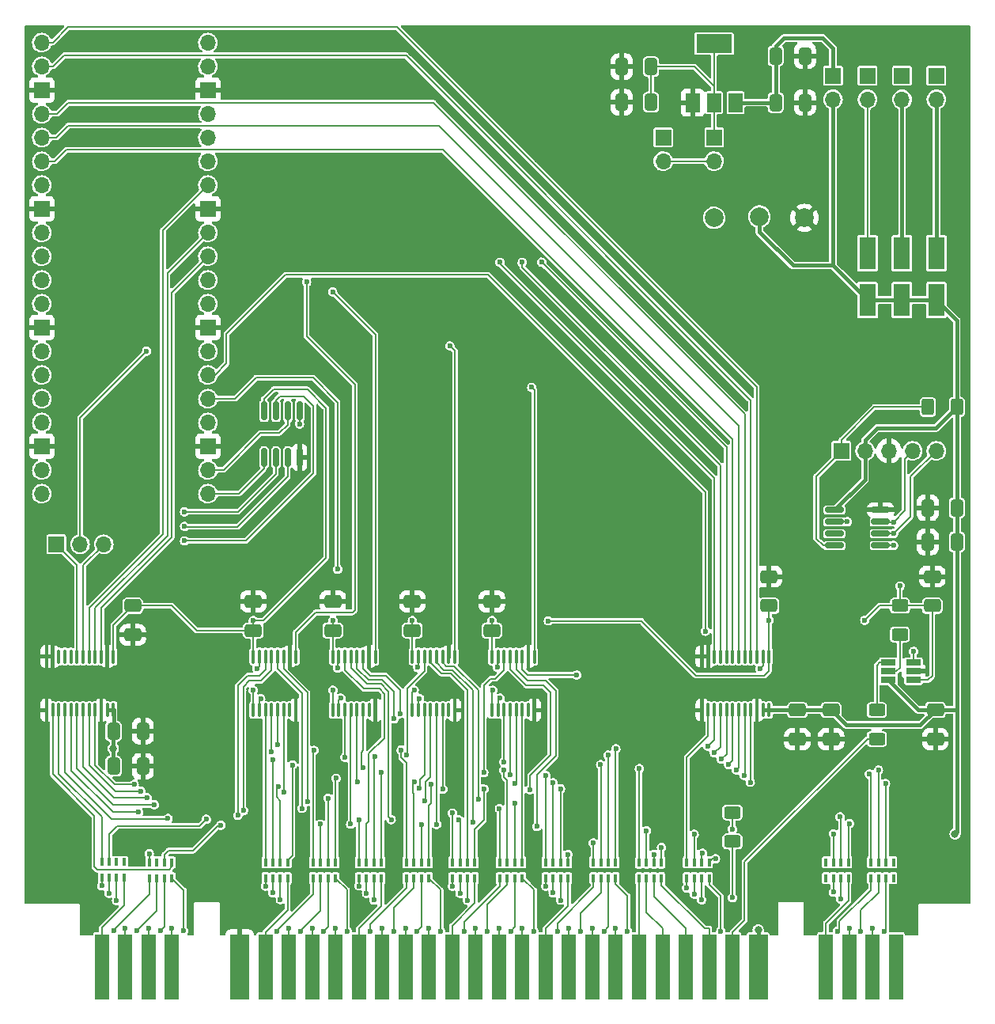
<source format=gtl>
G04 #@! TF.GenerationSoftware,KiCad,Pcbnew,(6.0.6)*
G04 #@! TF.CreationDate,2022-08-18T11:59:30-05:00*
G04 #@! TF.ProjectId,v1,76312e6b-6963-4616-945f-706362585858,v1*
G04 #@! TF.SameCoordinates,Original*
G04 #@! TF.FileFunction,Copper,L1,Top*
G04 #@! TF.FilePolarity,Positive*
%FSLAX46Y46*%
G04 Gerber Fmt 4.6, Leading zero omitted, Abs format (unit mm)*
G04 Created by KiCad (PCBNEW (6.0.6)) date 2022-08-18 11:59:30*
%MOMM*%
%LPD*%
G01*
G04 APERTURE LIST*
G04 Aperture macros list*
%AMRoundRect*
0 Rectangle with rounded corners*
0 $1 Rounding radius*
0 $2 $3 $4 $5 $6 $7 $8 $9 X,Y pos of 4 corners*
0 Add a 4 corners polygon primitive as box body*
4,1,4,$2,$3,$4,$5,$6,$7,$8,$9,$2,$3,0*
0 Add four circle primitives for the rounded corners*
1,1,$1+$1,$2,$3*
1,1,$1+$1,$4,$5*
1,1,$1+$1,$6,$7*
1,1,$1+$1,$8,$9*
0 Add four rect primitives between the rounded corners*
20,1,$1+$1,$2,$3,$4,$5,0*
20,1,$1+$1,$4,$5,$6,$7,0*
20,1,$1+$1,$6,$7,$8,$9,0*
20,1,$1+$1,$8,$9,$2,$3,0*%
G04 Aperture macros list end*
G04 #@! TA.AperFunction,SMDPad,CuDef*
%ADD10R,0.400000X0.900000*%
G04 #@! TD*
G04 #@! TA.AperFunction,SMDPad,CuDef*
%ADD11RoundRect,0.250000X-0.412500X-0.650000X0.412500X-0.650000X0.412500X0.650000X-0.412500X0.650000X0*%
G04 #@! TD*
G04 #@! TA.AperFunction,SMDPad,CuDef*
%ADD12RoundRect,0.250000X0.650000X-0.412500X0.650000X0.412500X-0.650000X0.412500X-0.650000X-0.412500X0*%
G04 #@! TD*
G04 #@! TA.AperFunction,ComponentPad*
%ADD13O,1.700000X1.700000*%
G04 #@! TD*
G04 #@! TA.AperFunction,ComponentPad*
%ADD14R,1.700000X1.700000*%
G04 #@! TD*
G04 #@! TA.AperFunction,SMDPad,CuDef*
%ADD15RoundRect,0.250000X0.412500X0.650000X-0.412500X0.650000X-0.412500X-0.650000X0.412500X-0.650000X0*%
G04 #@! TD*
G04 #@! TA.AperFunction,SMDPad,CuDef*
%ADD16RoundRect,0.100000X0.100000X-0.637500X0.100000X0.637500X-0.100000X0.637500X-0.100000X-0.637500X0*%
G04 #@! TD*
G04 #@! TA.AperFunction,SMDPad,CuDef*
%ADD17RoundRect,0.250000X-0.650000X0.412500X-0.650000X-0.412500X0.650000X-0.412500X0.650000X0.412500X0*%
G04 #@! TD*
G04 #@! TA.AperFunction,ComponentPad*
%ADD18C,2.000000*%
G04 #@! TD*
G04 #@! TA.AperFunction,SMDPad,CuDef*
%ADD19RoundRect,0.250000X0.625000X-0.400000X0.625000X0.400000X-0.625000X0.400000X-0.625000X-0.400000X0*%
G04 #@! TD*
G04 #@! TA.AperFunction,SMDPad,CuDef*
%ADD20RoundRect,0.250000X0.400000X0.625000X-0.400000X0.625000X-0.400000X-0.625000X0.400000X-0.625000X0*%
G04 #@! TD*
G04 #@! TA.AperFunction,SMDPad,CuDef*
%ADD21RoundRect,0.100000X-0.100000X0.637500X-0.100000X-0.637500X0.100000X-0.637500X0.100000X0.637500X0*%
G04 #@! TD*
G04 #@! TA.AperFunction,SMDPad,CuDef*
%ADD22RoundRect,0.150000X0.150000X-0.825000X0.150000X0.825000X-0.150000X0.825000X-0.150000X-0.825000X0*%
G04 #@! TD*
G04 #@! TA.AperFunction,SMDPad,CuDef*
%ADD23R,1.500000X2.000000*%
G04 #@! TD*
G04 #@! TA.AperFunction,SMDPad,CuDef*
%ADD24R,3.800000X2.000000*%
G04 #@! TD*
G04 #@! TA.AperFunction,SMDPad,CuDef*
%ADD25RoundRect,0.250000X-0.625000X0.400000X-0.625000X-0.400000X0.625000X-0.400000X0.625000X0.400000X0*%
G04 #@! TD*
G04 #@! TA.AperFunction,ConnectorPad*
%ADD26R,1.501140X7.000240*%
G04 #@! TD*
G04 #@! TA.AperFunction,ConnectorPad*
%ADD27R,1.998980X7.000240*%
G04 #@! TD*
G04 #@! TA.AperFunction,SMDPad,CuDef*
%ADD28R,1.560000X0.650000*%
G04 #@! TD*
G04 #@! TA.AperFunction,SMDPad,CuDef*
%ADD29R,1.800000X3.500000*%
G04 #@! TD*
G04 #@! TA.AperFunction,SMDPad,CuDef*
%ADD30RoundRect,0.150000X-0.825000X-0.150000X0.825000X-0.150000X0.825000X0.150000X-0.825000X0.150000X0*%
G04 #@! TD*
G04 #@! TA.AperFunction,ViaPad*
%ADD31C,0.600000*%
G04 #@! TD*
G04 #@! TA.AperFunction,ViaPad*
%ADD32C,0.800000*%
G04 #@! TD*
G04 #@! TA.AperFunction,Conductor*
%ADD33C,0.200000*%
G04 #@! TD*
G04 #@! TA.AperFunction,Conductor*
%ADD34C,0.400000*%
G04 #@! TD*
G04 APERTURE END LIST*
D10*
X147275000Y-119850000D03*
X148075000Y-119850000D03*
X148875000Y-119850000D03*
X149675000Y-119850000D03*
X149675000Y-118150000D03*
X148875000Y-118150000D03*
X148075000Y-118150000D03*
X147275000Y-118150000D03*
X99750000Y-119850000D03*
X100550000Y-119850000D03*
X101350000Y-119850000D03*
X102150000Y-119850000D03*
X102150000Y-118150000D03*
X101350000Y-118150000D03*
X100550000Y-118150000D03*
X99750000Y-118150000D03*
X132200000Y-119850000D03*
X133000000Y-119850000D03*
X133800000Y-119850000D03*
X134600000Y-119850000D03*
X134600000Y-118150000D03*
X133800000Y-118150000D03*
X133000000Y-118150000D03*
X132200000Y-118150000D03*
D11*
X95927500Y-104130000D03*
X99052500Y-104130000D03*
D12*
X166085000Y-90705500D03*
X166090000Y-87580500D03*
D13*
X88250000Y-30460000D03*
X88250000Y-33000000D03*
D14*
X88250000Y-35540000D03*
D13*
X88250000Y-38080000D03*
X88250000Y-40620000D03*
X88250000Y-43160000D03*
X88250000Y-45700000D03*
D14*
X88250000Y-48240000D03*
D13*
X88250000Y-50780000D03*
X88250000Y-53320000D03*
X88250000Y-55860000D03*
X88250000Y-58400000D03*
D14*
X88250000Y-60940000D03*
D13*
X88250000Y-63480000D03*
X88250000Y-66020000D03*
X88250000Y-68560000D03*
X88250000Y-71100000D03*
D14*
X88250000Y-73640000D03*
D13*
X88250000Y-76180000D03*
X88250000Y-78720000D03*
X106030000Y-78720000D03*
X106030000Y-76180000D03*
D14*
X106030000Y-73640000D03*
D13*
X106030000Y-71100000D03*
X106030000Y-68560000D03*
X106030000Y-66020000D03*
X106030000Y-63480000D03*
D14*
X106030000Y-60940000D03*
D13*
X106030000Y-58400000D03*
X106030000Y-55860000D03*
X106030000Y-53320000D03*
X106030000Y-50780000D03*
D14*
X106030000Y-48240000D03*
D13*
X106030000Y-45700000D03*
X106030000Y-43160000D03*
X106030000Y-40620000D03*
X106030000Y-38080000D03*
D14*
X106030000Y-35540000D03*
D13*
X106030000Y-33000000D03*
X106030000Y-30460000D03*
D12*
X110875000Y-93362500D03*
X110875000Y-90237500D03*
D11*
X166807500Y-31870000D03*
X169932500Y-31870000D03*
D12*
X119391666Y-93362500D03*
X119391666Y-90237500D03*
D14*
X176625000Y-34000000D03*
D13*
X176625000Y-36540000D03*
D12*
X183570000Y-90705500D03*
X183570000Y-87580500D03*
D15*
X153452500Y-36830000D03*
X150327500Y-36830000D03*
D14*
X173830000Y-74140000D03*
D13*
X176370000Y-74140000D03*
X178910000Y-74140000D03*
X181450000Y-74140000D03*
X183990000Y-74140000D03*
D16*
X110875000Y-101862500D03*
X111525000Y-101862500D03*
X112175000Y-101862500D03*
X112825000Y-101862500D03*
X113475000Y-101862500D03*
X114125000Y-101862500D03*
X114775000Y-101862500D03*
X115425000Y-101862500D03*
X115425000Y-96137500D03*
X114775000Y-96137500D03*
X114125000Y-96137500D03*
X113475000Y-96137500D03*
X112825000Y-96137500D03*
X112175000Y-96137500D03*
X111525000Y-96137500D03*
X110875000Y-96137500D03*
D14*
X172930000Y-34000000D03*
D13*
X172930000Y-36540000D03*
D10*
X117275000Y-119850000D03*
X118075000Y-119850000D03*
X118875000Y-119850000D03*
X119675000Y-119850000D03*
X119675000Y-118150000D03*
X118875000Y-118150000D03*
X118075000Y-118150000D03*
X117275000Y-118150000D03*
D17*
X183890000Y-101847500D03*
X183890000Y-104972500D03*
D11*
X166807500Y-36875000D03*
X169932500Y-36875000D03*
D18*
X169880000Y-49200000D03*
D17*
X169120000Y-101860000D03*
X169120000Y-104985000D03*
D10*
X127275000Y-119850000D03*
X128075000Y-119850000D03*
X128875000Y-119850000D03*
X129675000Y-119850000D03*
X129675000Y-118150000D03*
X128875000Y-118150000D03*
X128075000Y-118150000D03*
X127275000Y-118150000D03*
X94650000Y-119825000D03*
X95450000Y-119825000D03*
X96250000Y-119825000D03*
X97050000Y-119825000D03*
X97050000Y-118125000D03*
X96250000Y-118125000D03*
X95450000Y-118125000D03*
X94650000Y-118125000D03*
D15*
X186202500Y-83890000D03*
X183077500Y-83890000D03*
D19*
X162180000Y-115930000D03*
X162180000Y-112830000D03*
D17*
X97980000Y-90705500D03*
X97980000Y-93830500D03*
D20*
X186190000Y-69450000D03*
X183090000Y-69450000D03*
D16*
X127908332Y-101862500D03*
X128558332Y-101862500D03*
X129208332Y-101862500D03*
X129858332Y-101862500D03*
X130508332Y-101862500D03*
X131158332Y-101862500D03*
X131808332Y-101862500D03*
X132458332Y-101862500D03*
X132458332Y-96137500D03*
X131808332Y-96137500D03*
X131158332Y-96137500D03*
X130508332Y-96137500D03*
X129858332Y-96137500D03*
X129208332Y-96137500D03*
X128558332Y-96137500D03*
X127908332Y-96137500D03*
D18*
X160220000Y-49200000D03*
D10*
X157275000Y-119850000D03*
X158075000Y-119850000D03*
X158875000Y-119850000D03*
X159675000Y-119850000D03*
X159675000Y-118150000D03*
X158875000Y-118150000D03*
X158075000Y-118150000D03*
X157275000Y-118150000D03*
D14*
X154760000Y-40610000D03*
D13*
X154760000Y-43150000D03*
D15*
X153452500Y-33020000D03*
X150327500Y-33020000D03*
D21*
X166085000Y-96137500D03*
X165435000Y-96137500D03*
X164785000Y-96137500D03*
X164135000Y-96137500D03*
X163485000Y-96137500D03*
X162835000Y-96137500D03*
X162185000Y-96137500D03*
X161535000Y-96137500D03*
X160885000Y-96137500D03*
X160235000Y-96137500D03*
X159585000Y-96137500D03*
X158935000Y-96137500D03*
X158935000Y-101862500D03*
X159585000Y-101862500D03*
X160235000Y-101862500D03*
X160885000Y-101862500D03*
X161535000Y-101862500D03*
X162185000Y-101862500D03*
X162835000Y-101862500D03*
X163485000Y-101862500D03*
X164135000Y-101862500D03*
X164785000Y-101862500D03*
X165435000Y-101862500D03*
X166085000Y-101862500D03*
D11*
X95927500Y-107880000D03*
X99052500Y-107880000D03*
D14*
X184000000Y-34000000D03*
D13*
X184000000Y-36540000D03*
D12*
X136425000Y-93362500D03*
X136425000Y-90237500D03*
D10*
X177000000Y-119850000D03*
X177800000Y-119850000D03*
X178600000Y-119850000D03*
X179400000Y-119850000D03*
X179400000Y-118150000D03*
X178600000Y-118150000D03*
X177800000Y-118150000D03*
X177000000Y-118150000D03*
D22*
X112025000Y-74825000D03*
X113295000Y-74825000D03*
X114565000Y-74825000D03*
X115835000Y-74825000D03*
X115835000Y-69875000D03*
X114565000Y-69875000D03*
X113295000Y-69875000D03*
X112025000Y-69875000D03*
D10*
X172175000Y-119850000D03*
X172975000Y-119850000D03*
X173775000Y-119850000D03*
X174575000Y-119850000D03*
X174575000Y-118150000D03*
X173775000Y-118150000D03*
X172975000Y-118150000D03*
X172175000Y-118150000D03*
D14*
X180320000Y-34000000D03*
D13*
X180320000Y-36540000D03*
D23*
X157910000Y-36880000D03*
D24*
X160210000Y-30580000D03*
D23*
X160210000Y-36880000D03*
X162510000Y-36880000D03*
D25*
X177620000Y-101872500D03*
X177620000Y-104972500D03*
D26*
X94675580Y-129349620D03*
X97174940Y-129349620D03*
X99674300Y-129349620D03*
X102173660Y-129349620D03*
D27*
X109425360Y-129349620D03*
D26*
X112173640Y-129349620D03*
X114675540Y-129349620D03*
X117174900Y-129349620D03*
X119674260Y-129349620D03*
X122173620Y-129349620D03*
X124675520Y-129349620D03*
X127174880Y-129349620D03*
X129674240Y-129349620D03*
X132173600Y-129349620D03*
X134675500Y-129349620D03*
X137174860Y-129349620D03*
X139674220Y-129349620D03*
X142176120Y-129349620D03*
X144675480Y-129349620D03*
X147174840Y-129349620D03*
X149674200Y-129349620D03*
X152176100Y-129349620D03*
X154675460Y-129349620D03*
X157174820Y-129349620D03*
X159674180Y-129349620D03*
X162176080Y-129349620D03*
D27*
X164924360Y-129349620D03*
D26*
X172176060Y-129349620D03*
X174675420Y-129349620D03*
X177174780Y-129349620D03*
X179674140Y-129349620D03*
D18*
X165050000Y-49070000D03*
D28*
X181560000Y-98660000D03*
X181560000Y-97710000D03*
X181560000Y-96760000D03*
X178860000Y-96760000D03*
X178860000Y-97710000D03*
X178860000Y-98660000D03*
D16*
X119391666Y-101862500D03*
X120041666Y-101862500D03*
X120691666Y-101862500D03*
X121341666Y-101862500D03*
X121991666Y-101862500D03*
X122641666Y-101862500D03*
X123291666Y-101862500D03*
X123941666Y-101862500D03*
X123941666Y-96137500D03*
X123291666Y-96137500D03*
X122641666Y-96137500D03*
X121991666Y-96137500D03*
X121341666Y-96137500D03*
X120691666Y-96137500D03*
X120041666Y-96137500D03*
X119391666Y-96137500D03*
D10*
X152175000Y-119875000D03*
X152975000Y-119875000D03*
X153775000Y-119875000D03*
X154575000Y-119875000D03*
X154575000Y-118175000D03*
X153775000Y-118175000D03*
X152975000Y-118175000D03*
X152175000Y-118175000D03*
X137275000Y-119850000D03*
X138075000Y-119850000D03*
X138875000Y-119850000D03*
X139675000Y-119850000D03*
X139675000Y-118150000D03*
X138875000Y-118150000D03*
X138075000Y-118150000D03*
X137275000Y-118150000D03*
D14*
X160220000Y-40610000D03*
D13*
X160220000Y-43150000D03*
D21*
X95915000Y-96137500D03*
X95265000Y-96137500D03*
X94615000Y-96137500D03*
X93965000Y-96137500D03*
X93315000Y-96137500D03*
X92665000Y-96137500D03*
X92015000Y-96137500D03*
X91365000Y-96137500D03*
X90715000Y-96137500D03*
X90065000Y-96137500D03*
X89415000Y-96137500D03*
X88765000Y-96137500D03*
X88765000Y-101862500D03*
X89415000Y-101862500D03*
X90065000Y-101862500D03*
X90715000Y-101862500D03*
X91365000Y-101862500D03*
X92015000Y-101862500D03*
X92665000Y-101862500D03*
X93315000Y-101862500D03*
X93965000Y-101862500D03*
X94615000Y-101862500D03*
X95265000Y-101862500D03*
X95915000Y-101862500D03*
D19*
X180090000Y-93800000D03*
X180090000Y-90700000D03*
D10*
X112175000Y-119850000D03*
X112975000Y-119850000D03*
X113775000Y-119850000D03*
X114575000Y-119850000D03*
X114575000Y-118150000D03*
X113775000Y-118150000D03*
X112975000Y-118150000D03*
X112175000Y-118150000D03*
D12*
X127908332Y-93362500D03*
X127908332Y-90237500D03*
D29*
X176625000Y-58000000D03*
X176625000Y-53000000D03*
D17*
X172740000Y-101860000D03*
X172740000Y-104985000D03*
D15*
X186202500Y-80240000D03*
X183077500Y-80240000D03*
D29*
X184000000Y-53000000D03*
X184000000Y-58000000D03*
D10*
X142175000Y-119850000D03*
X142975000Y-119850000D03*
X143775000Y-119850000D03*
X144575000Y-119850000D03*
X144575000Y-118150000D03*
X143775000Y-118150000D03*
X142975000Y-118150000D03*
X142175000Y-118150000D03*
X122200000Y-119850000D03*
X123000000Y-119850000D03*
X123800000Y-119850000D03*
X124600000Y-119850000D03*
X124600000Y-118150000D03*
X123800000Y-118150000D03*
X123000000Y-118150000D03*
X122200000Y-118150000D03*
D14*
X89795000Y-84140000D03*
D13*
X92335000Y-84140000D03*
X94875000Y-84140000D03*
D29*
X180320000Y-58000000D03*
X180320000Y-53000000D03*
D30*
X173085000Y-80465000D03*
X173085000Y-81735000D03*
X173085000Y-83005000D03*
X173085000Y-84275000D03*
X178035000Y-84275000D03*
X178035000Y-83005000D03*
X178035000Y-81735000D03*
X178035000Y-80465000D03*
D16*
X136425000Y-101862500D03*
X137075000Y-101862500D03*
X137725000Y-101862500D03*
X138375000Y-101862500D03*
X139025000Y-101862500D03*
X139675000Y-101862500D03*
X140325000Y-101862500D03*
X140975000Y-101862500D03*
X140975000Y-96137500D03*
X140325000Y-96137500D03*
X139675000Y-96137500D03*
X139025000Y-96137500D03*
X138375000Y-96137500D03*
X137725000Y-96137500D03*
X137075000Y-96137500D03*
X136425000Y-96137500D03*
D31*
X97170000Y-125250000D03*
X96250000Y-122250000D03*
X95450000Y-121460000D03*
X99690000Y-125249998D03*
X94650000Y-120680000D03*
X102170000Y-125240000D03*
X113160000Y-98590000D03*
X138090000Y-98960000D03*
X114670000Y-125249998D03*
X113780000Y-122160000D03*
X117170000Y-125249998D03*
X112980000Y-121430000D03*
X119670000Y-125249998D03*
X112180000Y-120700000D03*
X124680000Y-125249998D03*
X123800000Y-122200000D03*
X123000000Y-121470000D03*
X127170000Y-125249998D03*
X129670000Y-125249998D03*
X122200000Y-120690000D03*
X133800000Y-122220000D03*
X134670000Y-125249998D03*
X133000000Y-121480000D03*
X137170000Y-125249998D03*
X139670000Y-125249998D03*
X132200000Y-120700000D03*
X143780000Y-122210000D03*
X144670000Y-125249998D03*
X147170000Y-125249998D03*
X142980000Y-121430000D03*
X142180000Y-120700000D03*
X149670000Y-125249998D03*
D32*
X186000000Y-115120000D03*
X95900000Y-106000000D03*
D31*
X174670000Y-125249998D03*
X173760000Y-122079000D03*
X177170000Y-125249998D03*
X172980000Y-121354500D03*
X95930000Y-125510000D03*
X98420000Y-125510000D03*
X100920000Y-125510000D03*
X103420000Y-125510000D03*
X113424589Y-125519316D03*
X115925220Y-125517400D03*
X118424579Y-125517399D03*
X120923940Y-125517399D03*
X123424571Y-125519316D03*
X125925199Y-125517399D03*
X128424560Y-125517400D03*
X130923920Y-125517400D03*
X133424551Y-125519316D03*
X135925180Y-125517399D03*
X138424540Y-125517400D03*
X140925171Y-125519316D03*
X143425800Y-125517400D03*
X145925159Y-125517399D03*
X148424520Y-125517399D03*
X150925151Y-125519316D03*
X157270000Y-120910000D03*
X158070000Y-121560000D03*
X158870000Y-122170000D03*
X160925131Y-125519316D03*
X162180000Y-121940000D03*
X173425740Y-125517400D03*
X175925101Y-125517399D03*
X178424460Y-125517400D03*
X176830000Y-108720000D03*
X126570000Y-102260000D03*
X177800000Y-108280000D03*
X145490000Y-98120000D03*
X125957620Y-102807607D03*
X178560000Y-109730000D03*
X120690000Y-106920000D03*
X112980000Y-107140000D03*
X113579500Y-110070905D03*
X128598328Y-110240500D03*
X115062306Y-107739500D03*
X137700000Y-107420000D03*
X122190000Y-113610000D03*
X109217602Y-113143977D03*
X127320000Y-106680000D03*
X123890000Y-106820000D03*
X135558501Y-108549500D03*
X124614979Y-108549500D03*
X109830000Y-112630000D03*
X132180000Y-112891000D03*
X132880000Y-113620000D03*
X125640000Y-113590000D03*
X135571101Y-110309500D03*
X140510000Y-110390000D03*
X116590000Y-56070000D03*
X112840000Y-106330000D03*
X117372443Y-106170547D03*
X121300000Y-114070000D03*
X118080000Y-114080000D03*
X118880000Y-111309500D03*
X129242149Y-111551498D03*
X138350000Y-108760000D03*
X119740000Y-109170000D03*
X126715825Y-106156382D03*
X113480000Y-105590000D03*
X122000000Y-109550000D03*
X128090000Y-109570000D03*
X128880000Y-114090000D03*
X130510000Y-114090000D03*
X129910500Y-109799930D03*
X138870000Y-109710000D03*
X114180000Y-110690000D03*
X137230000Y-112400000D03*
X122591166Y-108031389D03*
X137705598Y-108286767D03*
X138870000Y-111810000D03*
X131180000Y-110320000D03*
X147270000Y-116088005D03*
X99553438Y-111272062D03*
X148060000Y-107720000D03*
X160968623Y-107115817D03*
X160230720Y-106441648D03*
X148864820Y-106685500D03*
X159519375Y-105739513D03*
X149690000Y-106025500D03*
X162598829Y-108272205D03*
X142180000Y-108870000D03*
X142970000Y-109650000D03*
X163410500Y-108855467D03*
X143770000Y-110300000D03*
X164080000Y-109600000D03*
X144570000Y-117300000D03*
X101755688Y-113474312D03*
X158070000Y-115170000D03*
X98839216Y-110557840D03*
X179410000Y-81740000D03*
X158960000Y-117180000D03*
X160360000Y-117779500D03*
X174460000Y-81720000D03*
X154580000Y-116560000D03*
X179420000Y-84270000D03*
X153770000Y-117310000D03*
X179410000Y-83000000D03*
X98126791Y-109833340D03*
X152960000Y-114780000D03*
X152210000Y-108140000D03*
X161773636Y-107708236D03*
X119400000Y-99740000D03*
X136510000Y-99740000D03*
X128107832Y-99751895D03*
X110880000Y-99740000D03*
X119920000Y-86800000D03*
X100280688Y-111999312D03*
X162160000Y-114610000D03*
X99740000Y-117230000D03*
X98614312Y-112805688D03*
X141240000Y-114330500D03*
X107420000Y-114174500D03*
X105850000Y-113560000D03*
X134400000Y-113890000D03*
X119370000Y-57120000D03*
X172970000Y-115100000D03*
X116112592Y-112390500D03*
X173698476Y-113305719D03*
X134959289Y-111385734D03*
X174685324Y-114030219D03*
X116675500Y-111640000D03*
X131910000Y-62900000D03*
X137300000Y-100600000D03*
X111670000Y-100650000D03*
X120250000Y-100610000D03*
X128680000Y-100620000D03*
X140690000Y-67340000D03*
X180100000Y-88590000D03*
X176340000Y-92250000D03*
X166085000Y-92250000D03*
X119400000Y-92300000D03*
X142470000Y-92330000D03*
X110880000Y-92300000D03*
X136430000Y-92300000D03*
X127910000Y-92300000D03*
X165110000Y-97450000D03*
X159270000Y-93430000D03*
X141750000Y-53960000D03*
X139665682Y-53960500D03*
X137293505Y-53960500D03*
X181560000Y-95580000D03*
X103515999Y-80670866D03*
X103515999Y-82220000D03*
X115830000Y-71250000D03*
X103515999Y-83770000D03*
X99460000Y-63480000D03*
D32*
X164924360Y-125384360D03*
D31*
X119920000Y-97390000D03*
X136997509Y-97297892D03*
X128483832Y-97300829D03*
X111262701Y-97452701D03*
D33*
X94675580Y-125164420D02*
X97060000Y-122780000D01*
X97060000Y-122780000D02*
X97050000Y-122770000D01*
X94675580Y-129349620D02*
X94675580Y-125164420D01*
X97050000Y-122770000D02*
X97050000Y-119825000D01*
X97174940Y-125254940D02*
X97170000Y-125250000D01*
X96250000Y-122250000D02*
X96250000Y-119825000D01*
X97174940Y-129349620D02*
X97174940Y-125254940D01*
X95450000Y-121460000D02*
X95450000Y-119825000D01*
X99674300Y-125265698D02*
X99690000Y-125249998D01*
X99674300Y-129349620D02*
X99674300Y-125265698D01*
X94650000Y-120680000D02*
X94650000Y-119825000D01*
X102173660Y-129349620D02*
X102173660Y-125243660D01*
X102173660Y-125243660D02*
X102170000Y-125240000D01*
X112173640Y-125636360D02*
X114575000Y-123235000D01*
X114575000Y-123235000D02*
X114575000Y-119850000D01*
X112173640Y-129349620D02*
X112173640Y-125636360D01*
X113775000Y-119850000D02*
X113775000Y-122155000D01*
X114675540Y-129349620D02*
X114675540Y-125255538D01*
X114675540Y-125255538D02*
X114670000Y-125249998D01*
X113775000Y-122155000D02*
X113780000Y-122160000D01*
X117174900Y-125254898D02*
X117170000Y-125249998D01*
X112980000Y-121430000D02*
X112980000Y-119855000D01*
X117174900Y-129349620D02*
X117174900Y-125254898D01*
X119674260Y-129349620D02*
X119674260Y-125254258D01*
X112180000Y-120700000D02*
X112180000Y-119855000D01*
X119674260Y-125254258D02*
X119670000Y-125249998D01*
X122173620Y-125256378D02*
X122180000Y-125249998D01*
X122173620Y-129349620D02*
X122173620Y-125256378D01*
X124600000Y-122829998D02*
X124600000Y-119850000D01*
X122180000Y-125249998D02*
X124600000Y-122829998D01*
X124675520Y-125254478D02*
X124680000Y-125249998D01*
X124675520Y-129349620D02*
X124675520Y-125254478D01*
X123800000Y-122200000D02*
X123800000Y-119850000D01*
X127174880Y-125254878D02*
X127170000Y-125249998D01*
X127174880Y-129349620D02*
X127174880Y-125254878D01*
X123000000Y-121470000D02*
X123000000Y-119850000D01*
X122200000Y-120690000D02*
X122200000Y-119850000D01*
X129674240Y-129349620D02*
X129674240Y-125254238D01*
X129674240Y-125254238D02*
X129670000Y-125249998D01*
X132173600Y-125253598D02*
X132170000Y-125249998D01*
X134600000Y-122540000D02*
X134600000Y-119850000D01*
X132170000Y-124970000D02*
X134600000Y-122540000D01*
X132170000Y-125249998D02*
X132170000Y-124970000D01*
X132173600Y-129349620D02*
X132173600Y-125253598D01*
X134675500Y-129349620D02*
X134675500Y-125255498D01*
X134675500Y-125255498D02*
X134670000Y-125249998D01*
X133800000Y-122220000D02*
X133800000Y-119850000D01*
X133000000Y-121480000D02*
X133000000Y-119850000D01*
X137174860Y-125254858D02*
X137170000Y-125249998D01*
X137174860Y-129349620D02*
X137174860Y-125254858D01*
X132200000Y-120700000D02*
X132200000Y-119850000D01*
X139674220Y-129349620D02*
X139674220Y-125254218D01*
X139674220Y-125254218D02*
X139670000Y-125249998D01*
X142180000Y-125249998D02*
X144575000Y-122854998D01*
X144575000Y-122854998D02*
X144575000Y-119850000D01*
X142176120Y-125253878D02*
X142180000Y-125249998D01*
X142176120Y-129349620D02*
X142176120Y-125253878D01*
X144675480Y-125255478D02*
X144670000Y-125249998D01*
X144675480Y-129349620D02*
X144675480Y-125255478D01*
X143780000Y-122210000D02*
X143780000Y-119855000D01*
X142980000Y-121430000D02*
X142980000Y-119855000D01*
X147174840Y-125254838D02*
X147170000Y-125249998D01*
X147174840Y-129349620D02*
X147174840Y-125254838D01*
X149674200Y-129349620D02*
X149674200Y-125254198D01*
X142180000Y-120700000D02*
X142180000Y-119855000D01*
X149674200Y-125254198D02*
X149670000Y-125249998D01*
X152180000Y-125249998D02*
X152175000Y-125244998D01*
X152176100Y-129349620D02*
X152176100Y-125253898D01*
X152175000Y-125244998D02*
X152175000Y-119875000D01*
X152176100Y-125253898D02*
X152180000Y-125249998D01*
X154680000Y-125249998D02*
X152975000Y-123544998D01*
X152975000Y-123544998D02*
X152975000Y-119875000D01*
X154675460Y-129349620D02*
X154675460Y-125254538D01*
X154675460Y-125254538D02*
X154680000Y-125249998D01*
X157174820Y-129349620D02*
X157174820Y-125254818D01*
X157174820Y-125254818D02*
X157170000Y-125249998D01*
X157170000Y-125249998D02*
X153775000Y-121854998D01*
X153775000Y-121854998D02*
X153775000Y-119875000D01*
X154575000Y-120635000D02*
X154575000Y-119875000D01*
X159670000Y-125249998D02*
X159189998Y-125249998D01*
X159674180Y-125254178D02*
X159670000Y-125249998D01*
X159189998Y-125249998D02*
X154575000Y-120635000D01*
X159674180Y-129349620D02*
X159674180Y-125254178D01*
X176617500Y-104972500D02*
X177620000Y-104972500D01*
X163460000Y-118130000D02*
X176617500Y-104972500D01*
X162176080Y-125673920D02*
X163460000Y-124390000D01*
X163460000Y-124390000D02*
X163460000Y-118130000D01*
X162176080Y-129349620D02*
X162176080Y-125673920D01*
D34*
X172740000Y-101860000D02*
X174350000Y-103470000D01*
X186202500Y-80240000D02*
X186202500Y-69462500D01*
X173085000Y-80465000D02*
X176370000Y-77180000D01*
X182267500Y-103470000D02*
X183890000Y-101847500D01*
X165435000Y-101862500D02*
X166085000Y-101862500D01*
X165050000Y-49070000D02*
X165050000Y-50710000D01*
X95265000Y-101862500D02*
X95915000Y-101862500D01*
X176370000Y-74140000D02*
X176370000Y-72970000D01*
X186190000Y-60190000D02*
X184000000Y-58000000D01*
X186222500Y-114897500D02*
X186000000Y-115120000D01*
X186190000Y-69450000D02*
X186190000Y-60190000D01*
X178860000Y-98660000D02*
X182047500Y-101847500D01*
X176625000Y-58000000D02*
X180320000Y-58000000D01*
X95900000Y-106000000D02*
X95900000Y-104157500D01*
X169120000Y-101862500D02*
X172740000Y-101862500D01*
X183890000Y-101847500D02*
X186217500Y-101847500D01*
X183930000Y-71710000D02*
X186190000Y-69450000D01*
X166085000Y-101862500D02*
X169117500Y-101862500D01*
X95927500Y-104130000D02*
X95927500Y-101875000D01*
X176370000Y-77180000D02*
X176370000Y-74140000D01*
X176625000Y-58000000D02*
X172930000Y-54305000D01*
X177630000Y-71710000D02*
X183930000Y-71710000D01*
X180320000Y-58000000D02*
X184000000Y-58000000D01*
X176370000Y-72970000D02*
X177630000Y-71710000D01*
X172930000Y-54305000D02*
X172930000Y-36540000D01*
X174350000Y-103470000D02*
X182267500Y-103470000D01*
X168645000Y-54305000D02*
X172930000Y-54305000D01*
X95900000Y-106000000D02*
X95900000Y-107852500D01*
X165050000Y-50710000D02*
X168645000Y-54305000D01*
X182047500Y-101847500D02*
X183890000Y-101847500D01*
X186222500Y-80497500D02*
X186222500Y-114897500D01*
D33*
X172176060Y-124687538D02*
X174575000Y-122288598D01*
X174575000Y-122288598D02*
X174575000Y-119850000D01*
X172176060Y-129349620D02*
X172176060Y-124687538D01*
X174675420Y-125255418D02*
X174670000Y-125249998D01*
X174675420Y-129349620D02*
X174675420Y-125255418D01*
X173760000Y-119865000D02*
X173760000Y-122079000D01*
X172980000Y-119855000D02*
X172980000Y-121354500D01*
X177174780Y-129349620D02*
X177174780Y-125254778D01*
X177174780Y-125254778D02*
X177170000Y-125249998D01*
X95930000Y-125410000D02*
X95930000Y-125510000D01*
X99750000Y-121590000D02*
X95930000Y-125410000D01*
X99750000Y-119850000D02*
X99750000Y-121590000D01*
X100550000Y-119850000D02*
X100550000Y-123330000D01*
X98420000Y-125460000D02*
X98420000Y-125510000D01*
X100550000Y-123330000D02*
X98420000Y-125460000D01*
X101350000Y-125080000D02*
X100920000Y-125510000D01*
X101350000Y-119850000D02*
X101350000Y-125080000D01*
X102150000Y-119850000D02*
X103420000Y-121120000D01*
X103420000Y-121120000D02*
X103420000Y-125510000D01*
X113424589Y-125519316D02*
X113424589Y-125465411D01*
X113424589Y-125465411D02*
X117275000Y-121615000D01*
X117275000Y-121615000D02*
X117275000Y-119850000D01*
X115925220Y-125517400D02*
X115925220Y-125464780D01*
X118075000Y-123315000D02*
X118075000Y-119850000D01*
X115925220Y-125464780D02*
X118075000Y-123315000D01*
X118424579Y-125517399D02*
X118875000Y-125066978D01*
X118875000Y-125066978D02*
X118875000Y-119850000D01*
X120923940Y-121098940D02*
X119675000Y-119850000D01*
X120923940Y-125517399D02*
X120923940Y-121098940D01*
X123424571Y-124785429D02*
X127275000Y-120935000D01*
X127275000Y-120935000D02*
X127275000Y-119850000D01*
X123424571Y-125519316D02*
X123424571Y-124785429D01*
X125925199Y-123054801D02*
X128075000Y-120905000D01*
X125925199Y-125517399D02*
X125925199Y-123054801D01*
X128075000Y-120905000D02*
X128075000Y-119850000D01*
X128875000Y-125066960D02*
X128875000Y-119850000D01*
X128424560Y-125517400D02*
X128875000Y-125066960D01*
X130923920Y-121098920D02*
X129675000Y-119850000D01*
X130923920Y-125517400D02*
X130923920Y-121098920D01*
X137275000Y-120695000D02*
X137275000Y-119850000D01*
X133424551Y-124545449D02*
X137275000Y-120695000D01*
X133424551Y-125519316D02*
X133424551Y-124545449D01*
X135925180Y-125517399D02*
X135925180Y-122699820D01*
X135925180Y-122699820D02*
X138075000Y-120550000D01*
X138075000Y-120550000D02*
X138075000Y-119850000D01*
X138875000Y-125066940D02*
X138875000Y-119850000D01*
X138424540Y-125517400D02*
X138875000Y-125066940D01*
X140925171Y-125519316D02*
X140925171Y-121100171D01*
X140925171Y-121100171D02*
X139675000Y-119850000D01*
X143425800Y-125517400D02*
X143425800Y-124678510D01*
X143425800Y-124678510D02*
X147275000Y-120829310D01*
X147275000Y-120829310D02*
X147275000Y-119850000D01*
X145925159Y-123574841D02*
X148075000Y-121425000D01*
X145925159Y-125517399D02*
X145925159Y-123574841D01*
X148075000Y-121425000D02*
X148075000Y-119850000D01*
X148424520Y-125517399D02*
X148875000Y-125066919D01*
X148875000Y-125066919D02*
X148875000Y-119850000D01*
X150925151Y-121725151D02*
X149675000Y-120475000D01*
X150925151Y-125519316D02*
X150925151Y-121725151D01*
X149675000Y-120475000D02*
X149675000Y-119850000D01*
X157270000Y-120910000D02*
X157270000Y-119855000D01*
X158070000Y-121560000D02*
X158070000Y-119855000D01*
X158870000Y-122170000D02*
X158870000Y-119855000D01*
X159675000Y-120535000D02*
X159675000Y-119850000D01*
X160925131Y-121785131D02*
X159675000Y-120535000D01*
X160925131Y-125519316D02*
X160925131Y-121785131D01*
X162180000Y-121940000D02*
X162180000Y-115930000D01*
X173425740Y-125517400D02*
X173630000Y-125313140D01*
X173630000Y-124490000D02*
X177000000Y-121120000D01*
X173630000Y-125313140D02*
X173630000Y-124490000D01*
X177000000Y-121120000D02*
X177000000Y-119850000D01*
X175925101Y-125517399D02*
X175925101Y-123254899D01*
X175925101Y-123254899D02*
X177800000Y-121380000D01*
X177800000Y-121380000D02*
X177800000Y-119850000D01*
X178424460Y-125517400D02*
X178600000Y-125341860D01*
X178600000Y-125341860D02*
X178600000Y-119850000D01*
X123410000Y-98190000D02*
X125054310Y-98190000D01*
X122641666Y-96137500D02*
X122641666Y-97421666D01*
X177000000Y-108890000D02*
X176830000Y-108720000D01*
X125054310Y-98190000D02*
X126570000Y-99705690D01*
X122641666Y-97421666D02*
X123410000Y-98190000D01*
X177000000Y-118150000D02*
X177000000Y-108890000D01*
X126570000Y-99705690D02*
X126570000Y-102260000D01*
X177800000Y-118150000D02*
X177800000Y-108280000D01*
X139675000Y-96137500D02*
X139675000Y-97535000D01*
X140260000Y-98120000D02*
X145490000Y-98120000D01*
X139675000Y-97535000D02*
X140260000Y-98120000D01*
X124699501Y-98639501D02*
X125957620Y-99897620D01*
X121991666Y-97407356D02*
X123223811Y-98639501D01*
X178600000Y-118150000D02*
X178600000Y-109770000D01*
X178600000Y-109770000D02*
X178560000Y-109730000D01*
X125957620Y-99897620D02*
X125957620Y-102807607D01*
X123223811Y-98639501D02*
X124699501Y-98639501D01*
X121991666Y-96137500D02*
X121991666Y-97407356D01*
X112175000Y-118150000D02*
X112175000Y-101862500D01*
X120691666Y-101862500D02*
X120691666Y-106918334D01*
X120691666Y-106918334D02*
X120690000Y-106920000D01*
X112980000Y-107140000D02*
X112980000Y-118145000D01*
X113390000Y-111180000D02*
X113390000Y-110260405D01*
X113775000Y-111565000D02*
X113390000Y-111180000D01*
X128697322Y-109312678D02*
X128697322Y-110240500D01*
X113390000Y-110260405D02*
X113579500Y-110070905D01*
X129208332Y-101862500D02*
X129208332Y-108801668D01*
X129208332Y-108801668D02*
X128697322Y-109312678D01*
X113775000Y-118150000D02*
X113775000Y-111565000D01*
X128697322Y-110240500D02*
X128598328Y-110240500D01*
X137725000Y-101862500D02*
X137725000Y-107395000D01*
X114575000Y-117900000D02*
X115062306Y-117412694D01*
X115062306Y-117412694D02*
X115062306Y-107739500D01*
X137725000Y-107395000D02*
X137700000Y-107420000D01*
X111540000Y-98200000D02*
X110280000Y-98200000D01*
X109217602Y-99262398D02*
X109217602Y-113143977D01*
X122200000Y-118150000D02*
X122200000Y-113620000D01*
X112175000Y-97565000D02*
X111540000Y-98200000D01*
X122200000Y-113620000D02*
X122190000Y-113610000D01*
X110280000Y-98200000D02*
X109217602Y-99262398D01*
X112175000Y-96137500D02*
X112175000Y-97565000D01*
X120691666Y-96137500D02*
X120691666Y-97581666D01*
X122700000Y-99590000D02*
X124380000Y-99590000D01*
X124910000Y-104870000D02*
X123259500Y-106520500D01*
X123000000Y-114010000D02*
X123000000Y-118150000D01*
X120691666Y-97581666D02*
X122700000Y-99590000D01*
X123259500Y-113750500D02*
X123000000Y-114010000D01*
X124910000Y-100120000D02*
X124910000Y-104870000D01*
X123259500Y-106520500D02*
X123259500Y-113750500D01*
X124380000Y-99590000D02*
X124910000Y-100120000D01*
X127330000Y-99550000D02*
X127330000Y-106670000D01*
X129208332Y-97671668D02*
X127330000Y-99550000D01*
X123800000Y-106910000D02*
X123890000Y-106820000D01*
X123800000Y-118150000D02*
X123800000Y-106910000D01*
X127330000Y-106670000D02*
X127320000Y-106680000D01*
X129208332Y-96137500D02*
X129208332Y-97671668D01*
X136790706Y-98530000D02*
X136270000Y-98530000D01*
X137725000Y-97595706D02*
X136790706Y-98530000D01*
X124600000Y-118150000D02*
X124600000Y-108564479D01*
X124600000Y-108564479D02*
X124614979Y-108549500D01*
X136270000Y-98530000D02*
X135558501Y-99241499D01*
X137725000Y-96137500D02*
X137725000Y-97595706D01*
X135558501Y-99241499D02*
X135558501Y-108549500D01*
X109830000Y-99380000D02*
X110470000Y-98740000D01*
X132200000Y-118150000D02*
X132200000Y-112911000D01*
X110470000Y-98740000D02*
X111730000Y-98740000D01*
X109830000Y-112630000D02*
X109830000Y-99380000D01*
X132200000Y-112911000D02*
X132180000Y-112891000D01*
X112825000Y-97645000D02*
X112825000Y-96137500D01*
X111730000Y-98740000D02*
X112825000Y-97645000D01*
X123037622Y-99089002D02*
X124559002Y-99089002D01*
X133000000Y-113740000D02*
X132880000Y-113620000D01*
X125340000Y-113290000D02*
X125640000Y-113590000D01*
X121341666Y-96137500D02*
X121341666Y-97393046D01*
X133000000Y-118150000D02*
X133000000Y-113740000D01*
X124559002Y-99089002D02*
X125340000Y-99870000D01*
X125340000Y-99870000D02*
X125340000Y-113290000D01*
X121341666Y-97393046D02*
X123037622Y-99089002D01*
X129858332Y-96137500D02*
X129858332Y-96790685D01*
X129858332Y-96790685D02*
X131042647Y-97975000D01*
X133800000Y-99721372D02*
X133800000Y-118150000D01*
X132053628Y-97975000D02*
X133800000Y-99721372D01*
X131042647Y-97975000D02*
X132053628Y-97975000D01*
X134600000Y-114600000D02*
X135571101Y-113628899D01*
X140510000Y-108870000D02*
X140510000Y-110390000D01*
X140090000Y-99230000D02*
X141900000Y-99230000D01*
X142680000Y-100010000D02*
X142680000Y-106700000D01*
X138375000Y-97515000D02*
X140090000Y-99230000D01*
X135571101Y-113628899D02*
X135571101Y-110309500D01*
X141900000Y-99230000D02*
X142680000Y-100010000D01*
X138375000Y-96137500D02*
X138375000Y-97515000D01*
X140510000Y-108870000D02*
X142680000Y-106700000D01*
X134600000Y-118150000D02*
X134600000Y-114600000D01*
X116590000Y-61920000D02*
X121750000Y-67080000D01*
X121750000Y-67080000D02*
X121750000Y-91180000D01*
X117530000Y-91430000D02*
X115425000Y-93535000D01*
X115425000Y-93535000D02*
X115425000Y-96137500D01*
X121750000Y-91180000D02*
X121500000Y-91430000D01*
X121500000Y-91430000D02*
X117530000Y-91430000D01*
X116590000Y-56070000D02*
X116590000Y-61920000D01*
X117275000Y-118150000D02*
X117275000Y-106267990D01*
X117275000Y-106267990D02*
X117372443Y-106170547D01*
X112825000Y-106315000D02*
X112840000Y-106330000D01*
X112825000Y-101862500D02*
X112825000Y-106315000D01*
X118075000Y-118150000D02*
X118075000Y-114085000D01*
X118075000Y-114085000D02*
X118080000Y-114080000D01*
X121300000Y-101904166D02*
X121300000Y-114070000D01*
X118875000Y-111314500D02*
X118880000Y-111309500D01*
X129311000Y-109551608D02*
X129311000Y-111482647D01*
X129858332Y-109004276D02*
X129311000Y-109551608D01*
X129858332Y-101862500D02*
X129858332Y-109004276D01*
X129311000Y-111482647D02*
X129242149Y-111551498D01*
X118875000Y-118150000D02*
X118875000Y-111314500D01*
X138375000Y-101862500D02*
X138375000Y-108735000D01*
X119675000Y-109235000D02*
X119740000Y-109170000D01*
X138375000Y-108735000D02*
X138350000Y-108760000D01*
X119675000Y-118150000D02*
X119675000Y-109235000D01*
X113475000Y-101862500D02*
X113475000Y-105585000D01*
X127275000Y-107505000D02*
X126715825Y-106945825D01*
X113475000Y-105585000D02*
X113480000Y-105590000D01*
X126715825Y-106945825D02*
X126715825Y-106156382D01*
X127275000Y-118150000D02*
X127275000Y-107505000D01*
X127998828Y-109661172D02*
X127998828Y-110736371D01*
X128090000Y-109570000D02*
X127998828Y-109661172D01*
X127998828Y-110736371D02*
X128075000Y-110812543D01*
X121991666Y-109541666D02*
X122000000Y-109550000D01*
X121991666Y-101862500D02*
X121991666Y-109541666D01*
X128075000Y-110812543D02*
X128075000Y-118150000D01*
X128880000Y-114090000D02*
X128875000Y-114095000D01*
X128875000Y-114095000D02*
X128875000Y-118150000D01*
X130510000Y-101864168D02*
X130510000Y-114090000D01*
X129675000Y-118150000D02*
X129675000Y-112054610D01*
X139025000Y-101862500D02*
X139025000Y-109555000D01*
X129910500Y-111819110D02*
X129910500Y-109799930D01*
X129675000Y-112054610D02*
X129910500Y-111819110D01*
X139025000Y-109555000D02*
X138870000Y-109710000D01*
X137275000Y-118150000D02*
X137275000Y-112445000D01*
X114179000Y-101916500D02*
X114179000Y-110689000D01*
X137275000Y-112445000D02*
X137230000Y-112400000D01*
X114179000Y-110689000D02*
X114180000Y-110690000D01*
X122641666Y-106200109D02*
X122435076Y-106406699D01*
X137705598Y-109033420D02*
X137705598Y-108286767D01*
X138075000Y-109402822D02*
X137705598Y-109033420D01*
X122435076Y-107875299D02*
X122591166Y-108031389D01*
X122435076Y-106406699D02*
X122435076Y-107875299D01*
X122641666Y-101862500D02*
X122641666Y-106200109D01*
X138075000Y-118150000D02*
X138075000Y-109402822D01*
X138845500Y-111834500D02*
X138870000Y-111810000D01*
X131160000Y-101864168D02*
X131160000Y-110300000D01*
X131160000Y-110300000D02*
X131180000Y-110320000D01*
X138845500Y-118120500D02*
X138845500Y-111834500D01*
X139625500Y-118100500D02*
X139625500Y-101912000D01*
X99540000Y-111285500D02*
X99553438Y-111272062D01*
X95985500Y-111285500D02*
X99540000Y-111285500D01*
X92665000Y-107965000D02*
X95985500Y-111285500D01*
X147275000Y-118150000D02*
X147275000Y-116093005D01*
X147275000Y-116093005D02*
X147270000Y-116088005D01*
X92665000Y-101862500D02*
X92665000Y-107965000D01*
X148075000Y-107735000D02*
X148075000Y-118150000D01*
X148060000Y-107720000D02*
X148075000Y-107735000D01*
X161535000Y-101862500D02*
X161535000Y-106549440D01*
X161535000Y-106549440D02*
X160968623Y-107115817D01*
X148875000Y-106695680D02*
X148864820Y-106685500D01*
X160885000Y-101862500D02*
X160885000Y-105787368D01*
X160885000Y-105787368D02*
X160230720Y-106441648D01*
X148875000Y-118150000D02*
X148875000Y-106695680D01*
X149675000Y-106040500D02*
X149690000Y-106025500D01*
X149675000Y-118150000D02*
X149675000Y-106040500D01*
X160235000Y-101862500D02*
X160235000Y-105023888D01*
X160235000Y-105023888D02*
X159519375Y-105739513D01*
X162835000Y-108036034D02*
X162598829Y-108272205D01*
X142180000Y-108870000D02*
X142175000Y-108875000D01*
X162835000Y-101862500D02*
X162835000Y-108036034D01*
X142175000Y-108875000D02*
X142175000Y-118150000D01*
X163485000Y-108780967D02*
X163410500Y-108855467D01*
X142975000Y-109655000D02*
X142975000Y-118150000D01*
X163485000Y-101862500D02*
X163485000Y-108780967D01*
X142970000Y-109650000D02*
X142975000Y-109655000D01*
X143770000Y-110300000D02*
X143775000Y-110305000D01*
X164135000Y-101862500D02*
X164135000Y-109545000D01*
X164135000Y-109545000D02*
X164080000Y-109600000D01*
X143775000Y-110305000D02*
X143775000Y-118150000D01*
X101699812Y-113530188D02*
X101755688Y-113474312D01*
X144575000Y-117305000D02*
X144570000Y-117300000D01*
X90715000Y-101862500D02*
X90715000Y-108565000D01*
X95680188Y-113530188D02*
X101699812Y-113530188D01*
X90715000Y-108565000D02*
X95680188Y-113530188D01*
X144575000Y-118150000D02*
X144575000Y-117305000D01*
X159585000Y-104645000D02*
X159585000Y-101862500D01*
X157275000Y-118150000D02*
X157275000Y-106955000D01*
X157275000Y-106955000D02*
X159585000Y-104645000D01*
X93315000Y-107778863D02*
X96093977Y-110557840D01*
X158075000Y-118150000D02*
X158075000Y-115175000D01*
X93315000Y-101862500D02*
X93315000Y-107778863D01*
X96093977Y-110557840D02*
X98839216Y-110557840D01*
X158075000Y-115175000D02*
X158070000Y-115170000D01*
X158875000Y-118150000D02*
X158875000Y-117265000D01*
X180600000Y-74990000D02*
X181450000Y-74140000D01*
X158875000Y-117265000D02*
X158960000Y-117180000D01*
X180600000Y-80550000D02*
X180600000Y-74990000D01*
X179410000Y-81740000D02*
X180600000Y-80550000D01*
X179410000Y-81740000D02*
X178040000Y-81740000D01*
X173085000Y-81735000D02*
X174445000Y-81735000D01*
X159675000Y-118150000D02*
X160045500Y-117779500D01*
X174445000Y-81735000D02*
X174460000Y-81720000D01*
X160045500Y-117779500D02*
X160360000Y-117779500D01*
X154575000Y-116565000D02*
X154580000Y-116560000D01*
X179420000Y-84270000D02*
X178040000Y-84270000D01*
X154575000Y-118175000D02*
X154575000Y-116565000D01*
X181230000Y-76900000D02*
X183990000Y-74140000D01*
X153775000Y-118175000D02*
X153775000Y-117315000D01*
X153775000Y-117315000D02*
X153770000Y-117310000D01*
X179405000Y-83005000D02*
X181230000Y-81180000D01*
X179410000Y-83000000D02*
X178040000Y-83000000D01*
X181230000Y-81180000D02*
X181230000Y-76900000D01*
X96005167Y-109833340D02*
X98126791Y-109833340D01*
X93965000Y-107793173D02*
X96005167Y-109833340D01*
X152975000Y-114795000D02*
X152960000Y-114780000D01*
X152975000Y-118175000D02*
X152975000Y-114795000D01*
X93965000Y-101862500D02*
X93965000Y-107793173D01*
X152210000Y-108140000D02*
X152175000Y-108175000D01*
X152175000Y-108175000D02*
X152175000Y-118175000D01*
X162185000Y-107296872D02*
X161773636Y-107708236D01*
X162185000Y-101862500D02*
X162185000Y-107296872D01*
X136410000Y-101847500D02*
X136410000Y-99840000D01*
X110880000Y-99740000D02*
X110880000Y-101857500D01*
X136410000Y-99840000D02*
X136510000Y-99740000D01*
X119920000Y-86750000D02*
X119920000Y-86800000D01*
X119910000Y-68960000D02*
X119910000Y-86740000D01*
X108920000Y-68560000D02*
X111160000Y-66320000D01*
X119910000Y-86740000D02*
X119920000Y-86750000D01*
X117270000Y-66320000D02*
X119910000Y-68960000D01*
X119400000Y-99740000D02*
X119400000Y-101854166D01*
X127908332Y-101862500D02*
X127908332Y-99951395D01*
X127908332Y-99951395D02*
X128107832Y-99751895D01*
X111160000Y-66320000D02*
X117270000Y-66320000D01*
X106030000Y-68560000D02*
X108920000Y-68560000D01*
X162180000Y-112830000D02*
X162180000Y-114590000D01*
X95910000Y-112010000D02*
X100270000Y-112010000D01*
X92015000Y-101862500D02*
X92015000Y-108115000D01*
X100270000Y-112010000D02*
X100280688Y-111999312D01*
X162180000Y-114590000D02*
X162160000Y-114610000D01*
X92015000Y-108115000D02*
X95910000Y-112010000D01*
X177620000Y-97070000D02*
X177620000Y-101872500D01*
X177930000Y-96760000D02*
X177620000Y-97070000D01*
X178860000Y-96760000D02*
X177930000Y-96760000D01*
X91365000Y-101862500D02*
X91365000Y-108325000D01*
X95845688Y-112805688D02*
X98614312Y-112805688D01*
X99750000Y-117240000D02*
X99740000Y-117230000D01*
X99750000Y-118150000D02*
X99750000Y-117240000D01*
X91365000Y-108325000D02*
X95845688Y-112805688D01*
X140243604Y-98740000D02*
X142180000Y-98740000D01*
X143270000Y-106745690D02*
X141240000Y-108775690D01*
X141240000Y-108775690D02*
X141240000Y-114330500D01*
X101350000Y-117360000D02*
X101790000Y-116920000D01*
X139025000Y-97521396D02*
X140243604Y-98740000D01*
X142180000Y-98740000D02*
X143270000Y-99830000D01*
X101350000Y-118150000D02*
X101350000Y-117360000D01*
X143270000Y-99830000D02*
X143270000Y-106745690D01*
X107165500Y-114174500D02*
X107420000Y-114174500D01*
X104420000Y-116920000D02*
X107165500Y-114174500D01*
X101790000Y-116920000D02*
X104420000Y-116920000D01*
X139025000Y-96137500D02*
X139025000Y-97521396D01*
X93870000Y-113200000D02*
X93870000Y-118645000D01*
X102150000Y-118640000D02*
X102150000Y-118150000D01*
X94150000Y-118925000D02*
X101865000Y-118925000D01*
X89415000Y-101862500D02*
X89415000Y-108745000D01*
X89415000Y-108745000D02*
X93870000Y-113200000D01*
X101865000Y-118925000D02*
X102150000Y-118640000D01*
X93870000Y-118645000D02*
X94150000Y-118925000D01*
X90065000Y-101862500D02*
X90065000Y-108715000D01*
X94650000Y-113300000D02*
X94650000Y-118125000D01*
X90065000Y-108715000D02*
X94650000Y-113300000D01*
X105140000Y-114270000D02*
X105850000Y-113560000D01*
X96290000Y-114270000D02*
X105140000Y-114270000D01*
X134359789Y-99716181D02*
X134359789Y-113849789D01*
X131292647Y-97575000D02*
X132218608Y-97575000D01*
X95450000Y-115110000D02*
X96290000Y-114270000D01*
X130508332Y-96137500D02*
X130508332Y-96790685D01*
X130508332Y-96790685D02*
X131292647Y-97575000D01*
X134359789Y-113849789D02*
X134400000Y-113890000D01*
X132218608Y-97575000D02*
X134359789Y-99716181D01*
X95450000Y-118125000D02*
X95450000Y-115110000D01*
X123941666Y-96137500D02*
X123941666Y-61691666D01*
X123941666Y-61691666D02*
X119370000Y-57120000D01*
X113475000Y-96137500D02*
X113475000Y-97445000D01*
X113475000Y-97445000D02*
X116076000Y-100046000D01*
X116076000Y-112353908D02*
X116112592Y-112390500D01*
X172975000Y-115105000D02*
X172970000Y-115100000D01*
X172975000Y-118150000D02*
X172975000Y-115105000D01*
X116076000Y-100046000D02*
X116076000Y-112353908D01*
X173775000Y-118150000D02*
X173775000Y-113382243D01*
X173775000Y-113382243D02*
X173698476Y-113305719D01*
X134959001Y-99750413D02*
X134959001Y-111385446D01*
X131542647Y-97175000D02*
X132383588Y-97175000D01*
X134959001Y-111385446D02*
X134959289Y-111385734D01*
X131158332Y-96790685D02*
X131542647Y-97175000D01*
X131158332Y-96137500D02*
X131158332Y-96790685D01*
X132383588Y-97175000D02*
X134959001Y-99750413D01*
X174575000Y-114140543D02*
X174685324Y-114030219D01*
X174575000Y-118150000D02*
X174575000Y-114140543D01*
X116675500Y-100009810D02*
X116675500Y-111640000D01*
X114125000Y-97459310D02*
X116675500Y-100009810D01*
X114125000Y-96137500D02*
X114125000Y-97459310D01*
X132458332Y-96137500D02*
X132458332Y-63448332D01*
X132458332Y-63448332D02*
X131910000Y-62900000D01*
X111525000Y-100795000D02*
X111670000Y-100650000D01*
X128558332Y-100741668D02*
X128680000Y-100620000D01*
X114565000Y-71335000D02*
X114565000Y-69875000D01*
X137075000Y-100825000D02*
X137300000Y-100600000D01*
X128558332Y-101862500D02*
X128558332Y-100741668D01*
X137075000Y-101862500D02*
X137075000Y-100825000D01*
X106030000Y-76180000D02*
X107700000Y-76180000D01*
X120041666Y-101862500D02*
X120041666Y-100818334D01*
X120041666Y-100818334D02*
X120250000Y-100610000D01*
X111660000Y-72220000D02*
X113680000Y-72220000D01*
X107700000Y-76180000D02*
X111660000Y-72220000D01*
X113680000Y-72220000D02*
X114565000Y-71335000D01*
X111525000Y-101862500D02*
X111525000Y-100795000D01*
X140975000Y-67625000D02*
X140690000Y-67340000D01*
X140975000Y-96137500D02*
X140975000Y-67625000D01*
X153452500Y-33020000D02*
X153452500Y-36830000D01*
X160210000Y-30580000D02*
X160210000Y-36880000D01*
X160210000Y-36880000D02*
X160210000Y-40600000D01*
X160210000Y-35160000D02*
X158070000Y-33020000D01*
X160210000Y-36880000D02*
X160210000Y-35160000D01*
X158070000Y-33020000D02*
X153452500Y-33020000D01*
X166085000Y-90705500D02*
X166085000Y-96137500D01*
X183570000Y-90712500D02*
X180102500Y-90712500D01*
X110875000Y-93362500D02*
X110875000Y-96137500D01*
X111942500Y-92300000D02*
X118670000Y-85572500D01*
X104822500Y-93362500D02*
X102165500Y-90705500D01*
X166085000Y-96137500D02*
X166085000Y-97669598D01*
X113030000Y-67550000D02*
X112025000Y-68555000D01*
X158264500Y-98174500D02*
X152420000Y-92330000D01*
X166085000Y-97669598D02*
X165580098Y-98174500D01*
X116660000Y-67550000D02*
X113030000Y-67550000D01*
X183570000Y-98170000D02*
X183570000Y-90712500D01*
X95915000Y-96137500D02*
X95915000Y-92770500D01*
X110880000Y-92300000D02*
X111942500Y-92300000D01*
X118670000Y-69560000D02*
X116660000Y-67550000D01*
X183080000Y-98660000D02*
X183570000Y-98170000D01*
X154760000Y-43150000D02*
X160220000Y-43150000D01*
X102165500Y-90705500D02*
X97980000Y-90705500D01*
X119400000Y-92300000D02*
X119391666Y-92308334D01*
X95915000Y-92770500D02*
X97980000Y-90705500D01*
X110875000Y-93362500D02*
X104822500Y-93362500D01*
X118670000Y-85572500D02*
X118670000Y-69560000D01*
X181560000Y-98660000D02*
X183080000Y-98660000D01*
X119391666Y-96137500D02*
X119391666Y-93362500D01*
X127910000Y-92300000D02*
X127910000Y-93360832D01*
X180090000Y-90700000D02*
X177890000Y-90700000D01*
X127908332Y-96137500D02*
X127908332Y-93362500D01*
X165580098Y-98174500D02*
X158264500Y-98174500D01*
X112025000Y-68555000D02*
X112025000Y-69875000D01*
X110880000Y-92300000D02*
X110880000Y-93357500D01*
X119391666Y-92308334D02*
X119391666Y-93362500D01*
X177890000Y-90700000D02*
X176340000Y-92250000D01*
X152420000Y-92330000D02*
X142470000Y-92330000D01*
X136425000Y-96137500D02*
X136425000Y-93362500D01*
X180100000Y-88590000D02*
X180100000Y-90690000D01*
X136430000Y-92300000D02*
X136430000Y-93357500D01*
X108020000Y-61620000D02*
X108020000Y-64780000D01*
X165435000Y-96137500D02*
X165435000Y-97125000D01*
X114320000Y-55320000D02*
X108020000Y-61620000D01*
X159270000Y-78580000D02*
X136010000Y-55320000D01*
X136010000Y-55320000D02*
X114320000Y-55320000D01*
X108020000Y-64780000D02*
X106780000Y-66020000D01*
X165435000Y-97125000D02*
X165110000Y-97450000D01*
X159270000Y-93430000D02*
X159270000Y-78580000D01*
X164785000Y-67305000D02*
X164785000Y-96137500D01*
X89400000Y-30460000D02*
X91080000Y-28780000D01*
X88250000Y-30460000D02*
X89400000Y-30460000D01*
X91080000Y-28780000D02*
X126260000Y-28780000D01*
X126260000Y-28780000D02*
X164785000Y-67305000D01*
X127245000Y-31825000D02*
X164135000Y-68715000D01*
X88250000Y-33000000D02*
X89470000Y-33000000D01*
X90645000Y-31825000D02*
X127245000Y-31825000D01*
X89470000Y-33000000D02*
X90645000Y-31825000D01*
X164135000Y-68715000D02*
X164135000Y-96137500D01*
X130195000Y-36905000D02*
X163485000Y-70195000D01*
X88250000Y-38080000D02*
X89890000Y-38080000D01*
X89890000Y-38080000D02*
X91065000Y-36905000D01*
X91065000Y-36905000D02*
X130195000Y-36905000D01*
X163485000Y-70195000D02*
X163485000Y-96137500D01*
X89780000Y-40620000D02*
X91050000Y-39350000D01*
X91050000Y-39350000D02*
X130730000Y-39350000D01*
X162860000Y-71480000D02*
X162860000Y-96112500D01*
X88250000Y-40620000D02*
X89780000Y-40620000D01*
X130730000Y-39350000D02*
X162860000Y-71480000D01*
X88250000Y-43160000D02*
X89640000Y-43160000D01*
X131180000Y-41910000D02*
X162185000Y-72915000D01*
X90890000Y-41910000D02*
X131180000Y-41910000D01*
X89640000Y-43160000D02*
X90890000Y-41910000D01*
X162185000Y-72915000D02*
X162185000Y-96137500D01*
X161535000Y-96137500D02*
X161535000Y-73745000D01*
X161535000Y-73745000D02*
X141750000Y-53960000D01*
X160885000Y-96137500D02*
X160885000Y-75715000D01*
X139665682Y-54495682D02*
X139665682Y-53960500D01*
X160885000Y-75715000D02*
X139665682Y-54495682D01*
X137293505Y-54113505D02*
X137293505Y-53960500D01*
X160235000Y-77055000D02*
X137293505Y-54113505D01*
X160235000Y-96137500D02*
X160235000Y-77055000D01*
X101210000Y-83050000D02*
X101210000Y-50520000D01*
X93315000Y-96137500D02*
X93315000Y-90945000D01*
X93315000Y-90945000D02*
X101210000Y-83050000D01*
X101210000Y-50520000D02*
X106030000Y-45700000D01*
X102160000Y-83371380D02*
X102160000Y-57190000D01*
X94615000Y-90916380D02*
X102160000Y-83371380D01*
X94615000Y-96137500D02*
X94615000Y-90916380D01*
X102160000Y-57190000D02*
X106030000Y-53320000D01*
X93965000Y-90930690D02*
X101710000Y-83185690D01*
X101710000Y-55100000D02*
X106030000Y-50780000D01*
X101710000Y-83185690D02*
X101710000Y-55100000D01*
X93965000Y-96137500D02*
X93965000Y-90930690D01*
X181560000Y-96760000D02*
X181560000Y-95580000D01*
X92665000Y-96137500D02*
X92665000Y-86350000D01*
X92665000Y-86350000D02*
X94905000Y-84110000D01*
X113295000Y-76595000D02*
X109219134Y-80670866D01*
X109219134Y-80670866D02*
X103515999Y-80670866D01*
X113295000Y-74825000D02*
X113295000Y-76595000D01*
X114565000Y-76900000D02*
X109185000Y-82280000D01*
X103575999Y-82280000D02*
X103515999Y-82220000D01*
X109185000Y-82280000D02*
X103575999Y-82280000D01*
X114565000Y-74825000D02*
X114565000Y-76900000D01*
X115835000Y-71245000D02*
X115830000Y-71250000D01*
X115835000Y-69875000D02*
X115835000Y-71245000D01*
X113750000Y-68290000D02*
X116250000Y-68290000D01*
X113295000Y-69875000D02*
X113295000Y-68745000D01*
X117320000Y-69360000D02*
X117320000Y-76530000D01*
X117320000Y-76530000D02*
X110080000Y-83770000D01*
X113295000Y-68745000D02*
X113750000Y-68290000D01*
X110080000Y-83770000D02*
X103515999Y-83770000D01*
X116250000Y-68290000D02*
X117320000Y-69360000D01*
D34*
X180320000Y-36540000D02*
X180320000Y-52990000D01*
D33*
X183090000Y-69450000D02*
X177360000Y-69450000D01*
X173830000Y-72980000D02*
X173830000Y-74140000D01*
X171140000Y-76830000D02*
X173830000Y-74140000D01*
X171140000Y-83530000D02*
X171140000Y-76830000D01*
X173085000Y-84275000D02*
X171885000Y-84275000D01*
X171885000Y-84275000D02*
X171140000Y-83530000D01*
X177360000Y-69450000D02*
X173830000Y-72980000D01*
X112025000Y-76015000D02*
X112025000Y-74825000D01*
X106030000Y-78720000D02*
X109320000Y-78720000D01*
X109320000Y-78720000D02*
X112025000Y-76015000D01*
X179730000Y-97710000D02*
X180090000Y-97350000D01*
X180090000Y-97350000D02*
X180090000Y-93800000D01*
X178860000Y-97710000D02*
X179730000Y-97710000D01*
D34*
X184000000Y-36540000D02*
X184000000Y-53000000D01*
D33*
X92015000Y-86360000D02*
X89795000Y-84140000D01*
X92015000Y-96137500D02*
X92015000Y-86360000D01*
D34*
X166807500Y-30852500D02*
X167700000Y-29960000D01*
X172930000Y-31050000D02*
X172930000Y-34000000D01*
X166807500Y-36875000D02*
X166807500Y-31870000D01*
X162510000Y-36880000D02*
X166802500Y-36880000D01*
X166807500Y-31870000D02*
X166807500Y-30852500D01*
X171840000Y-29960000D02*
X172930000Y-31050000D01*
X167700000Y-29960000D02*
X171840000Y-29960000D01*
D33*
X92335000Y-70605000D02*
X99460000Y-63480000D01*
X92335000Y-84140000D02*
X92335000Y-70605000D01*
D34*
X164924360Y-129349620D02*
X164924360Y-125384360D01*
D33*
X176625000Y-36540000D02*
X176625000Y-53000000D01*
X111525000Y-97190402D02*
X111262701Y-97452701D01*
X120041666Y-96137500D02*
X119920000Y-96259166D01*
X128558332Y-97226329D02*
X128483832Y-97300829D01*
X136997509Y-96214991D02*
X136997509Y-97297892D01*
X128558332Y-96137500D02*
X128558332Y-97226329D01*
X119920000Y-96259166D02*
X119920000Y-97390000D01*
X111525000Y-96137500D02*
X111525000Y-97190402D01*
G04 #@! TA.AperFunction,Conductor*
G36*
X90603019Y-28615942D02*
G01*
X90649512Y-28669598D01*
X90659616Y-28739872D01*
X90630122Y-28804452D01*
X90623993Y-28811035D01*
X89398878Y-30036151D01*
X89336566Y-30070176D01*
X89265751Y-30065112D01*
X89208915Y-30022565D01*
X89198531Y-30006209D01*
X89132111Y-29881290D01*
X89129218Y-29875849D01*
X89055859Y-29785902D01*
X89002906Y-29720975D01*
X89002903Y-29720972D01*
X88999011Y-29716200D01*
X88924448Y-29654516D01*
X88845025Y-29588811D01*
X88845021Y-29588809D01*
X88840275Y-29584882D01*
X88659055Y-29486897D01*
X88462254Y-29425977D01*
X88456129Y-29425333D01*
X88456128Y-29425333D01*
X88263498Y-29405087D01*
X88263496Y-29405087D01*
X88257369Y-29404443D01*
X88170529Y-29412346D01*
X88058342Y-29422555D01*
X88058339Y-29422556D01*
X88052203Y-29423114D01*
X87854572Y-29481280D01*
X87672002Y-29576726D01*
X87667201Y-29580586D01*
X87667198Y-29580588D01*
X87603317Y-29631950D01*
X87511447Y-29705815D01*
X87379024Y-29863630D01*
X87376056Y-29869028D01*
X87376053Y-29869033D01*
X87369315Y-29881290D01*
X87279776Y-30044162D01*
X87217484Y-30240532D01*
X87216798Y-30246649D01*
X87216797Y-30246653D01*
X87195207Y-30439137D01*
X87194520Y-30445262D01*
X87195036Y-30451406D01*
X87208114Y-30607141D01*
X87211759Y-30650553D01*
X87213458Y-30656478D01*
X87266109Y-30840093D01*
X87268544Y-30848586D01*
X87271359Y-30854063D01*
X87271360Y-30854066D01*
X87323858Y-30956216D01*
X87362712Y-31031818D01*
X87490677Y-31193270D01*
X87495370Y-31197264D01*
X87495371Y-31197265D01*
X87615158Y-31299211D01*
X87647564Y-31326791D01*
X87827398Y-31427297D01*
X87899862Y-31450842D01*
X88017471Y-31489056D01*
X88017475Y-31489057D01*
X88023329Y-31490959D01*
X88227894Y-31515351D01*
X88234029Y-31514879D01*
X88234031Y-31514879D01*
X88290039Y-31510569D01*
X88433300Y-31499546D01*
X88439230Y-31497890D01*
X88439232Y-31497890D01*
X88625797Y-31445800D01*
X88625796Y-31445800D01*
X88631725Y-31444145D01*
X88637214Y-31441372D01*
X88637220Y-31441370D01*
X88810116Y-31354033D01*
X88815610Y-31351258D01*
X88882228Y-31299211D01*
X88922070Y-31268083D01*
X88977951Y-31224424D01*
X89112564Y-31068472D01*
X89133387Y-31031818D01*
X89181898Y-30946422D01*
X89214323Y-30889344D01*
X89226607Y-30852418D01*
X89228480Y-30846787D01*
X89268962Y-30788463D01*
X89334551Y-30761284D01*
X89353080Y-30761648D01*
X89355342Y-30762425D01*
X89366964Y-30761989D01*
X89366966Y-30761989D01*
X89404255Y-30760589D01*
X89408981Y-30760500D01*
X89427948Y-30760500D01*
X89432683Y-30759618D01*
X89436209Y-30759390D01*
X89439949Y-30759249D01*
X89467208Y-30758226D01*
X89477893Y-30753636D01*
X89482493Y-30752599D01*
X89494214Y-30749038D01*
X89498617Y-30747339D01*
X89510053Y-30745209D01*
X89531041Y-30732272D01*
X89547411Y-30723769D01*
X89561888Y-30717549D01*
X89561892Y-30717547D01*
X89570063Y-30714036D01*
X89574949Y-30710022D01*
X89577134Y-30707837D01*
X89579397Y-30705785D01*
X89579542Y-30705945D01*
X89588549Y-30698825D01*
X89595444Y-30692573D01*
X89605348Y-30686468D01*
X89621916Y-30664680D01*
X89633110Y-30651861D01*
X91167566Y-29117405D01*
X91229878Y-29083379D01*
X91256661Y-29080500D01*
X126083339Y-29080500D01*
X126151460Y-29100502D01*
X126172434Y-29117405D01*
X164447595Y-67392566D01*
X164481621Y-67454878D01*
X164484500Y-67481661D01*
X164484500Y-68335339D01*
X164464498Y-68403460D01*
X164410842Y-68449953D01*
X164340568Y-68460057D01*
X164275988Y-68430563D01*
X164269405Y-68424434D01*
X127494519Y-31649548D01*
X127492763Y-31647514D01*
X127490425Y-31642731D01*
X127471472Y-31625149D01*
X127454523Y-31609427D01*
X127451118Y-31606147D01*
X127437723Y-31592752D01*
X127433753Y-31590028D01*
X127431105Y-31587703D01*
X127416881Y-31574508D01*
X127416878Y-31574506D01*
X127408354Y-31566599D01*
X127397550Y-31562289D01*
X127393561Y-31559767D01*
X127382773Y-31554006D01*
X127378448Y-31552089D01*
X127368854Y-31545508D01*
X127357535Y-31542822D01*
X127357533Y-31542821D01*
X127344873Y-31539817D01*
X127327276Y-31534252D01*
X127312638Y-31528412D01*
X127312635Y-31528411D01*
X127304378Y-31525117D01*
X127298085Y-31524500D01*
X127295006Y-31524500D01*
X127291933Y-31524350D01*
X127291944Y-31524134D01*
X127280569Y-31522802D01*
X127271254Y-31522346D01*
X127259934Y-31519660D01*
X127248405Y-31521229D01*
X127248404Y-31521229D01*
X127232827Y-31523349D01*
X127215836Y-31524500D01*
X106739802Y-31524500D01*
X106671681Y-31504498D01*
X106625188Y-31450842D01*
X106615084Y-31380568D01*
X106644578Y-31315988D01*
X106662229Y-31299211D01*
X106753095Y-31228219D01*
X106753101Y-31228213D01*
X106757951Y-31224424D01*
X106892564Y-31068472D01*
X106913387Y-31031818D01*
X106961898Y-30946422D01*
X106994323Y-30889344D01*
X107059351Y-30693863D01*
X107085171Y-30489474D01*
X107085583Y-30460000D01*
X107065480Y-30254970D01*
X107005935Y-30057749D01*
X106909218Y-29875849D01*
X106835859Y-29785902D01*
X106782906Y-29720975D01*
X106782903Y-29720972D01*
X106779011Y-29716200D01*
X106704448Y-29654516D01*
X106625025Y-29588811D01*
X106625021Y-29588809D01*
X106620275Y-29584882D01*
X106439055Y-29486897D01*
X106242254Y-29425977D01*
X106236129Y-29425333D01*
X106236128Y-29425333D01*
X106043498Y-29405087D01*
X106043496Y-29405087D01*
X106037369Y-29404443D01*
X105950529Y-29412346D01*
X105838342Y-29422555D01*
X105838339Y-29422556D01*
X105832203Y-29423114D01*
X105634572Y-29481280D01*
X105452002Y-29576726D01*
X105447201Y-29580586D01*
X105447198Y-29580588D01*
X105383317Y-29631950D01*
X105291447Y-29705815D01*
X105159024Y-29863630D01*
X105156056Y-29869028D01*
X105156053Y-29869033D01*
X105149315Y-29881290D01*
X105059776Y-30044162D01*
X104997484Y-30240532D01*
X104996798Y-30246649D01*
X104996797Y-30246653D01*
X104975207Y-30439137D01*
X104974520Y-30445262D01*
X104975036Y-30451406D01*
X104988114Y-30607141D01*
X104991759Y-30650553D01*
X104993458Y-30656478D01*
X105046109Y-30840093D01*
X105048544Y-30848586D01*
X105051359Y-30854063D01*
X105051360Y-30854066D01*
X105103858Y-30956216D01*
X105142712Y-31031818D01*
X105270677Y-31193270D01*
X105275370Y-31197264D01*
X105275371Y-31197265D01*
X105399076Y-31302546D01*
X105437989Y-31361929D01*
X105438620Y-31432923D01*
X105400768Y-31492988D01*
X105336452Y-31523053D01*
X105317413Y-31524500D01*
X90697366Y-31524500D01*
X90694693Y-31524304D01*
X90689658Y-31522575D01*
X90678036Y-31523011D01*
X90678034Y-31523011D01*
X90640745Y-31524411D01*
X90636019Y-31524500D01*
X90617052Y-31524500D01*
X90612317Y-31525382D01*
X90608791Y-31525610D01*
X90605051Y-31525751D01*
X90577792Y-31526774D01*
X90567107Y-31531364D01*
X90562507Y-31532401D01*
X90550786Y-31535962D01*
X90546383Y-31537661D01*
X90534947Y-31539791D01*
X90513961Y-31552727D01*
X90497589Y-31561231D01*
X90483112Y-31567451D01*
X90483108Y-31567453D01*
X90474937Y-31570964D01*
X90470051Y-31574978D01*
X90467866Y-31577163D01*
X90465603Y-31579215D01*
X90465458Y-31579055D01*
X90456451Y-31586175D01*
X90449556Y-31592427D01*
X90439652Y-31598532D01*
X90423084Y-31620320D01*
X90411890Y-31633139D01*
X89423177Y-32621852D01*
X89360865Y-32655878D01*
X89290050Y-32650813D01*
X89233214Y-32608266D01*
X89222830Y-32591910D01*
X89218711Y-32584162D01*
X89129218Y-32415849D01*
X89022199Y-32284631D01*
X89002906Y-32260975D01*
X89002903Y-32260972D01*
X88999011Y-32256200D01*
X88981786Y-32241950D01*
X88845025Y-32128811D01*
X88845021Y-32128809D01*
X88840275Y-32124882D01*
X88659055Y-32026897D01*
X88462254Y-31965977D01*
X88456129Y-31965333D01*
X88456128Y-31965333D01*
X88263498Y-31945087D01*
X88263496Y-31945087D01*
X88257369Y-31944443D01*
X88170529Y-31952346D01*
X88058342Y-31962555D01*
X88058339Y-31962556D01*
X88052203Y-31963114D01*
X87854572Y-32021280D01*
X87849107Y-32024137D01*
X87791174Y-32054424D01*
X87672002Y-32116726D01*
X87667201Y-32120586D01*
X87667198Y-32120588D01*
X87542567Y-32220794D01*
X87511447Y-32245815D01*
X87379024Y-32403630D01*
X87376056Y-32409028D01*
X87376053Y-32409033D01*
X87369315Y-32421290D01*
X87279776Y-32584162D01*
X87217484Y-32780532D01*
X87216798Y-32786649D01*
X87216797Y-32786653D01*
X87195207Y-32979137D01*
X87194520Y-32985262D01*
X87211759Y-33190553D01*
X87213458Y-33196478D01*
X87252286Y-33331886D01*
X87268544Y-33388586D01*
X87271359Y-33394063D01*
X87271360Y-33394066D01*
X87359897Y-33566341D01*
X87362712Y-33571818D01*
X87490677Y-33733270D01*
X87495370Y-33737264D01*
X87495371Y-33737265D01*
X87607390Y-33832600D01*
X87647564Y-33866791D01*
X87696308Y-33894033D01*
X87789315Y-33946013D01*
X87839020Y-33996707D01*
X87853428Y-34066226D01*
X87827964Y-34132499D01*
X87770713Y-34174484D01*
X87727844Y-34182001D01*
X87355331Y-34182001D01*
X87348510Y-34182371D01*
X87297648Y-34187895D01*
X87282396Y-34191521D01*
X87161946Y-34236676D01*
X87146351Y-34245214D01*
X87044276Y-34321715D01*
X87031715Y-34334276D01*
X86955214Y-34436351D01*
X86946676Y-34451946D01*
X86901522Y-34572394D01*
X86897895Y-34587649D01*
X86892369Y-34638514D01*
X86892000Y-34645328D01*
X86892000Y-35267885D01*
X86896475Y-35283124D01*
X86897865Y-35284329D01*
X86905548Y-35286000D01*
X89589884Y-35286000D01*
X89605123Y-35281525D01*
X89606328Y-35280135D01*
X89607999Y-35272452D01*
X89607999Y-34645331D01*
X89607629Y-34638510D01*
X89602105Y-34587648D01*
X89598479Y-34572396D01*
X89553324Y-34451946D01*
X89544786Y-34436351D01*
X89468285Y-34334276D01*
X89455724Y-34321715D01*
X89353649Y-34245214D01*
X89338054Y-34236676D01*
X89217606Y-34191522D01*
X89202351Y-34187895D01*
X89151486Y-34182369D01*
X89144672Y-34182000D01*
X88768932Y-34182000D01*
X88700811Y-34161998D01*
X88654318Y-34108342D01*
X88644214Y-34038068D01*
X88673708Y-33973488D01*
X88712121Y-33943534D01*
X88810116Y-33894033D01*
X88815610Y-33891258D01*
X88825945Y-33883184D01*
X88973101Y-33768213D01*
X88977951Y-33764424D01*
X89112564Y-33608472D01*
X89133387Y-33571818D01*
X89211276Y-33434707D01*
X89214323Y-33429344D01*
X89226059Y-33394066D01*
X89228500Y-33386727D01*
X89268982Y-33328403D01*
X89334571Y-33301224D01*
X89348058Y-33300500D01*
X89417634Y-33300500D01*
X89420307Y-33300696D01*
X89425342Y-33302425D01*
X89436964Y-33301989D01*
X89436966Y-33301989D01*
X89474255Y-33300589D01*
X89478981Y-33300500D01*
X89497948Y-33300500D01*
X89502683Y-33299618D01*
X89506209Y-33299390D01*
X89509949Y-33299249D01*
X89537208Y-33298226D01*
X89547893Y-33293636D01*
X89552493Y-33292599D01*
X89564214Y-33289038D01*
X89568617Y-33287339D01*
X89580053Y-33285209D01*
X89601041Y-33272272D01*
X89617411Y-33263769D01*
X89631888Y-33257549D01*
X89631892Y-33257547D01*
X89640063Y-33254036D01*
X89644949Y-33250022D01*
X89647134Y-33247837D01*
X89649397Y-33245785D01*
X89649542Y-33245945D01*
X89658549Y-33238825D01*
X89665444Y-33232573D01*
X89675348Y-33226468D01*
X89691916Y-33204680D01*
X89703110Y-33191861D01*
X90732566Y-32162405D01*
X90794878Y-32128379D01*
X90821661Y-32125500D01*
X105122196Y-32125500D01*
X105190317Y-32145502D01*
X105236810Y-32199158D01*
X105246914Y-32269432D01*
X105218717Y-32332491D01*
X105159024Y-32403630D01*
X105156056Y-32409028D01*
X105156053Y-32409033D01*
X105149315Y-32421290D01*
X105059776Y-32584162D01*
X104997484Y-32780532D01*
X104996798Y-32786649D01*
X104996797Y-32786653D01*
X104975207Y-32979137D01*
X104974520Y-32985262D01*
X104991759Y-33190553D01*
X104993458Y-33196478D01*
X105032286Y-33331886D01*
X105048544Y-33388586D01*
X105051359Y-33394063D01*
X105051360Y-33394066D01*
X105139897Y-33566341D01*
X105142712Y-33571818D01*
X105270677Y-33733270D01*
X105275370Y-33737264D01*
X105275371Y-33737265D01*
X105387390Y-33832600D01*
X105427564Y-33866791D01*
X105476308Y-33894033D01*
X105569315Y-33946013D01*
X105619020Y-33996707D01*
X105633428Y-34066226D01*
X105607964Y-34132499D01*
X105550713Y-34174484D01*
X105507844Y-34182001D01*
X105135331Y-34182001D01*
X105128510Y-34182371D01*
X105077648Y-34187895D01*
X105062396Y-34191521D01*
X104941946Y-34236676D01*
X104926351Y-34245214D01*
X104824276Y-34321715D01*
X104811715Y-34334276D01*
X104735214Y-34436351D01*
X104726676Y-34451946D01*
X104681522Y-34572394D01*
X104677895Y-34587649D01*
X104672369Y-34638514D01*
X104672000Y-34645328D01*
X104672000Y-35267885D01*
X104676475Y-35283124D01*
X104677865Y-35284329D01*
X104685548Y-35286000D01*
X107369884Y-35286000D01*
X107385123Y-35281525D01*
X107386328Y-35280135D01*
X107387999Y-35272452D01*
X107387999Y-34645331D01*
X107387629Y-34638510D01*
X107382105Y-34587648D01*
X107378479Y-34572396D01*
X107333324Y-34451946D01*
X107324786Y-34436351D01*
X107248285Y-34334276D01*
X107235724Y-34321715D01*
X107133649Y-34245214D01*
X107118054Y-34236676D01*
X106997606Y-34191522D01*
X106982351Y-34187895D01*
X106931486Y-34182369D01*
X106924672Y-34182000D01*
X106548932Y-34182000D01*
X106480811Y-34161998D01*
X106434318Y-34108342D01*
X106424214Y-34038068D01*
X106453708Y-33973488D01*
X106492121Y-33943534D01*
X106590116Y-33894033D01*
X106595610Y-33891258D01*
X106605945Y-33883184D01*
X106753101Y-33768213D01*
X106757951Y-33764424D01*
X106892564Y-33608472D01*
X106913387Y-33571818D01*
X106991276Y-33434707D01*
X106994323Y-33429344D01*
X107059351Y-33233863D01*
X107085171Y-33029474D01*
X107085583Y-33000000D01*
X107065480Y-32794970D01*
X107005935Y-32597749D01*
X106909218Y-32415849D01*
X106840128Y-32331136D01*
X106812574Y-32265704D01*
X106824770Y-32195762D01*
X106872842Y-32143517D01*
X106937771Y-32125500D01*
X127068339Y-32125500D01*
X127136460Y-32145502D01*
X127157434Y-32162405D01*
X163797595Y-68802567D01*
X163831621Y-68864879D01*
X163834500Y-68891662D01*
X163834500Y-69815339D01*
X163814498Y-69883460D01*
X163760842Y-69929953D01*
X163690568Y-69940057D01*
X163625988Y-69910563D01*
X163619405Y-69904434D01*
X130444519Y-36729548D01*
X130442763Y-36727514D01*
X130440425Y-36722731D01*
X130404523Y-36689427D01*
X130401118Y-36686147D01*
X130387723Y-36672752D01*
X130383753Y-36670028D01*
X130381105Y-36667703D01*
X130366881Y-36654508D01*
X130366878Y-36654506D01*
X130358354Y-36646599D01*
X130347550Y-36642289D01*
X130343561Y-36639767D01*
X130332773Y-36634006D01*
X130328448Y-36632089D01*
X130318854Y-36625508D01*
X130307535Y-36622822D01*
X130307533Y-36622821D01*
X130294873Y-36619817D01*
X130277276Y-36614252D01*
X130262638Y-36608412D01*
X130262635Y-36608411D01*
X130254378Y-36605117D01*
X130248085Y-36604500D01*
X130245006Y-36604500D01*
X130241933Y-36604350D01*
X130241944Y-36604134D01*
X130230569Y-36602802D01*
X130221254Y-36602346D01*
X130209934Y-36599660D01*
X130198405Y-36601229D01*
X130198404Y-36601229D01*
X130182827Y-36603349D01*
X130165836Y-36604500D01*
X107510351Y-36604500D01*
X107442230Y-36584498D01*
X107395737Y-36530842D01*
X107385088Y-36464891D01*
X107387631Y-36441483D01*
X107388000Y-36434672D01*
X107388000Y-35812115D01*
X107383525Y-35796876D01*
X107382135Y-35795671D01*
X107374452Y-35794000D01*
X104690116Y-35794000D01*
X104674877Y-35798475D01*
X104673672Y-35799865D01*
X104672001Y-35807548D01*
X104672001Y-36434669D01*
X104672370Y-36441485D01*
X104674913Y-36464893D01*
X104662385Y-36534775D01*
X104614064Y-36586791D01*
X104549650Y-36604500D01*
X91117366Y-36604500D01*
X91114693Y-36604304D01*
X91109658Y-36602575D01*
X91098036Y-36603011D01*
X91098034Y-36603011D01*
X91060745Y-36604411D01*
X91056019Y-36604500D01*
X91037052Y-36604500D01*
X91032317Y-36605382D01*
X91028791Y-36605610D01*
X91025051Y-36605751D01*
X90997792Y-36606774D01*
X90987107Y-36611364D01*
X90982507Y-36612401D01*
X90970786Y-36615962D01*
X90966383Y-36617661D01*
X90954947Y-36619791D01*
X90941542Y-36628054D01*
X90933961Y-36632727D01*
X90917589Y-36641231D01*
X90903112Y-36647451D01*
X90903108Y-36647453D01*
X90894937Y-36650964D01*
X90890051Y-36654978D01*
X90887866Y-36657163D01*
X90885603Y-36659215D01*
X90885458Y-36659055D01*
X90876451Y-36666175D01*
X90869556Y-36672427D01*
X90859652Y-36678532D01*
X90843084Y-36700320D01*
X90831890Y-36713139D01*
X89802434Y-37742595D01*
X89740122Y-37776621D01*
X89713339Y-37779500D01*
X89350231Y-37779500D01*
X89282110Y-37759498D01*
X89235617Y-37705842D01*
X89229608Y-37689915D01*
X89227715Y-37683645D01*
X89225935Y-37677749D01*
X89129218Y-37495849D01*
X89053327Y-37402798D01*
X89002906Y-37340975D01*
X89002903Y-37340972D01*
X88999011Y-37336200D01*
X88965181Y-37308213D01*
X88845025Y-37208811D01*
X88845021Y-37208809D01*
X88840275Y-37204882D01*
X88744569Y-37153134D01*
X88710726Y-37134835D01*
X88660317Y-37084840D01*
X88644940Y-37015529D01*
X88669476Y-36948907D01*
X88726136Y-36906126D01*
X88770655Y-36897999D01*
X89144669Y-36897999D01*
X89151490Y-36897629D01*
X89202352Y-36892105D01*
X89217604Y-36888479D01*
X89338054Y-36843324D01*
X89353649Y-36834786D01*
X89455724Y-36758285D01*
X89468285Y-36745724D01*
X89544786Y-36643649D01*
X89553324Y-36628054D01*
X89598478Y-36507606D01*
X89602105Y-36492351D01*
X89607631Y-36441486D01*
X89608000Y-36434672D01*
X89608000Y-35812115D01*
X89603525Y-35796876D01*
X89602135Y-35795671D01*
X89594452Y-35794000D01*
X86910116Y-35794000D01*
X86894877Y-35798475D01*
X86893672Y-35799865D01*
X86892001Y-35807548D01*
X86892001Y-36434669D01*
X86892371Y-36441490D01*
X86897895Y-36492352D01*
X86901521Y-36507604D01*
X86946676Y-36628054D01*
X86955214Y-36643649D01*
X87031715Y-36745724D01*
X87044276Y-36758285D01*
X87146351Y-36834786D01*
X87161946Y-36843324D01*
X87282394Y-36888478D01*
X87297649Y-36892105D01*
X87348514Y-36897631D01*
X87355328Y-36898000D01*
X87730432Y-36898000D01*
X87798553Y-36918002D01*
X87845046Y-36971658D01*
X87855150Y-37041932D01*
X87825656Y-37106512D01*
X87788812Y-37135659D01*
X87672002Y-37196726D01*
X87667201Y-37200586D01*
X87667198Y-37200588D01*
X87516254Y-37321950D01*
X87511447Y-37325815D01*
X87379024Y-37483630D01*
X87376056Y-37489028D01*
X87376053Y-37489033D01*
X87313553Y-37602722D01*
X87279776Y-37664162D01*
X87217484Y-37860532D01*
X87216798Y-37866649D01*
X87216797Y-37866653D01*
X87201368Y-38004208D01*
X87194520Y-38065262D01*
X87195232Y-38073739D01*
X87208650Y-38233525D01*
X87211759Y-38270553D01*
X87213458Y-38276478D01*
X87245331Y-38387631D01*
X87268544Y-38468586D01*
X87271359Y-38474063D01*
X87271360Y-38474066D01*
X87292247Y-38514707D01*
X87362712Y-38651818D01*
X87490677Y-38813270D01*
X87647564Y-38946791D01*
X87652942Y-38949797D01*
X87652944Y-38949798D01*
X87737481Y-38997044D01*
X87827398Y-39047297D01*
X87898834Y-39070508D01*
X88017471Y-39109056D01*
X88017475Y-39109057D01*
X88023329Y-39110959D01*
X88227894Y-39135351D01*
X88234029Y-39134879D01*
X88234031Y-39134879D01*
X88290039Y-39130569D01*
X88433300Y-39119546D01*
X88439230Y-39117890D01*
X88439232Y-39117890D01*
X88578499Y-39079006D01*
X88631725Y-39064145D01*
X88637214Y-39061372D01*
X88637220Y-39061370D01*
X88810116Y-38974033D01*
X88815610Y-38971258D01*
X88977951Y-38844424D01*
X89112564Y-38688472D01*
X89133387Y-38651818D01*
X89211276Y-38514707D01*
X89214323Y-38509344D01*
X89226059Y-38474066D01*
X89228500Y-38466727D01*
X89268982Y-38408403D01*
X89334571Y-38381224D01*
X89348058Y-38380500D01*
X89837634Y-38380500D01*
X89840307Y-38380696D01*
X89845342Y-38382425D01*
X89856964Y-38381989D01*
X89856966Y-38381989D01*
X89894255Y-38380589D01*
X89898981Y-38380500D01*
X89917948Y-38380500D01*
X89922683Y-38379618D01*
X89926209Y-38379390D01*
X89929949Y-38379249D01*
X89957208Y-38378226D01*
X89967893Y-38373636D01*
X89972493Y-38372599D01*
X89984214Y-38369038D01*
X89988617Y-38367339D01*
X90000053Y-38365209D01*
X90021041Y-38352272D01*
X90037411Y-38343769D01*
X90051888Y-38337549D01*
X90051892Y-38337547D01*
X90060063Y-38334036D01*
X90064949Y-38330022D01*
X90067134Y-38327837D01*
X90069397Y-38325785D01*
X90069542Y-38325945D01*
X90078549Y-38318825D01*
X90085444Y-38312573D01*
X90095348Y-38306468D01*
X90111916Y-38284680D01*
X90123110Y-38271861D01*
X91152566Y-37242405D01*
X91214878Y-37208379D01*
X91241661Y-37205500D01*
X105122196Y-37205500D01*
X105190317Y-37225502D01*
X105236810Y-37279158D01*
X105246914Y-37349432D01*
X105218717Y-37412491D01*
X105159024Y-37483630D01*
X105156056Y-37489028D01*
X105156053Y-37489033D01*
X105093553Y-37602722D01*
X105059776Y-37664162D01*
X104997484Y-37860532D01*
X104996798Y-37866649D01*
X104996797Y-37866653D01*
X104981368Y-38004208D01*
X104974520Y-38065262D01*
X104975232Y-38073739D01*
X104988650Y-38233525D01*
X104991759Y-38270553D01*
X104993458Y-38276478D01*
X105025331Y-38387631D01*
X105048544Y-38468586D01*
X105051359Y-38474063D01*
X105051360Y-38474066D01*
X105072247Y-38514707D01*
X105142712Y-38651818D01*
X105270677Y-38813270D01*
X105275371Y-38817265D01*
X105275372Y-38817266D01*
X105287452Y-38827547D01*
X105326364Y-38886930D01*
X105326995Y-38957924D01*
X105289143Y-39017988D01*
X105224826Y-39048053D01*
X105205788Y-39049500D01*
X91102366Y-39049500D01*
X91099693Y-39049304D01*
X91094658Y-39047575D01*
X91083036Y-39048011D01*
X91083034Y-39048011D01*
X91045744Y-39049411D01*
X91041018Y-39049500D01*
X91022052Y-39049500D01*
X91017317Y-39050381D01*
X91013790Y-39050610D01*
X91009254Y-39050780D01*
X90982791Y-39051774D01*
X90972104Y-39056366D01*
X90967492Y-39057405D01*
X90955800Y-39060957D01*
X90951383Y-39062661D01*
X90939947Y-39064791D01*
X90918961Y-39077727D01*
X90902589Y-39086231D01*
X90888112Y-39092451D01*
X90888108Y-39092453D01*
X90879937Y-39095964D01*
X90875051Y-39099978D01*
X90872866Y-39102163D01*
X90870603Y-39104215D01*
X90870458Y-39104055D01*
X90861451Y-39111175D01*
X90854556Y-39117427D01*
X90844652Y-39123532D01*
X90828084Y-39145320D01*
X90816890Y-39158139D01*
X89692434Y-40282595D01*
X89630122Y-40316621D01*
X89603339Y-40319500D01*
X89350231Y-40319500D01*
X89282110Y-40299498D01*
X89235617Y-40245842D01*
X89229608Y-40229915D01*
X89227715Y-40223645D01*
X89225935Y-40217749D01*
X89129218Y-40035849D01*
X89055859Y-39945902D01*
X89002906Y-39880975D01*
X89002903Y-39880972D01*
X88999011Y-39876200D01*
X88994262Y-39872271D01*
X88845025Y-39748811D01*
X88845021Y-39748809D01*
X88840275Y-39744882D01*
X88659055Y-39646897D01*
X88462254Y-39585977D01*
X88456129Y-39585333D01*
X88456128Y-39585333D01*
X88263498Y-39565087D01*
X88263496Y-39565087D01*
X88257369Y-39564443D01*
X88183856Y-39571133D01*
X88058342Y-39582555D01*
X88058339Y-39582556D01*
X88052203Y-39583114D01*
X87854572Y-39641280D01*
X87672002Y-39736726D01*
X87667201Y-39740586D01*
X87667198Y-39740588D01*
X87659921Y-39746439D01*
X87511447Y-39865815D01*
X87379024Y-40023630D01*
X87376056Y-40029028D01*
X87376053Y-40029033D01*
X87369315Y-40041290D01*
X87279776Y-40204162D01*
X87217484Y-40400532D01*
X87216798Y-40406649D01*
X87216797Y-40406653D01*
X87195207Y-40599137D01*
X87194520Y-40605262D01*
X87211759Y-40810553D01*
X87213458Y-40816478D01*
X87227597Y-40865785D01*
X87268544Y-41008586D01*
X87271359Y-41014063D01*
X87271360Y-41014066D01*
X87292247Y-41054707D01*
X87362712Y-41191818D01*
X87490677Y-41353270D01*
X87495370Y-41357264D01*
X87495371Y-41357265D01*
X87546746Y-41400988D01*
X87647564Y-41486791D01*
X87827398Y-41587297D01*
X87907772Y-41613412D01*
X88017471Y-41649056D01*
X88017475Y-41649057D01*
X88023329Y-41650959D01*
X88227894Y-41675351D01*
X88234029Y-41674879D01*
X88234031Y-41674879D01*
X88290039Y-41670569D01*
X88433300Y-41659546D01*
X88439230Y-41657890D01*
X88439232Y-41657890D01*
X88572553Y-41620666D01*
X88631725Y-41604145D01*
X88637214Y-41601372D01*
X88637220Y-41601370D01*
X88786305Y-41526061D01*
X88815610Y-41511258D01*
X88848175Y-41485816D01*
X88973101Y-41388213D01*
X88977951Y-41384424D01*
X89112564Y-41228472D01*
X89133387Y-41191818D01*
X89211276Y-41054707D01*
X89214323Y-41049344D01*
X89226059Y-41014066D01*
X89228500Y-41006727D01*
X89268982Y-40948403D01*
X89334571Y-40921224D01*
X89348058Y-40920500D01*
X89727634Y-40920500D01*
X89730307Y-40920696D01*
X89735342Y-40922425D01*
X89746964Y-40921989D01*
X89746966Y-40921989D01*
X89784255Y-40920589D01*
X89788981Y-40920500D01*
X89807948Y-40920500D01*
X89812683Y-40919618D01*
X89816209Y-40919390D01*
X89819949Y-40919249D01*
X89847208Y-40918226D01*
X89857893Y-40913636D01*
X89862493Y-40912599D01*
X89874214Y-40909038D01*
X89878617Y-40907339D01*
X89890053Y-40905209D01*
X89911041Y-40892272D01*
X89927411Y-40883769D01*
X89941888Y-40877549D01*
X89941892Y-40877547D01*
X89950063Y-40874036D01*
X89954949Y-40870022D01*
X89957134Y-40867837D01*
X89959397Y-40865785D01*
X89959542Y-40865945D01*
X89968549Y-40858825D01*
X89975444Y-40852573D01*
X89985348Y-40846468D01*
X90001916Y-40824680D01*
X90013110Y-40811861D01*
X91137567Y-39687405D01*
X91199879Y-39653379D01*
X91226662Y-39650500D01*
X105203426Y-39650500D01*
X105271547Y-39670502D01*
X105318040Y-39724158D01*
X105328144Y-39794432D01*
X105298650Y-39859012D01*
X105294746Y-39863163D01*
X105291447Y-39865815D01*
X105159024Y-40023630D01*
X105156056Y-40029028D01*
X105156053Y-40029033D01*
X105149315Y-40041290D01*
X105059776Y-40204162D01*
X104997484Y-40400532D01*
X104996798Y-40406649D01*
X104996797Y-40406653D01*
X104975207Y-40599137D01*
X104974520Y-40605262D01*
X104991759Y-40810553D01*
X104993458Y-40816478D01*
X105007597Y-40865785D01*
X105048544Y-41008586D01*
X105051359Y-41014063D01*
X105051360Y-41014066D01*
X105072247Y-41054707D01*
X105142712Y-41191818D01*
X105270677Y-41353270D01*
X105275370Y-41357264D01*
X105275371Y-41357265D01*
X105310951Y-41387546D01*
X105349864Y-41446929D01*
X105350495Y-41517923D01*
X105312643Y-41577988D01*
X105248327Y-41608053D01*
X105229288Y-41609500D01*
X90942366Y-41609500D01*
X90939693Y-41609304D01*
X90934658Y-41607575D01*
X90923036Y-41608011D01*
X90923034Y-41608011D01*
X90885745Y-41609411D01*
X90881019Y-41609500D01*
X90862052Y-41609500D01*
X90857317Y-41610382D01*
X90853791Y-41610610D01*
X90850051Y-41610751D01*
X90822792Y-41611774D01*
X90812107Y-41616364D01*
X90807507Y-41617401D01*
X90795786Y-41620962D01*
X90791383Y-41622661D01*
X90779947Y-41624791D01*
X90758961Y-41637727D01*
X90742589Y-41646231D01*
X90728112Y-41652451D01*
X90728108Y-41652453D01*
X90719937Y-41655964D01*
X90715051Y-41659978D01*
X90712866Y-41662163D01*
X90710603Y-41664215D01*
X90710458Y-41664055D01*
X90701451Y-41671175D01*
X90694556Y-41677427D01*
X90684652Y-41683532D01*
X90668084Y-41705320D01*
X90656890Y-41718139D01*
X89552434Y-42822595D01*
X89490122Y-42856621D01*
X89463339Y-42859500D01*
X89350231Y-42859500D01*
X89282110Y-42839498D01*
X89235617Y-42785842D01*
X89229608Y-42769915D01*
X89227715Y-42763645D01*
X89225935Y-42757749D01*
X89129218Y-42575849D01*
X89055859Y-42485902D01*
X89002906Y-42420975D01*
X89002903Y-42420972D01*
X88999011Y-42416200D01*
X88969698Y-42391950D01*
X88845025Y-42288811D01*
X88845021Y-42288809D01*
X88840275Y-42284882D01*
X88659055Y-42186897D01*
X88462254Y-42125977D01*
X88456129Y-42125333D01*
X88456128Y-42125333D01*
X88263498Y-42105087D01*
X88263496Y-42105087D01*
X88257369Y-42104443D01*
X88170529Y-42112346D01*
X88058342Y-42122555D01*
X88058339Y-42122556D01*
X88052203Y-42123114D01*
X87854572Y-42181280D01*
X87672002Y-42276726D01*
X87667201Y-42280586D01*
X87667198Y-42280588D01*
X87518004Y-42400543D01*
X87511447Y-42405815D01*
X87379024Y-42563630D01*
X87376056Y-42569028D01*
X87376053Y-42569033D01*
X87282743Y-42738765D01*
X87279776Y-42744162D01*
X87217484Y-42940532D01*
X87216798Y-42946649D01*
X87216797Y-42946653D01*
X87196329Y-43129137D01*
X87194520Y-43145262D01*
X87195036Y-43151406D01*
X87210404Y-43334411D01*
X87211759Y-43350553D01*
X87213458Y-43356478D01*
X87265677Y-43538586D01*
X87268544Y-43548586D01*
X87271359Y-43554063D01*
X87271360Y-43554066D01*
X87292247Y-43594707D01*
X87362712Y-43731818D01*
X87490677Y-43893270D01*
X87647564Y-44026791D01*
X87652942Y-44029797D01*
X87652944Y-44029798D01*
X87678415Y-44044033D01*
X87827398Y-44127297D01*
X87922238Y-44158112D01*
X88017471Y-44189056D01*
X88017475Y-44189057D01*
X88023329Y-44190959D01*
X88227894Y-44215351D01*
X88234029Y-44214879D01*
X88234031Y-44214879D01*
X88290039Y-44210569D01*
X88433300Y-44199546D01*
X88439230Y-44197890D01*
X88439232Y-44197890D01*
X88625797Y-44145800D01*
X88625796Y-44145800D01*
X88631725Y-44144145D01*
X88637214Y-44141372D01*
X88637220Y-44141370D01*
X88810116Y-44054033D01*
X88815610Y-44051258D01*
X88828410Y-44041258D01*
X88973101Y-43928213D01*
X88977951Y-43924424D01*
X88990604Y-43909766D01*
X89108540Y-43773134D01*
X89108540Y-43773133D01*
X89112564Y-43768472D01*
X89133387Y-43731818D01*
X89211276Y-43594707D01*
X89214323Y-43589344D01*
X89226059Y-43554066D01*
X89228500Y-43546727D01*
X89268982Y-43488403D01*
X89334571Y-43461224D01*
X89348058Y-43460500D01*
X89587634Y-43460500D01*
X89590307Y-43460696D01*
X89595342Y-43462425D01*
X89606964Y-43461989D01*
X89606966Y-43461989D01*
X89644255Y-43460589D01*
X89648981Y-43460500D01*
X89667948Y-43460500D01*
X89672683Y-43459618D01*
X89676209Y-43459390D01*
X89679949Y-43459249D01*
X89707208Y-43458226D01*
X89717893Y-43453636D01*
X89722493Y-43452599D01*
X89734214Y-43449038D01*
X89738617Y-43447339D01*
X89750053Y-43445209D01*
X89771041Y-43432272D01*
X89787411Y-43423769D01*
X89801888Y-43417549D01*
X89801892Y-43417547D01*
X89810063Y-43414036D01*
X89814949Y-43410022D01*
X89817134Y-43407837D01*
X89819397Y-43405785D01*
X89819542Y-43405945D01*
X89828549Y-43398825D01*
X89835444Y-43392573D01*
X89845348Y-43386468D01*
X89861916Y-43364680D01*
X89873110Y-43351861D01*
X90977566Y-42247405D01*
X91039878Y-42213379D01*
X91066661Y-42210500D01*
X105185129Y-42210500D01*
X105253250Y-42230502D01*
X105299743Y-42284158D01*
X105309847Y-42354432D01*
X105281651Y-42417489D01*
X105159024Y-42563630D01*
X105156056Y-42569028D01*
X105156053Y-42569033D01*
X105062743Y-42738765D01*
X105059776Y-42744162D01*
X104997484Y-42940532D01*
X104996798Y-42946649D01*
X104996797Y-42946653D01*
X104976329Y-43129137D01*
X104974520Y-43145262D01*
X104975036Y-43151406D01*
X104990404Y-43334411D01*
X104991759Y-43350553D01*
X104993458Y-43356478D01*
X105045677Y-43538586D01*
X105048544Y-43548586D01*
X105051359Y-43554063D01*
X105051360Y-43554066D01*
X105072247Y-43594707D01*
X105142712Y-43731818D01*
X105270677Y-43893270D01*
X105427564Y-44026791D01*
X105432942Y-44029797D01*
X105432944Y-44029798D01*
X105458415Y-44044033D01*
X105607398Y-44127297D01*
X105702238Y-44158112D01*
X105797471Y-44189056D01*
X105797475Y-44189057D01*
X105803329Y-44190959D01*
X106007894Y-44215351D01*
X106014029Y-44214879D01*
X106014031Y-44214879D01*
X106070039Y-44210569D01*
X106213300Y-44199546D01*
X106219230Y-44197890D01*
X106219232Y-44197890D01*
X106405797Y-44145800D01*
X106405796Y-44145800D01*
X106411725Y-44144145D01*
X106417214Y-44141372D01*
X106417220Y-44141370D01*
X106590116Y-44054033D01*
X106595610Y-44051258D01*
X106608410Y-44041258D01*
X106753101Y-43928213D01*
X106757951Y-43924424D01*
X106770604Y-43909766D01*
X106888540Y-43773134D01*
X106888540Y-43773133D01*
X106892564Y-43768472D01*
X106913387Y-43731818D01*
X106991276Y-43594707D01*
X106994323Y-43589344D01*
X107059351Y-43393863D01*
X107085171Y-43189474D01*
X107085583Y-43160000D01*
X107065480Y-42954970D01*
X107005935Y-42757749D01*
X106909218Y-42575849D01*
X106779011Y-42416200D01*
X106781331Y-42414308D01*
X106753469Y-42363283D01*
X106758534Y-42292468D01*
X106801081Y-42235632D01*
X106867601Y-42210821D01*
X106876590Y-42210500D01*
X131003339Y-42210500D01*
X131071460Y-42230502D01*
X131092434Y-42247405D01*
X142209154Y-53364125D01*
X142243180Y-53426437D01*
X142239189Y-53482235D01*
X142267264Y-53474076D01*
X142335329Y-53494267D01*
X142356010Y-53510981D01*
X161847595Y-73002566D01*
X161881621Y-73064878D01*
X161884500Y-73091661D01*
X161884500Y-73365339D01*
X161864498Y-73433460D01*
X161810842Y-73479953D01*
X161740568Y-73490057D01*
X161675988Y-73460563D01*
X161669405Y-73454434D01*
X142291204Y-54076233D01*
X142257178Y-54013921D01*
X142254830Y-53976313D01*
X142255496Y-53972354D01*
X142255572Y-53966136D01*
X142255588Y-53964859D01*
X142255588Y-53964854D01*
X142255647Y-53960000D01*
X142245098Y-53886341D01*
X142236596Y-53826968D01*
X142236595Y-53826965D01*
X142235323Y-53818082D01*
X142175984Y-53687572D01*
X142170122Y-53680769D01*
X142165288Y-53673210D01*
X142166871Y-53672197D01*
X142142148Y-53617662D01*
X142148918Y-53571488D01*
X142129048Y-53578899D01*
X142059674Y-53563808D01*
X142051527Y-53558952D01*
X141977517Y-53510981D01*
X141962095Y-53500985D01*
X141824739Y-53459907D01*
X141815763Y-53459852D01*
X141815762Y-53459852D01*
X141755555Y-53459484D01*
X141681376Y-53459031D01*
X141543529Y-53498428D01*
X141422280Y-53574930D01*
X141416338Y-53581658D01*
X141416337Y-53581659D01*
X141412271Y-53586263D01*
X141327377Y-53682388D01*
X141266447Y-53812163D01*
X141244391Y-53953823D01*
X141245555Y-53962725D01*
X141245555Y-53962728D01*
X141252250Y-54013921D01*
X141262980Y-54095979D01*
X141320720Y-54227203D01*
X141326497Y-54234076D01*
X141326498Y-54234077D01*
X141383064Y-54301370D01*
X141412970Y-54336948D01*
X141532313Y-54416390D01*
X141669157Y-54459142D01*
X141678129Y-54459306D01*
X141678132Y-54459307D01*
X141757491Y-54460761D01*
X141776233Y-54461105D01*
X141843975Y-54482352D01*
X141863018Y-54497989D01*
X161197595Y-73832567D01*
X161231621Y-73894879D01*
X161234500Y-73921662D01*
X161234500Y-75335339D01*
X161214498Y-75403460D01*
X161160842Y-75449953D01*
X161090568Y-75460057D01*
X161025988Y-75430563D01*
X161019405Y-75424434D01*
X140052464Y-54457493D01*
X140018438Y-54395181D01*
X140023503Y-54324366D01*
X140048143Y-54283843D01*
X140078860Y-54249907D01*
X140084882Y-54243254D01*
X140147392Y-54114233D01*
X140171178Y-53972854D01*
X140171329Y-53960500D01*
X140160439Y-53884459D01*
X140152278Y-53827468D01*
X140152277Y-53827465D01*
X140151005Y-53818582D01*
X140147064Y-53809913D01*
X140121963Y-53754707D01*
X140091666Y-53688072D01*
X140030997Y-53617662D01*
X140003942Y-53586263D01*
X140003939Y-53586260D01*
X139998082Y-53579463D01*
X139877777Y-53501485D01*
X139740421Y-53460407D01*
X139731445Y-53460352D01*
X139731444Y-53460352D01*
X139671237Y-53459984D01*
X139597058Y-53459531D01*
X139459211Y-53498928D01*
X139337962Y-53575430D01*
X139243059Y-53682888D01*
X139182129Y-53812663D01*
X139180748Y-53821535D01*
X139170658Y-53886341D01*
X139160073Y-53954323D01*
X139161237Y-53963225D01*
X139161237Y-53963228D01*
X139162496Y-53972854D01*
X139178662Y-54096479D01*
X139236402Y-54227703D01*
X139242179Y-54234576D01*
X139242180Y-54234577D01*
X139249474Y-54243254D01*
X139323371Y-54331165D01*
X139328652Y-54337448D01*
X139327745Y-54338210D01*
X139360616Y-54391153D01*
X139365182Y-54424765D01*
X139365182Y-54443316D01*
X139364986Y-54445989D01*
X139363257Y-54451024D01*
X139363693Y-54462646D01*
X139363693Y-54462648D01*
X139365093Y-54499937D01*
X139365182Y-54504663D01*
X139365182Y-54523630D01*
X139366064Y-54528365D01*
X139366292Y-54531891D01*
X139367456Y-54562890D01*
X139372046Y-54573575D01*
X139373083Y-54578175D01*
X139376644Y-54589896D01*
X139378343Y-54594299D01*
X139380473Y-54605735D01*
X139386577Y-54615637D01*
X139393409Y-54626721D01*
X139401913Y-54643093D01*
X139408133Y-54657570D01*
X139408135Y-54657574D01*
X139411646Y-54665745D01*
X139415660Y-54670631D01*
X139417845Y-54672816D01*
X139419897Y-54675079D01*
X139419737Y-54675224D01*
X139426857Y-54684231D01*
X139433109Y-54691126D01*
X139439214Y-54701030D01*
X139461002Y-54717598D01*
X139473821Y-54728792D01*
X160547595Y-75802567D01*
X160581621Y-75864879D01*
X160584500Y-75891662D01*
X160584500Y-76675339D01*
X160564498Y-76743460D01*
X160510842Y-76789953D01*
X160440568Y-76800057D01*
X160375988Y-76770563D01*
X160369405Y-76764434D01*
X137813086Y-54208115D01*
X137779060Y-54145803D01*
X137777927Y-54098115D01*
X137798194Y-53977649D01*
X137799001Y-53972854D01*
X137799152Y-53960500D01*
X137788262Y-53884459D01*
X137780101Y-53827468D01*
X137780100Y-53827465D01*
X137778828Y-53818582D01*
X137774887Y-53809913D01*
X137749786Y-53754707D01*
X137719489Y-53688072D01*
X137658820Y-53617662D01*
X137631765Y-53586263D01*
X137631762Y-53586260D01*
X137625905Y-53579463D01*
X137505600Y-53501485D01*
X137368244Y-53460407D01*
X137359268Y-53460352D01*
X137359267Y-53460352D01*
X137299060Y-53459984D01*
X137224881Y-53459531D01*
X137087034Y-53498928D01*
X136965785Y-53575430D01*
X136870882Y-53682888D01*
X136809952Y-53812663D01*
X136808571Y-53821535D01*
X136798481Y-53886341D01*
X136787896Y-53954323D01*
X136789060Y-53963225D01*
X136789060Y-53963228D01*
X136790319Y-53972854D01*
X136806485Y-54096479D01*
X136864225Y-54227703D01*
X136870002Y-54234576D01*
X136870003Y-54234577D01*
X136877297Y-54243254D01*
X136956475Y-54337448D01*
X137075818Y-54416890D01*
X137179507Y-54449284D01*
X137185989Y-54451309D01*
X137237510Y-54482481D01*
X159897595Y-77142567D01*
X159931621Y-77204879D01*
X159934500Y-77231662D01*
X159934500Y-93102004D01*
X159914498Y-93170125D01*
X159860842Y-93216618D01*
X159790568Y-93226722D01*
X159725988Y-93197228D01*
X159702352Y-93169890D01*
X159699697Y-93165739D01*
X159695984Y-93157572D01*
X159690129Y-93150777D01*
X159690127Y-93150774D01*
X159602400Y-93048963D01*
X159604932Y-93046781D01*
X159575491Y-93000645D01*
X159570500Y-92965535D01*
X159570500Y-78632366D01*
X159570696Y-78629694D01*
X159572425Y-78624658D01*
X159570589Y-78575756D01*
X159570500Y-78571029D01*
X159570500Y-78552052D01*
X159569618Y-78547313D01*
X159569388Y-78543773D01*
X159568225Y-78512791D01*
X159563632Y-78502100D01*
X159562593Y-78497491D01*
X159559035Y-78485780D01*
X159557339Y-78481384D01*
X159555209Y-78469947D01*
X159542273Y-78448961D01*
X159533762Y-78432576D01*
X159527549Y-78418113D01*
X159527548Y-78418111D01*
X159524036Y-78409937D01*
X159520022Y-78405051D01*
X159517842Y-78402871D01*
X159515785Y-78400603D01*
X159515945Y-78400458D01*
X159508825Y-78391451D01*
X159502573Y-78384556D01*
X159496468Y-78374652D01*
X159474680Y-78358084D01*
X159461861Y-78346890D01*
X136259519Y-55144548D01*
X136257763Y-55142514D01*
X136255425Y-55137731D01*
X136232215Y-55116200D01*
X136219523Y-55104427D01*
X136216118Y-55101147D01*
X136202723Y-55087752D01*
X136198753Y-55085028D01*
X136196105Y-55082703D01*
X136181881Y-55069508D01*
X136181878Y-55069506D01*
X136173354Y-55061599D01*
X136162550Y-55057289D01*
X136158561Y-55054767D01*
X136147773Y-55049006D01*
X136143448Y-55047089D01*
X136133854Y-55040508D01*
X136122535Y-55037822D01*
X136122533Y-55037821D01*
X136109873Y-55034817D01*
X136092276Y-55029252D01*
X136077638Y-55023412D01*
X136077635Y-55023411D01*
X136069378Y-55020117D01*
X136063085Y-55019500D01*
X136060006Y-55019500D01*
X136056933Y-55019350D01*
X136056944Y-55019134D01*
X136045569Y-55017802D01*
X136036254Y-55017346D01*
X136024934Y-55014660D01*
X136013405Y-55016229D01*
X136013404Y-55016229D01*
X135997827Y-55018349D01*
X135980836Y-55019500D01*
X114372366Y-55019500D01*
X114369693Y-55019304D01*
X114364658Y-55017575D01*
X114353036Y-55018011D01*
X114353034Y-55018011D01*
X114315744Y-55019411D01*
X114311018Y-55019500D01*
X114292052Y-55019500D01*
X114287317Y-55020381D01*
X114283790Y-55020610D01*
X114279254Y-55020780D01*
X114252791Y-55021774D01*
X114242104Y-55026366D01*
X114237492Y-55027405D01*
X114225800Y-55030957D01*
X114221383Y-55032661D01*
X114209947Y-55034791D01*
X114188961Y-55047727D01*
X114172589Y-55056231D01*
X114158112Y-55062451D01*
X114158108Y-55062453D01*
X114149937Y-55065964D01*
X114145051Y-55069978D01*
X114142866Y-55072163D01*
X114140603Y-55074215D01*
X114140458Y-55074055D01*
X114131451Y-55081175D01*
X114124556Y-55087427D01*
X114114652Y-55093532D01*
X114098084Y-55115320D01*
X114086890Y-55128139D01*
X107844548Y-61370481D01*
X107842514Y-61372237D01*
X107837731Y-61374575D01*
X107829819Y-61383104D01*
X107829818Y-61383105D01*
X107804427Y-61410477D01*
X107801147Y-61413882D01*
X107787752Y-61427277D01*
X107785028Y-61431247D01*
X107782703Y-61433895D01*
X107769508Y-61448119D01*
X107769506Y-61448122D01*
X107761599Y-61456646D01*
X107757289Y-61467450D01*
X107754767Y-61471439D01*
X107749006Y-61482227D01*
X107747089Y-61486552D01*
X107740508Y-61496146D01*
X107737822Y-61507465D01*
X107737821Y-61507467D01*
X107734817Y-61520127D01*
X107729252Y-61537724D01*
X107723412Y-61552362D01*
X107720117Y-61560622D01*
X107719500Y-61566915D01*
X107719500Y-61569994D01*
X107719350Y-61573067D01*
X107719134Y-61573056D01*
X107717802Y-61584431D01*
X107717346Y-61593746D01*
X107714660Y-61605066D01*
X107716229Y-61616595D01*
X107716229Y-61616596D01*
X107718349Y-61632173D01*
X107719500Y-61649164D01*
X107719500Y-64603339D01*
X107699498Y-64671460D01*
X107682595Y-64692434D01*
X107021281Y-65353748D01*
X106958969Y-65387774D01*
X106888154Y-65382709D01*
X106834543Y-65344289D01*
X106782906Y-65280975D01*
X106782903Y-65280972D01*
X106779011Y-65276200D01*
X106761786Y-65261950D01*
X106625025Y-65148811D01*
X106625021Y-65148809D01*
X106620275Y-65144882D01*
X106439055Y-65046897D01*
X106242254Y-64985977D01*
X106236129Y-64985333D01*
X106236128Y-64985333D01*
X106043498Y-64965087D01*
X106043496Y-64965087D01*
X106037369Y-64964443D01*
X105950529Y-64972346D01*
X105838342Y-64982555D01*
X105838339Y-64982556D01*
X105832203Y-64983114D01*
X105634572Y-65041280D01*
X105452002Y-65136726D01*
X105447201Y-65140586D01*
X105447198Y-65140588D01*
X105436971Y-65148811D01*
X105291447Y-65265815D01*
X105159024Y-65423630D01*
X105156056Y-65429028D01*
X105156053Y-65429033D01*
X105062743Y-65598765D01*
X105059776Y-65604162D01*
X104997484Y-65800532D01*
X104996798Y-65806649D01*
X104996797Y-65806653D01*
X104975207Y-65999137D01*
X104974520Y-66005262D01*
X104991759Y-66210553D01*
X104993458Y-66216478D01*
X105005855Y-66259710D01*
X105048544Y-66408586D01*
X105051359Y-66414063D01*
X105051360Y-66414066D01*
X105072247Y-66454707D01*
X105142712Y-66591818D01*
X105270677Y-66753270D01*
X105275370Y-66757264D01*
X105275371Y-66757265D01*
X105417719Y-66878412D01*
X105427564Y-66886791D01*
X105432942Y-66889797D01*
X105432944Y-66889798D01*
X105460236Y-66905051D01*
X105607398Y-66987297D01*
X105702238Y-67018113D01*
X105797471Y-67049056D01*
X105797475Y-67049057D01*
X105803329Y-67050959D01*
X106007894Y-67075351D01*
X106014029Y-67074879D01*
X106014031Y-67074879D01*
X106070757Y-67070514D01*
X106213300Y-67059546D01*
X106219230Y-67057890D01*
X106219232Y-67057890D01*
X106405797Y-67005800D01*
X106405796Y-67005800D01*
X106411725Y-67004145D01*
X106417214Y-67001372D01*
X106417220Y-67001370D01*
X106590116Y-66914033D01*
X106595610Y-66911258D01*
X106609434Y-66900458D01*
X106753101Y-66788213D01*
X106757951Y-66784424D01*
X106892564Y-66628472D01*
X106913387Y-66591818D01*
X106991276Y-66454707D01*
X106994323Y-66449344D01*
X107059351Y-66253863D01*
X107060123Y-66247754D01*
X107060125Y-66247744D01*
X107066705Y-66195658D01*
X107095087Y-66130581D01*
X107102616Y-66122355D01*
X108195452Y-65029519D01*
X108197486Y-65027763D01*
X108202269Y-65025425D01*
X108235573Y-64989523D01*
X108238853Y-64986118D01*
X108252248Y-64972723D01*
X108254972Y-64968753D01*
X108257297Y-64966105D01*
X108270490Y-64951882D01*
X108278401Y-64943354D01*
X108282713Y-64932547D01*
X108285232Y-64928562D01*
X108291004Y-64917753D01*
X108292911Y-64913448D01*
X108299493Y-64903854D01*
X108305186Y-64879864D01*
X108310751Y-64862268D01*
X108316586Y-64847642D01*
X108319883Y-64839378D01*
X108320500Y-64833085D01*
X108320500Y-64830003D01*
X108320650Y-64826933D01*
X108320866Y-64826944D01*
X108322198Y-64815569D01*
X108322653Y-64806255D01*
X108325340Y-64794934D01*
X108321651Y-64767827D01*
X108320500Y-64750836D01*
X108320500Y-61796661D01*
X108340502Y-61728540D01*
X108357405Y-61707566D01*
X114407566Y-55657405D01*
X114469878Y-55623379D01*
X114496661Y-55620500D01*
X116049725Y-55620500D01*
X116117846Y-55640502D01*
X116164339Y-55694158D01*
X116174443Y-55764432D01*
X116163780Y-55800049D01*
X116106447Y-55922163D01*
X116084391Y-56063823D01*
X116085555Y-56072725D01*
X116085555Y-56072728D01*
X116086814Y-56082354D01*
X116102980Y-56205979D01*
X116106597Y-56214199D01*
X116139662Y-56289344D01*
X116160720Y-56337203D01*
X116166497Y-56344076D01*
X116166498Y-56344077D01*
X116173792Y-56352754D01*
X116247689Y-56440665D01*
X116252970Y-56446948D01*
X116252063Y-56447710D01*
X116284934Y-56500653D01*
X116289500Y-56534265D01*
X116289500Y-61867634D01*
X116289304Y-61870307D01*
X116287575Y-61875342D01*
X116288011Y-61886964D01*
X116288011Y-61886966D01*
X116289411Y-61924255D01*
X116289500Y-61928981D01*
X116289500Y-61947948D01*
X116290382Y-61952683D01*
X116290610Y-61956209D01*
X116291774Y-61987208D01*
X116296364Y-61997893D01*
X116297401Y-62002493D01*
X116300962Y-62014214D01*
X116302661Y-62018617D01*
X116304791Y-62030053D01*
X116310895Y-62039955D01*
X116317727Y-62051039D01*
X116326231Y-62067411D01*
X116332451Y-62081888D01*
X116332453Y-62081892D01*
X116335964Y-62090063D01*
X116339978Y-62094949D01*
X116342163Y-62097134D01*
X116344215Y-62099397D01*
X116344055Y-62099542D01*
X116351175Y-62108549D01*
X116357427Y-62115444D01*
X116363532Y-62125348D01*
X116385320Y-62141916D01*
X116398139Y-62153110D01*
X121412595Y-67167566D01*
X121446621Y-67229878D01*
X121449500Y-67256661D01*
X121449500Y-91003339D01*
X121429498Y-91071460D01*
X121412595Y-91092434D01*
X121412434Y-91092595D01*
X121350122Y-91126621D01*
X121323339Y-91129500D01*
X120855800Y-91129500D01*
X120787679Y-91109498D01*
X120741186Y-91055842D01*
X120731082Y-90985568D01*
X120736207Y-90963832D01*
X120786804Y-90811290D01*
X120789671Y-90797914D01*
X120799338Y-90703562D01*
X120799666Y-90697146D01*
X120799666Y-90509615D01*
X120795191Y-90494376D01*
X120793801Y-90493171D01*
X120786118Y-90491500D01*
X118001782Y-90491500D01*
X117986543Y-90495975D01*
X117985338Y-90497365D01*
X117983667Y-90505048D01*
X117983667Y-90697095D01*
X117984004Y-90703614D01*
X117993923Y-90799206D01*
X117996815Y-90812600D01*
X118047200Y-90963624D01*
X118049784Y-91034574D01*
X118013600Y-91095658D01*
X117950136Y-91127482D01*
X117927676Y-91129500D01*
X117582372Y-91129500D01*
X117579695Y-91129303D01*
X117574658Y-91127574D01*
X117563037Y-91128010D01*
X117563035Y-91128010D01*
X117525730Y-91129411D01*
X117521003Y-91129500D01*
X117502052Y-91129500D01*
X117497319Y-91130382D01*
X117493792Y-91130610D01*
X117474420Y-91131337D01*
X117474418Y-91131338D01*
X117462792Y-91131774D01*
X117452100Y-91136368D01*
X117447497Y-91137405D01*
X117435787Y-91140962D01*
X117431384Y-91142661D01*
X117419947Y-91144791D01*
X117410046Y-91150894D01*
X117410043Y-91150895D01*
X117398956Y-91157729D01*
X117382585Y-91166233D01*
X117368106Y-91172454D01*
X117368103Y-91172456D01*
X117359938Y-91175964D01*
X117355051Y-91179977D01*
X117352856Y-91182172D01*
X117350586Y-91184230D01*
X117350439Y-91184068D01*
X117341461Y-91191165D01*
X117334554Y-91197428D01*
X117324652Y-91203532D01*
X117315499Y-91215569D01*
X117308094Y-91225307D01*
X117296893Y-91238135D01*
X115249548Y-93285481D01*
X115247514Y-93287237D01*
X115242731Y-93289575D01*
X115234819Y-93298104D01*
X115234818Y-93298105D01*
X115209427Y-93325477D01*
X115206147Y-93328882D01*
X115192752Y-93342277D01*
X115190028Y-93346247D01*
X115187703Y-93348895D01*
X115174508Y-93363119D01*
X115174506Y-93363122D01*
X115166599Y-93371646D01*
X115162289Y-93382450D01*
X115159767Y-93386439D01*
X115154006Y-93397227D01*
X115152089Y-93401552D01*
X115145508Y-93411146D01*
X115142822Y-93422465D01*
X115142821Y-93422467D01*
X115139817Y-93435127D01*
X115134252Y-93452724D01*
X115125117Y-93475622D01*
X115124500Y-93481915D01*
X115124500Y-93484994D01*
X115124350Y-93488067D01*
X115124134Y-93488056D01*
X115122802Y-93499431D01*
X115122346Y-93508746D01*
X115119660Y-93520066D01*
X115121229Y-93531595D01*
X115121229Y-93531596D01*
X115123349Y-93547173D01*
X115124500Y-93564164D01*
X115124500Y-94775926D01*
X115104498Y-94844047D01*
X115050842Y-94890540D01*
X115010410Y-94896598D01*
X115010861Y-94899492D01*
X114978778Y-94904495D01*
X114975000Y-94917652D01*
X114975000Y-97356965D01*
X114979044Y-97370736D01*
X114992583Y-97372765D01*
X115025533Y-97368428D01*
X115041348Y-97364190D01*
X115173993Y-97309247D01*
X115188176Y-97301059D01*
X115302080Y-97213656D01*
X115313653Y-97202083D01*
X115372959Y-97124795D01*
X115430297Y-97082928D01*
X115472921Y-97075500D01*
X115569646Y-97075500D01*
X115573350Y-97075059D01*
X115573353Y-97075059D01*
X115582309Y-97073993D01*
X115595846Y-97072382D01*
X115608873Y-97066596D01*
X115687518Y-97031663D01*
X115698153Y-97026939D01*
X115708360Y-97016715D01*
X115745876Y-96979133D01*
X115777241Y-96947713D01*
X115784088Y-96932227D01*
X115818675Y-96853992D01*
X115822506Y-96845327D01*
X115825500Y-96819646D01*
X115825500Y-95455354D01*
X115822382Y-95429154D01*
X115786987Y-95349468D01*
X115781663Y-95337481D01*
X115781661Y-95337479D01*
X115776939Y-95326847D01*
X115762481Y-95312414D01*
X115728403Y-95250133D01*
X115725500Y-95223243D01*
X115725500Y-93711661D01*
X115745502Y-93643540D01*
X115762405Y-93622566D01*
X117617566Y-91767405D01*
X117679878Y-91733379D01*
X117706661Y-91730500D01*
X118955779Y-91730500D01*
X119023900Y-91750502D01*
X119070393Y-91804158D01*
X119080497Y-91874432D01*
X119050221Y-91939907D01*
X118977377Y-92022388D01*
X118916447Y-92152163D01*
X118912202Y-92179430D01*
X118899291Y-92262354D01*
X118894391Y-92293823D01*
X118895555Y-92302725D01*
X118895555Y-92302727D01*
X118896814Y-92312354D01*
X118902077Y-92352596D01*
X118902674Y-92357162D01*
X118891674Y-92427301D01*
X118844500Y-92480359D01*
X118777738Y-92499500D01*
X118687832Y-92499500D01*
X118669914Y-92501194D01*
X118663944Y-92501758D01*
X118663943Y-92501758D01*
X118656297Y-92502481D01*
X118528482Y-92547366D01*
X118520912Y-92552958D01*
X118520909Y-92552959D01*
X118451702Y-92604077D01*
X118419516Y-92627850D01*
X118413924Y-92635421D01*
X118344625Y-92729243D01*
X118344624Y-92729246D01*
X118339032Y-92736816D01*
X118294147Y-92864631D01*
X118291166Y-92896166D01*
X118291166Y-93828834D01*
X118294147Y-93860369D01*
X118339032Y-93988184D01*
X118344624Y-93995754D01*
X118344625Y-93995757D01*
X118407001Y-94080206D01*
X118419516Y-94097150D01*
X118427087Y-94102742D01*
X118520909Y-94172041D01*
X118520912Y-94172042D01*
X118528482Y-94177634D01*
X118656297Y-94222519D01*
X118663943Y-94223242D01*
X118663944Y-94223242D01*
X118669914Y-94223806D01*
X118687832Y-94225500D01*
X118965166Y-94225500D01*
X119033287Y-94245502D01*
X119079780Y-94299158D01*
X119091166Y-94351500D01*
X119091166Y-95223329D01*
X119071164Y-95291450D01*
X119054339Y-95312347D01*
X119039425Y-95327287D01*
X119034722Y-95337924D01*
X119034721Y-95337926D01*
X119008401Y-95397462D01*
X118994160Y-95429673D01*
X118991166Y-95455354D01*
X118991166Y-96819646D01*
X118991607Y-96823350D01*
X118991607Y-96823353D01*
X118992487Y-96830746D01*
X118994284Y-96845846D01*
X118998122Y-96854486D01*
X118998122Y-96854487D01*
X119030584Y-96927570D01*
X119039727Y-96948153D01*
X119118953Y-97027241D01*
X119129590Y-97031944D01*
X119129592Y-97031945D01*
X119152368Y-97042014D01*
X119221339Y-97072506D01*
X119247020Y-97075500D01*
X119318452Y-97075500D01*
X119386573Y-97095502D01*
X119433066Y-97149158D01*
X119443170Y-97219432D01*
X119439585Y-97235479D01*
X119436447Y-97242163D01*
X119435067Y-97251027D01*
X119435066Y-97251030D01*
X119416072Y-97373028D01*
X119414391Y-97383823D01*
X119415555Y-97392725D01*
X119415555Y-97392728D01*
X119421430Y-97437651D01*
X119432980Y-97525979D01*
X119450816Y-97566515D01*
X119487097Y-97648968D01*
X119490720Y-97657203D01*
X119496497Y-97664076D01*
X119496498Y-97664077D01*
X119574792Y-97757219D01*
X119582970Y-97766948D01*
X119622786Y-97793452D01*
X119694413Y-97841131D01*
X119702313Y-97846390D01*
X119839157Y-97889142D01*
X119848129Y-97889306D01*
X119848132Y-97889307D01*
X119913463Y-97890504D01*
X119982499Y-97891770D01*
X119991163Y-97889408D01*
X120112158Y-97856421D01*
X120112160Y-97856420D01*
X120120817Y-97854060D01*
X120242991Y-97779045D01*
X120249436Y-97771925D01*
X120259161Y-97761181D01*
X120319705Y-97724100D01*
X120390685Y-97725638D01*
X120441671Y-97756642D01*
X120443770Y-97758741D01*
X120452841Y-97770215D01*
X120459093Y-97777110D01*
X120465198Y-97787014D01*
X120486986Y-97803582D01*
X120499805Y-97814776D01*
X122450481Y-99765452D01*
X122452237Y-99767486D01*
X122454575Y-99772269D01*
X122463104Y-99780181D01*
X122463105Y-99780182D01*
X122490477Y-99805573D01*
X122493882Y-99808853D01*
X122507277Y-99822248D01*
X122511247Y-99824972D01*
X122513895Y-99827297D01*
X122528119Y-99840492D01*
X122528122Y-99840494D01*
X122536646Y-99848401D01*
X122547450Y-99852711D01*
X122551439Y-99855233D01*
X122562227Y-99860994D01*
X122566552Y-99862911D01*
X122576146Y-99869492D01*
X122587465Y-99872178D01*
X122587467Y-99872179D01*
X122600127Y-99875183D01*
X122617724Y-99880748D01*
X122632362Y-99886588D01*
X122632365Y-99886589D01*
X122640622Y-99889883D01*
X122646915Y-99890500D01*
X122649994Y-99890500D01*
X122653067Y-99890650D01*
X122653056Y-99890866D01*
X122664431Y-99892198D01*
X122673746Y-99892654D01*
X122685066Y-99895340D01*
X122696595Y-99893771D01*
X122696596Y-99893771D01*
X122712173Y-99891651D01*
X122729164Y-99890500D01*
X124203338Y-99890500D01*
X124271459Y-99910502D01*
X124292434Y-99927405D01*
X124572596Y-100207568D01*
X124606621Y-100269880D01*
X124609500Y-100296663D01*
X124609500Y-100638846D01*
X124589498Y-100706967D01*
X124535842Y-100753460D01*
X124465568Y-100763564D01*
X124406795Y-100738808D01*
X124354838Y-100698939D01*
X124340659Y-100690753D01*
X124208017Y-100635811D01*
X124192197Y-100631572D01*
X124159626Y-100627284D01*
X124145444Y-100629495D01*
X124141666Y-100642652D01*
X124141666Y-103081965D01*
X124145710Y-103095736D01*
X124159249Y-103097765D01*
X124192199Y-103093428D01*
X124208014Y-103089190D01*
X124340659Y-103034247D01*
X124354838Y-103026061D01*
X124406795Y-102986192D01*
X124473015Y-102960591D01*
X124542564Y-102974855D01*
X124593360Y-103024456D01*
X124609500Y-103086154D01*
X124609500Y-104693339D01*
X124589498Y-104761460D01*
X124572595Y-104782434D01*
X123157261Y-106197768D01*
X123094949Y-106231794D01*
X123024134Y-106226729D01*
X122967298Y-106184182D01*
X122942487Y-106117662D01*
X122942166Y-106108673D01*
X122942166Y-102911762D01*
X122962168Y-102843641D01*
X123015824Y-102797148D01*
X123086098Y-102787044D01*
X123103314Y-102791987D01*
X123103533Y-102791183D01*
X123112673Y-102793675D01*
X123121339Y-102797506D01*
X123147020Y-102800500D01*
X123243745Y-102800500D01*
X123311866Y-102820502D01*
X123343707Y-102849795D01*
X123403013Y-102927083D01*
X123414586Y-102938656D01*
X123528490Y-103026059D01*
X123542673Y-103034247D01*
X123675315Y-103089189D01*
X123691135Y-103093428D01*
X123723706Y-103097716D01*
X123737888Y-103095505D01*
X123741666Y-103082348D01*
X123741666Y-100643035D01*
X123737622Y-100629264D01*
X123724083Y-100627235D01*
X123691133Y-100631572D01*
X123675318Y-100635810D01*
X123542673Y-100690753D01*
X123528490Y-100698941D01*
X123414586Y-100786344D01*
X123403013Y-100797917D01*
X123343707Y-100875205D01*
X123286369Y-100917072D01*
X123243745Y-100924500D01*
X123147020Y-100924500D01*
X123143316Y-100924941D01*
X123143313Y-100924941D01*
X123135920Y-100925821D01*
X123120820Y-100927618D01*
X123112180Y-100931456D01*
X123112179Y-100931456D01*
X123038640Y-100964121D01*
X123018513Y-100973061D01*
X123016798Y-100969199D01*
X122970520Y-100984353D01*
X122915578Y-100970046D01*
X122914379Y-100972759D01*
X122894840Y-100964121D01*
X122811993Y-100927494D01*
X122786312Y-100924500D01*
X122497020Y-100924500D01*
X122493316Y-100924941D01*
X122493313Y-100924941D01*
X122485920Y-100925821D01*
X122470820Y-100927618D01*
X122462180Y-100931456D01*
X122462179Y-100931456D01*
X122388640Y-100964121D01*
X122368513Y-100973061D01*
X122366798Y-100969199D01*
X122320520Y-100984353D01*
X122265578Y-100970046D01*
X122264379Y-100972759D01*
X122244840Y-100964121D01*
X122161993Y-100927494D01*
X122136312Y-100924500D01*
X121847020Y-100924500D01*
X121843316Y-100924941D01*
X121843313Y-100924941D01*
X121835920Y-100925821D01*
X121820820Y-100927618D01*
X121812180Y-100931456D01*
X121812179Y-100931456D01*
X121738640Y-100964121D01*
X121718513Y-100973061D01*
X121716798Y-100969199D01*
X121670520Y-100984353D01*
X121615578Y-100970046D01*
X121614379Y-100972759D01*
X121594840Y-100964121D01*
X121511993Y-100927494D01*
X121486312Y-100924500D01*
X121197020Y-100924500D01*
X121193316Y-100924941D01*
X121193313Y-100924941D01*
X121185920Y-100925821D01*
X121170820Y-100927618D01*
X121162180Y-100931456D01*
X121162179Y-100931456D01*
X121088640Y-100964121D01*
X121068513Y-100973061D01*
X121066798Y-100969199D01*
X121020520Y-100984353D01*
X120965578Y-100970046D01*
X120964379Y-100972759D01*
X120944840Y-100964121D01*
X120861993Y-100927494D01*
X120836664Y-100924541D01*
X120771318Y-100896785D01*
X120731352Y-100838106D01*
X120731227Y-100764729D01*
X120731710Y-100763733D01*
X120733393Y-100753733D01*
X120751655Y-100645184D01*
X120755496Y-100622354D01*
X120755647Y-100610000D01*
X120742324Y-100516968D01*
X120736596Y-100476968D01*
X120736595Y-100476965D01*
X120735323Y-100468082D01*
X120675984Y-100337572D01*
X120657598Y-100316234D01*
X120588260Y-100235763D01*
X120588257Y-100235760D01*
X120582400Y-100228963D01*
X120462095Y-100150985D01*
X120324739Y-100109907D01*
X120315763Y-100109852D01*
X120315762Y-100109852D01*
X120255555Y-100109484D01*
X120181376Y-100109031D01*
X120043529Y-100148428D01*
X120027705Y-100158412D01*
X120005584Y-100172369D01*
X119937298Y-100191802D01*
X119869347Y-100171232D01*
X119823303Y-100117190D01*
X119813787Y-100046834D01*
X119824956Y-100010874D01*
X119881710Y-99893733D01*
X119905496Y-99752354D01*
X119905647Y-99740000D01*
X119895960Y-99672360D01*
X119886596Y-99606968D01*
X119886595Y-99606965D01*
X119885323Y-99598082D01*
X119825984Y-99467572D01*
X119778332Y-99412269D01*
X119738260Y-99365763D01*
X119738257Y-99365760D01*
X119732400Y-99358963D01*
X119612095Y-99280985D01*
X119474739Y-99239907D01*
X119465763Y-99239852D01*
X119465762Y-99239852D01*
X119405555Y-99239484D01*
X119331376Y-99239031D01*
X119193529Y-99278428D01*
X119072280Y-99354930D01*
X119066338Y-99361658D01*
X119066337Y-99361659D01*
X119044073Y-99386869D01*
X118977377Y-99462388D01*
X118916447Y-99592163D01*
X118908611Y-99642494D01*
X118899062Y-99703825D01*
X118894391Y-99733823D01*
X118895555Y-99742725D01*
X118895555Y-99742728D01*
X118901436Y-99787698D01*
X118912980Y-99875979D01*
X118970720Y-100007203D01*
X119062970Y-100116948D01*
X119062063Y-100117710D01*
X119094934Y-100170653D01*
X119099500Y-100204265D01*
X119099500Y-100939980D01*
X119079498Y-101008101D01*
X119062674Y-101028997D01*
X119047643Y-101044054D01*
X119047642Y-101044056D01*
X119039425Y-101052287D01*
X119034722Y-101062924D01*
X119034721Y-101062926D01*
X119015122Y-101107258D01*
X118994160Y-101154673D01*
X118991166Y-101180354D01*
X118991166Y-102544646D01*
X118994284Y-102570846D01*
X118998122Y-102579486D01*
X118998122Y-102579487D01*
X119032570Y-102657041D01*
X119039727Y-102673153D01*
X119047960Y-102681372D01*
X119047961Y-102681373D01*
X119074153Y-102707519D01*
X119118953Y-102752241D01*
X119129590Y-102756944D01*
X119129592Y-102756945D01*
X119169613Y-102774638D01*
X119221339Y-102797506D01*
X119247020Y-102800500D01*
X119536312Y-102800500D01*
X119540016Y-102800059D01*
X119540019Y-102800059D01*
X119548975Y-102798993D01*
X119562512Y-102797382D01*
X119572916Y-102792761D01*
X119664819Y-102751939D01*
X119666534Y-102755801D01*
X119712812Y-102740647D01*
X119767754Y-102754954D01*
X119768953Y-102752241D01*
X119871339Y-102797506D01*
X119897020Y-102800500D01*
X120186312Y-102800500D01*
X120190016Y-102800059D01*
X120190019Y-102800059D01*
X120198975Y-102798993D01*
X120212512Y-102797382D01*
X120221153Y-102793544D01*
X120230266Y-102791039D01*
X120231197Y-102794425D01*
X120284389Y-102787339D01*
X120348660Y-102817499D01*
X120386423Y-102877620D01*
X120391166Y-102911864D01*
X120391166Y-106454548D01*
X120371164Y-106522669D01*
X120359608Y-106537955D01*
X120324288Y-106577948D01*
X120267377Y-106642388D01*
X120206447Y-106772163D01*
X120200393Y-106811045D01*
X120186069Y-106903048D01*
X120184391Y-106913823D01*
X120185555Y-106922725D01*
X120185555Y-106922728D01*
X120191367Y-106967173D01*
X120202980Y-107055979D01*
X120219508Y-107093541D01*
X120255864Y-107176166D01*
X120260720Y-107187203D01*
X120266497Y-107194076D01*
X120266498Y-107194077D01*
X120347190Y-107290072D01*
X120352970Y-107296948D01*
X120365015Y-107304966D01*
X120456834Y-107366086D01*
X120472313Y-107376390D01*
X120609157Y-107419142D01*
X120618129Y-107419306D01*
X120618132Y-107419307D01*
X120683463Y-107420504D01*
X120752499Y-107421770D01*
X120761533Y-107419307D01*
X120840358Y-107397817D01*
X120911341Y-107399197D01*
X120970310Y-107438734D01*
X120998542Y-107503876D01*
X120999500Y-107519380D01*
X120999500Y-113606435D01*
X120979498Y-113674556D01*
X120967943Y-113689841D01*
X120877377Y-113792388D01*
X120816447Y-113922163D01*
X120809077Y-113969500D01*
X120796094Y-114052888D01*
X120794391Y-114063823D01*
X120795555Y-114072725D01*
X120795555Y-114072728D01*
X120802808Y-114128194D01*
X120812980Y-114205979D01*
X120833148Y-114251814D01*
X120865641Y-114325659D01*
X120870720Y-114337203D01*
X120876497Y-114344076D01*
X120876498Y-114344077D01*
X120954310Y-114436646D01*
X120962970Y-114446948D01*
X120994719Y-114468082D01*
X121072747Y-114520022D01*
X121082313Y-114526390D01*
X121219157Y-114569142D01*
X121228129Y-114569306D01*
X121228132Y-114569307D01*
X121293228Y-114570500D01*
X121362499Y-114571770D01*
X121371533Y-114569307D01*
X121492158Y-114536421D01*
X121492160Y-114536420D01*
X121500817Y-114534060D01*
X121622991Y-114459045D01*
X121680084Y-114395969D01*
X121740628Y-114358888D01*
X121811608Y-114360425D01*
X121870489Y-114400093D01*
X121898577Y-114465297D01*
X121899500Y-114480524D01*
X121899500Y-117462629D01*
X121879498Y-117530750D01*
X121864432Y-117549445D01*
X121855448Y-117555448D01*
X121848555Y-117565764D01*
X121848554Y-117565765D01*
X121827838Y-117596769D01*
X121811133Y-117621769D01*
X121808712Y-117633938D01*
X121808712Y-117633939D01*
X121803242Y-117661439D01*
X121799500Y-117680252D01*
X121799500Y-118619748D01*
X121811133Y-118678231D01*
X121855448Y-118744552D01*
X121921769Y-118788867D01*
X121933938Y-118791288D01*
X121933939Y-118791288D01*
X121974184Y-118799293D01*
X121980252Y-118800500D01*
X122419748Y-118800500D01*
X122425816Y-118799293D01*
X122466061Y-118791288D01*
X122466062Y-118791288D01*
X122478231Y-118788867D01*
X122488548Y-118781973D01*
X122488551Y-118781972D01*
X122529997Y-118754278D01*
X122597749Y-118733062D01*
X122670003Y-118754278D01*
X122711449Y-118781972D01*
X122711452Y-118781973D01*
X122721769Y-118788867D01*
X122733938Y-118791288D01*
X122733939Y-118791288D01*
X122774184Y-118799293D01*
X122780252Y-118800500D01*
X123219748Y-118800500D01*
X123225816Y-118799293D01*
X123266061Y-118791288D01*
X123266062Y-118791288D01*
X123278231Y-118788867D01*
X123288548Y-118781973D01*
X123288551Y-118781972D01*
X123329997Y-118754278D01*
X123397749Y-118733062D01*
X123470003Y-118754278D01*
X123511449Y-118781972D01*
X123511452Y-118781973D01*
X123521769Y-118788867D01*
X123533938Y-118791288D01*
X123533939Y-118791288D01*
X123574184Y-118799293D01*
X123580252Y-118800500D01*
X124019748Y-118800500D01*
X124025816Y-118799293D01*
X124066061Y-118791288D01*
X124066062Y-118791288D01*
X124078231Y-118788867D01*
X124088548Y-118781973D01*
X124088551Y-118781972D01*
X124129997Y-118754278D01*
X124197749Y-118733062D01*
X124270003Y-118754278D01*
X124311449Y-118781972D01*
X124311452Y-118781973D01*
X124321769Y-118788867D01*
X124333938Y-118791288D01*
X124333939Y-118791288D01*
X124374184Y-118799293D01*
X124380252Y-118800500D01*
X124819748Y-118800500D01*
X124825816Y-118799293D01*
X124866061Y-118791288D01*
X124866062Y-118791288D01*
X124878231Y-118788867D01*
X124944552Y-118744552D01*
X124988867Y-118678231D01*
X125000500Y-118619748D01*
X125000500Y-117680252D01*
X124996758Y-117661439D01*
X124991288Y-117633939D01*
X124991288Y-117633938D01*
X124988867Y-117621769D01*
X124972162Y-117596769D01*
X124951446Y-117565765D01*
X124951445Y-117565764D01*
X124944552Y-117555448D01*
X124936501Y-117550068D01*
X124903380Y-117489415D01*
X124900500Y-117462629D01*
X124900500Y-113730509D01*
X124920502Y-113662388D01*
X124974158Y-113615895D01*
X125044432Y-113605791D01*
X125109012Y-113635285D01*
X125147396Y-113695011D01*
X125151436Y-113714170D01*
X125152980Y-113725979D01*
X125169253Y-113762962D01*
X125199560Y-113831839D01*
X125210720Y-113857203D01*
X125216497Y-113864076D01*
X125216498Y-113864077D01*
X125291868Y-113953741D01*
X125302970Y-113966948D01*
X125314572Y-113974671D01*
X125411512Y-114039200D01*
X125422313Y-114046390D01*
X125559157Y-114089142D01*
X125568129Y-114089306D01*
X125568132Y-114089307D01*
X125633463Y-114090504D01*
X125702499Y-114091770D01*
X125711533Y-114089307D01*
X125832158Y-114056421D01*
X125832160Y-114056420D01*
X125840817Y-114054060D01*
X125962991Y-113979045D01*
X125988972Y-113950342D01*
X126053178Y-113879407D01*
X126059200Y-113872754D01*
X126107525Y-113773011D01*
X126117795Y-113751814D01*
X126117795Y-113751813D01*
X126121710Y-113743733D01*
X126145496Y-113602354D01*
X126145647Y-113590000D01*
X126132092Y-113495348D01*
X126126596Y-113456968D01*
X126126595Y-113456965D01*
X126125323Y-113448082D01*
X126119120Y-113434438D01*
X126100615Y-113393740D01*
X126065984Y-113317572D01*
X126042669Y-113290514D01*
X125978260Y-113215763D01*
X125978257Y-113215760D01*
X125972400Y-113208963D01*
X125852095Y-113130985D01*
X125730398Y-113094590D01*
X125670864Y-113055909D01*
X125641694Y-112991181D01*
X125640500Y-112973873D01*
X125640500Y-103404302D01*
X125660502Y-103336181D01*
X125714158Y-103289688D01*
X125784432Y-103279584D01*
X125804068Y-103284034D01*
X125876777Y-103306749D01*
X125885749Y-103306913D01*
X125885752Y-103306914D01*
X125951083Y-103308111D01*
X126020119Y-103309377D01*
X126029153Y-103306914D01*
X126149778Y-103274028D01*
X126149780Y-103274027D01*
X126158437Y-103271667D01*
X126280611Y-103196652D01*
X126376820Y-103090361D01*
X126439330Y-102961340D01*
X126455384Y-102865916D01*
X126486411Y-102802059D01*
X126547037Y-102765113D01*
X126581947Y-102760843D01*
X126632499Y-102761770D01*
X126641163Y-102759408D01*
X126762158Y-102726421D01*
X126762160Y-102726420D01*
X126770817Y-102724060D01*
X126778464Y-102719365D01*
X126778468Y-102719363D01*
X126837572Y-102683073D01*
X126906089Y-102664475D01*
X126973784Y-102685872D01*
X127019165Y-102740472D01*
X127029500Y-102790448D01*
X127029500Y-105558550D01*
X127009498Y-105626671D01*
X126955842Y-105673164D01*
X126885568Y-105683268D01*
X126867398Y-105679267D01*
X126812656Y-105662896D01*
X126790564Y-105656289D01*
X126781588Y-105656234D01*
X126781587Y-105656234D01*
X126721380Y-105655866D01*
X126647201Y-105655413D01*
X126509354Y-105694810D01*
X126388105Y-105771312D01*
X126382163Y-105778040D01*
X126382162Y-105778041D01*
X126362517Y-105800285D01*
X126293202Y-105878770D01*
X126232272Y-106008545D01*
X126224818Y-106056421D01*
X126211786Y-106140123D01*
X126210216Y-106150205D01*
X126211380Y-106159107D01*
X126211380Y-106159110D01*
X126219073Y-106217941D01*
X126228805Y-106292361D01*
X126257311Y-106357146D01*
X126274692Y-106396646D01*
X126286545Y-106423585D01*
X126292322Y-106430458D01*
X126292323Y-106430459D01*
X126301100Y-106440900D01*
X126373514Y-106527047D01*
X126378795Y-106533330D01*
X126377888Y-106534092D01*
X126410759Y-106587035D01*
X126415325Y-106620647D01*
X126415325Y-106893459D01*
X126415129Y-106896132D01*
X126413400Y-106901167D01*
X126413836Y-106912789D01*
X126413836Y-106912791D01*
X126415236Y-106950080D01*
X126415325Y-106954806D01*
X126415325Y-106973773D01*
X126416207Y-106978508D01*
X126416435Y-106982034D01*
X126417599Y-107013033D01*
X126422189Y-107023718D01*
X126423226Y-107028318D01*
X126426787Y-107040039D01*
X126428486Y-107044442D01*
X126430616Y-107055878D01*
X126443552Y-107076864D01*
X126452056Y-107093236D01*
X126458276Y-107107713D01*
X126458278Y-107107717D01*
X126461789Y-107115888D01*
X126465803Y-107120774D01*
X126467988Y-107122959D01*
X126470040Y-107125222D01*
X126469880Y-107125367D01*
X126477000Y-107134374D01*
X126483252Y-107141269D01*
X126489357Y-107151173D01*
X126511145Y-107167741D01*
X126523964Y-107178935D01*
X126937595Y-107592566D01*
X126971621Y-107654878D01*
X126974500Y-107681661D01*
X126974500Y-117462629D01*
X126954498Y-117530750D01*
X126939432Y-117549445D01*
X126930448Y-117555448D01*
X126923555Y-117565764D01*
X126923554Y-117565765D01*
X126902838Y-117596769D01*
X126886133Y-117621769D01*
X126883712Y-117633938D01*
X126883712Y-117633939D01*
X126878242Y-117661439D01*
X126874500Y-117680252D01*
X126874500Y-118619748D01*
X126886133Y-118678231D01*
X126930448Y-118744552D01*
X126996769Y-118788867D01*
X127008938Y-118791288D01*
X127008939Y-118791288D01*
X127049184Y-118799293D01*
X127055252Y-118800500D01*
X127494748Y-118800500D01*
X127500816Y-118799293D01*
X127541061Y-118791288D01*
X127541062Y-118791288D01*
X127553231Y-118788867D01*
X127563548Y-118781973D01*
X127563551Y-118781972D01*
X127604997Y-118754278D01*
X127672749Y-118733062D01*
X127745003Y-118754278D01*
X127786449Y-118781972D01*
X127786452Y-118781973D01*
X127796769Y-118788867D01*
X127808938Y-118791288D01*
X127808939Y-118791288D01*
X127849184Y-118799293D01*
X127855252Y-118800500D01*
X128294748Y-118800500D01*
X128300816Y-118799293D01*
X128341061Y-118791288D01*
X128341062Y-118791288D01*
X128353231Y-118788867D01*
X128363548Y-118781973D01*
X128363551Y-118781972D01*
X128404997Y-118754278D01*
X128472749Y-118733062D01*
X128545003Y-118754278D01*
X128586449Y-118781972D01*
X128586452Y-118781973D01*
X128596769Y-118788867D01*
X128608938Y-118791288D01*
X128608939Y-118791288D01*
X128649184Y-118799293D01*
X128655252Y-118800500D01*
X129094748Y-118800500D01*
X129100816Y-118799293D01*
X129141061Y-118791288D01*
X129141062Y-118791288D01*
X129153231Y-118788867D01*
X129163548Y-118781973D01*
X129163551Y-118781972D01*
X129204997Y-118754278D01*
X129272749Y-118733062D01*
X129345003Y-118754278D01*
X129386449Y-118781972D01*
X129386452Y-118781973D01*
X129396769Y-118788867D01*
X129408938Y-118791288D01*
X129408939Y-118791288D01*
X129449184Y-118799293D01*
X129455252Y-118800500D01*
X129894748Y-118800500D01*
X129900816Y-118799293D01*
X129941061Y-118791288D01*
X129941062Y-118791288D01*
X129953231Y-118788867D01*
X130019552Y-118744552D01*
X130063867Y-118678231D01*
X130075500Y-118619748D01*
X130075500Y-117680252D01*
X130071758Y-117661439D01*
X130066288Y-117633939D01*
X130066288Y-117633938D01*
X130063867Y-117621769D01*
X130047162Y-117596769D01*
X130026446Y-117565765D01*
X130026445Y-117565764D01*
X130019552Y-117555448D01*
X130011501Y-117550068D01*
X129978380Y-117489415D01*
X129975500Y-117462629D01*
X129975500Y-114570359D01*
X129995502Y-114502238D01*
X130049158Y-114455745D01*
X130119432Y-114445641D01*
X130171118Y-114469731D01*
X130172970Y-114466948D01*
X130246577Y-114515945D01*
X130292313Y-114546390D01*
X130429157Y-114589142D01*
X130438129Y-114589306D01*
X130438132Y-114589307D01*
X130503463Y-114590504D01*
X130572499Y-114591770D01*
X130581533Y-114589307D01*
X130702158Y-114556421D01*
X130702160Y-114556420D01*
X130710817Y-114554060D01*
X130832991Y-114479045D01*
X130842043Y-114469045D01*
X130923178Y-114379407D01*
X130929200Y-114372754D01*
X130974608Y-114279031D01*
X130987795Y-114251814D01*
X130987795Y-114251813D01*
X130991710Y-114243733D01*
X131015496Y-114102354D01*
X131015647Y-114090000D01*
X131003068Y-114002163D01*
X130996596Y-113956968D01*
X130996595Y-113956965D01*
X130995323Y-113948082D01*
X130989401Y-113935056D01*
X130971571Y-113895842D01*
X130935984Y-113817572D01*
X130842400Y-113708963D01*
X130844932Y-113706781D01*
X130815491Y-113660645D01*
X130810500Y-113625535D01*
X130810500Y-110900331D01*
X130830502Y-110832210D01*
X130884158Y-110785717D01*
X130954432Y-110775613D01*
X130974073Y-110780064D01*
X131099157Y-110819142D01*
X131108129Y-110819306D01*
X131108132Y-110819307D01*
X131173463Y-110820504D01*
X131242499Y-110821770D01*
X131251533Y-110819307D01*
X131372158Y-110786421D01*
X131372160Y-110786420D01*
X131380817Y-110784060D01*
X131502991Y-110709045D01*
X131599200Y-110602754D01*
X131661710Y-110473733D01*
X131685496Y-110332354D01*
X131685647Y-110320000D01*
X131676934Y-110259156D01*
X131666596Y-110186968D01*
X131666595Y-110186965D01*
X131665323Y-110178082D01*
X131653539Y-110152163D01*
X131629287Y-110098825D01*
X131605984Y-110047572D01*
X131512400Y-109938963D01*
X131504866Y-109934080D01*
X131503672Y-109933038D01*
X131465487Y-109873185D01*
X131460500Y-109838088D01*
X131460500Y-102912500D01*
X131480502Y-102844379D01*
X131534158Y-102797886D01*
X131604432Y-102787782D01*
X131619915Y-102792224D01*
X131620199Y-102791183D01*
X131629339Y-102793675D01*
X131638005Y-102797506D01*
X131663686Y-102800500D01*
X131760411Y-102800500D01*
X131828532Y-102820502D01*
X131860373Y-102849795D01*
X131919679Y-102927083D01*
X131931252Y-102938656D01*
X132045156Y-103026059D01*
X132059339Y-103034247D01*
X132191981Y-103089189D01*
X132207801Y-103093428D01*
X132240372Y-103097716D01*
X132254554Y-103095505D01*
X132258332Y-103082348D01*
X132258332Y-103081965D01*
X132658332Y-103081965D01*
X132662376Y-103095736D01*
X132675915Y-103097765D01*
X132708865Y-103093428D01*
X132724680Y-103089190D01*
X132857325Y-103034247D01*
X132871508Y-103026059D01*
X132985412Y-102938656D01*
X132996988Y-102927080D01*
X133084391Y-102813176D01*
X133092579Y-102798993D01*
X133147522Y-102666350D01*
X133151760Y-102650532D01*
X133165794Y-102543934D01*
X133166332Y-102535725D01*
X133166332Y-102080615D01*
X133161857Y-102065376D01*
X133160467Y-102064171D01*
X133152784Y-102062500D01*
X132676447Y-102062500D01*
X132661208Y-102066975D01*
X132660003Y-102068365D01*
X132658332Y-102076048D01*
X132658332Y-103081965D01*
X132258332Y-103081965D01*
X132258332Y-101644385D01*
X132658332Y-101644385D01*
X132662807Y-101659624D01*
X132664197Y-101660829D01*
X132671880Y-101662500D01*
X133148216Y-101662500D01*
X133163455Y-101658025D01*
X133164660Y-101656635D01*
X133166331Y-101648952D01*
X133166331Y-101189277D01*
X133165793Y-101181065D01*
X133151760Y-101074467D01*
X133147522Y-101058652D01*
X133092579Y-100926007D01*
X133084391Y-100911824D01*
X132996988Y-100797920D01*
X132985412Y-100786344D01*
X132871508Y-100698941D01*
X132857325Y-100690753D01*
X132724683Y-100635811D01*
X132708863Y-100631572D01*
X132676292Y-100627284D01*
X132662110Y-100629495D01*
X132658332Y-100642652D01*
X132658332Y-101644385D01*
X132258332Y-101644385D01*
X132258332Y-100643035D01*
X132254288Y-100629264D01*
X132240749Y-100627235D01*
X132207799Y-100631572D01*
X132191984Y-100635810D01*
X132059339Y-100690753D01*
X132045156Y-100698941D01*
X131931252Y-100786344D01*
X131919679Y-100797917D01*
X131860373Y-100875205D01*
X131803035Y-100917072D01*
X131760411Y-100924500D01*
X131663686Y-100924500D01*
X131659982Y-100924941D01*
X131659979Y-100924941D01*
X131652586Y-100925821D01*
X131637486Y-100927618D01*
X131628846Y-100931456D01*
X131628845Y-100931456D01*
X131555306Y-100964121D01*
X131535179Y-100973061D01*
X131533464Y-100969199D01*
X131487186Y-100984353D01*
X131432244Y-100970046D01*
X131431045Y-100972759D01*
X131411506Y-100964121D01*
X131328659Y-100927494D01*
X131302978Y-100924500D01*
X131013686Y-100924500D01*
X131009982Y-100924941D01*
X131009979Y-100924941D01*
X131002586Y-100925821D01*
X130987486Y-100927618D01*
X130978846Y-100931456D01*
X130978845Y-100931456D01*
X130905306Y-100964121D01*
X130885179Y-100973061D01*
X130883464Y-100969199D01*
X130837186Y-100984353D01*
X130782244Y-100970046D01*
X130781045Y-100972759D01*
X130761506Y-100964121D01*
X130678659Y-100927494D01*
X130652978Y-100924500D01*
X130363686Y-100924500D01*
X130359982Y-100924941D01*
X130359979Y-100924941D01*
X130352586Y-100925821D01*
X130337486Y-100927618D01*
X130328846Y-100931456D01*
X130328845Y-100931456D01*
X130255306Y-100964121D01*
X130235179Y-100973061D01*
X130233464Y-100969199D01*
X130187186Y-100984353D01*
X130132244Y-100970046D01*
X130131045Y-100972759D01*
X130111506Y-100964121D01*
X130028659Y-100927494D01*
X130002978Y-100924500D01*
X129713686Y-100924500D01*
X129709982Y-100924941D01*
X129709979Y-100924941D01*
X129702586Y-100925821D01*
X129687486Y-100927618D01*
X129678846Y-100931456D01*
X129678845Y-100931456D01*
X129605306Y-100964121D01*
X129585179Y-100973061D01*
X129583464Y-100969199D01*
X129537186Y-100984353D01*
X129482244Y-100970046D01*
X129481045Y-100972759D01*
X129461506Y-100964121D01*
X129378659Y-100927494D01*
X129352978Y-100924500D01*
X129284731Y-100924500D01*
X129216610Y-100904498D01*
X129170117Y-100850842D01*
X129160013Y-100780568D01*
X129161471Y-100774226D01*
X129161710Y-100773733D01*
X129162841Y-100767014D01*
X129180449Y-100662354D01*
X129185496Y-100632354D01*
X129185647Y-100620000D01*
X129170892Y-100516968D01*
X129166596Y-100486968D01*
X129166595Y-100486965D01*
X129165323Y-100478082D01*
X129153539Y-100452163D01*
X129146179Y-100435977D01*
X129105984Y-100347572D01*
X129062118Y-100296663D01*
X129018260Y-100245763D01*
X129018257Y-100245760D01*
X129012400Y-100238963D01*
X128892095Y-100160985D01*
X128754739Y-100119907D01*
X128745763Y-100119852D01*
X128745762Y-100119852D01*
X128686212Y-100119488D01*
X128618214Y-100099069D01*
X128572050Y-100045131D01*
X128562376Y-99974796D01*
X128573588Y-99938557D01*
X128589542Y-99905628D01*
X128613328Y-99764249D01*
X128613479Y-99751895D01*
X128599505Y-99654317D01*
X128594428Y-99618863D01*
X128594427Y-99618860D01*
X128593155Y-99609977D01*
X128589090Y-99601035D01*
X128557791Y-99532198D01*
X128533816Y-99479467D01*
X128495269Y-99434731D01*
X128446092Y-99377658D01*
X128446089Y-99377655D01*
X128440232Y-99370858D01*
X128319927Y-99292880D01*
X128285262Y-99282513D01*
X128225729Y-99243831D01*
X128196559Y-99179103D01*
X128207015Y-99108881D01*
X128232270Y-99072701D01*
X129383784Y-97921187D01*
X129385818Y-97919431D01*
X129390601Y-97917093D01*
X129399916Y-97907052D01*
X129423905Y-97881191D01*
X129427185Y-97877786D01*
X129440580Y-97864391D01*
X129443304Y-97860421D01*
X129445629Y-97857773D01*
X129457276Y-97845217D01*
X129466733Y-97835022D01*
X129471045Y-97824215D01*
X129473564Y-97820230D01*
X129479336Y-97809421D01*
X129481243Y-97805116D01*
X129487825Y-97795522D01*
X129493518Y-97771532D01*
X129499083Y-97753936D01*
X129504918Y-97739310D01*
X129508215Y-97731046D01*
X129508832Y-97724753D01*
X129508832Y-97721671D01*
X129508982Y-97718601D01*
X129509198Y-97718612D01*
X129510530Y-97707237D01*
X129510985Y-97697923D01*
X129513672Y-97686602D01*
X129511788Y-97672754D01*
X129509983Y-97659495D01*
X129508832Y-97642504D01*
X129508832Y-97186762D01*
X129528834Y-97118641D01*
X129582490Y-97072148D01*
X129652764Y-97062044D01*
X129669980Y-97066987D01*
X129670199Y-97066183D01*
X129679340Y-97068675D01*
X129688005Y-97072506D01*
X129693200Y-97073112D01*
X129747015Y-97104339D01*
X130273710Y-97631035D01*
X130793131Y-98150456D01*
X130794885Y-98152487D01*
X130797222Y-98157269D01*
X130805751Y-98165181D01*
X130805752Y-98165182D01*
X130833110Y-98190560D01*
X130836515Y-98193840D01*
X130849923Y-98207248D01*
X130853902Y-98209978D01*
X130856531Y-98212286D01*
X130879293Y-98233401D01*
X130890100Y-98237712D01*
X130894095Y-98240238D01*
X130904889Y-98246001D01*
X130909201Y-98247912D01*
X130918793Y-98254492D01*
X130930110Y-98257178D01*
X130930111Y-98257178D01*
X130942774Y-98260183D01*
X130960371Y-98265748D01*
X130975009Y-98271588D01*
X130975012Y-98271589D01*
X130983269Y-98274883D01*
X130989562Y-98275500D01*
X130992641Y-98275500D01*
X130995714Y-98275650D01*
X130995703Y-98275866D01*
X131007078Y-98277198D01*
X131016393Y-98277654D01*
X131027713Y-98280340D01*
X131039242Y-98278771D01*
X131039243Y-98278771D01*
X131054820Y-98276651D01*
X131071811Y-98275500D01*
X131876967Y-98275500D01*
X131945088Y-98295502D01*
X131966062Y-98312405D01*
X133462595Y-99808938D01*
X133496621Y-99871250D01*
X133499500Y-99898033D01*
X133499500Y-113232902D01*
X133479498Y-113301023D01*
X133425842Y-113347516D01*
X133355568Y-113357620D01*
X133290988Y-113328126D01*
X133278047Y-113315150D01*
X133274272Y-113310769D01*
X133212400Y-113238963D01*
X133092095Y-113160985D01*
X132954739Y-113119907D01*
X132945763Y-113119852D01*
X132945762Y-113119852D01*
X132886730Y-113119491D01*
X132811376Y-113119031D01*
X132810791Y-113119198D01*
X132744751Y-113109257D01*
X132691404Y-113062410D01*
X132671853Y-112994158D01*
X132673596Y-112974088D01*
X132684689Y-112908151D01*
X132684689Y-112908150D01*
X132685496Y-112903354D01*
X132685647Y-112891000D01*
X132674503Y-112813181D01*
X132666596Y-112757968D01*
X132666595Y-112757965D01*
X132665323Y-112749082D01*
X132605984Y-112618572D01*
X132550115Y-112553733D01*
X132518260Y-112516763D01*
X132518257Y-112516760D01*
X132512400Y-112509963D01*
X132392095Y-112431985D01*
X132254739Y-112390907D01*
X132245763Y-112390852D01*
X132245762Y-112390852D01*
X132185555Y-112390484D01*
X132111376Y-112390031D01*
X131973529Y-112429428D01*
X131852280Y-112505930D01*
X131757377Y-112613388D01*
X131696447Y-112743163D01*
X131690051Y-112784241D01*
X131676000Y-112874491D01*
X131674391Y-112884823D01*
X131675555Y-112893725D01*
X131675555Y-112893728D01*
X131680492Y-112931482D01*
X131692980Y-113026979D01*
X131707469Y-113059907D01*
X131738636Y-113130739D01*
X131750720Y-113158203D01*
X131756497Y-113165076D01*
X131756498Y-113165077D01*
X131825106Y-113246696D01*
X131842970Y-113267948D01*
X131850447Y-113272925D01*
X131857135Y-113278905D01*
X131854640Y-113281696D01*
X131888910Y-113322505D01*
X131899500Y-113373067D01*
X131899500Y-117462629D01*
X131879498Y-117530750D01*
X131864432Y-117549445D01*
X131855448Y-117555448D01*
X131848555Y-117565764D01*
X131848554Y-117565765D01*
X131827838Y-117596769D01*
X131811133Y-117621769D01*
X131808712Y-117633938D01*
X131808712Y-117633939D01*
X131803242Y-117661439D01*
X131799500Y-117680252D01*
X131799500Y-118619748D01*
X131811133Y-118678231D01*
X131855448Y-118744552D01*
X131921769Y-118788867D01*
X131933938Y-118791288D01*
X131933939Y-118791288D01*
X131974184Y-118799293D01*
X131980252Y-118800500D01*
X132419748Y-118800500D01*
X132425816Y-118799293D01*
X132466061Y-118791288D01*
X132466062Y-118791288D01*
X132478231Y-118788867D01*
X132488548Y-118781973D01*
X132488551Y-118781972D01*
X132529997Y-118754278D01*
X132597749Y-118733062D01*
X132670003Y-118754278D01*
X132711449Y-118781972D01*
X132711452Y-118781973D01*
X132721769Y-118788867D01*
X132733938Y-118791288D01*
X132733939Y-118791288D01*
X132774184Y-118799293D01*
X132780252Y-118800500D01*
X133219748Y-118800500D01*
X133225816Y-118799293D01*
X133266061Y-118791288D01*
X133266062Y-118791288D01*
X133278231Y-118788867D01*
X133288548Y-118781973D01*
X133288551Y-118781972D01*
X133329997Y-118754278D01*
X133397749Y-118733062D01*
X133470003Y-118754278D01*
X133511449Y-118781972D01*
X133511452Y-118781973D01*
X133521769Y-118788867D01*
X133533938Y-118791288D01*
X133533939Y-118791288D01*
X133574184Y-118799293D01*
X133580252Y-118800500D01*
X134019748Y-118800500D01*
X134025816Y-118799293D01*
X134066061Y-118791288D01*
X134066062Y-118791288D01*
X134078231Y-118788867D01*
X134088548Y-118781973D01*
X134088551Y-118781972D01*
X134129997Y-118754278D01*
X134197749Y-118733062D01*
X134270003Y-118754278D01*
X134311449Y-118781972D01*
X134311452Y-118781973D01*
X134321769Y-118788867D01*
X134333938Y-118791288D01*
X134333939Y-118791288D01*
X134374184Y-118799293D01*
X134380252Y-118800500D01*
X134819748Y-118800500D01*
X134825816Y-118799293D01*
X134866061Y-118791288D01*
X134866062Y-118791288D01*
X134878231Y-118788867D01*
X134944552Y-118744552D01*
X134988867Y-118678231D01*
X135000500Y-118619748D01*
X135000500Y-117680252D01*
X134996758Y-117661439D01*
X134991288Y-117633939D01*
X134991288Y-117633938D01*
X134988867Y-117621769D01*
X134972162Y-117596769D01*
X134951446Y-117565765D01*
X134951445Y-117565764D01*
X134944552Y-117555448D01*
X134936501Y-117550068D01*
X134903380Y-117489415D01*
X134900500Y-117462629D01*
X134900500Y-114776662D01*
X134920502Y-114708541D01*
X134937405Y-114687566D01*
X135327550Y-114297422D01*
X135746562Y-113878410D01*
X135748587Y-113876662D01*
X135753370Y-113874324D01*
X135762876Y-113864077D01*
X135786647Y-113838450D01*
X135789931Y-113835040D01*
X135799240Y-113825732D01*
X135799241Y-113825730D01*
X135803349Y-113821623D01*
X135806076Y-113817647D01*
X135808416Y-113814983D01*
X135810824Y-113812388D01*
X135829502Y-113792253D01*
X135833813Y-113781446D01*
X135836339Y-113777451D01*
X135842102Y-113766657D01*
X135844013Y-113762345D01*
X135850593Y-113752753D01*
X135856284Y-113728772D01*
X135861849Y-113711175D01*
X135867689Y-113696537D01*
X135867690Y-113696534D01*
X135870984Y-113688277D01*
X135871601Y-113681984D01*
X135871601Y-113678905D01*
X135871751Y-113675832D01*
X135871967Y-113675843D01*
X135873299Y-113664468D01*
X135873755Y-113655153D01*
X135876441Y-113643833D01*
X135874693Y-113630985D01*
X135872752Y-113616726D01*
X135871601Y-113599735D01*
X135871601Y-110771949D01*
X135891603Y-110703828D01*
X135904186Y-110687394D01*
X135984277Y-110598911D01*
X135984282Y-110598904D01*
X135990301Y-110592254D01*
X136052811Y-110463233D01*
X136076597Y-110321854D01*
X136076748Y-110309500D01*
X136067105Y-110242163D01*
X136057697Y-110176468D01*
X136057696Y-110176465D01*
X136056424Y-110167582D01*
X136049414Y-110152163D01*
X136031329Y-110112388D01*
X135997085Y-110037072D01*
X135978699Y-110015734D01*
X135909361Y-109935263D01*
X135909358Y-109935260D01*
X135903501Y-109928463D01*
X135783196Y-109850485D01*
X135645840Y-109809407D01*
X135636864Y-109809352D01*
X135636863Y-109809352D01*
X135576656Y-109808984D01*
X135502477Y-109808531D01*
X135493845Y-109810998D01*
X135421918Y-109831555D01*
X135420126Y-109832067D01*
X135349131Y-109831555D01*
X135289683Y-109792741D01*
X135260657Y-109727949D01*
X135259501Y-109710918D01*
X135259501Y-109151856D01*
X135279503Y-109083735D01*
X135333159Y-109037242D01*
X135403433Y-109027138D01*
X135423069Y-109031588D01*
X135477658Y-109048642D01*
X135486630Y-109048806D01*
X135486633Y-109048807D01*
X135551964Y-109050004D01*
X135621000Y-109051270D01*
X135630034Y-109048807D01*
X135750659Y-109015921D01*
X135750661Y-109015920D01*
X135759318Y-109013560D01*
X135881492Y-108938545D01*
X135977701Y-108832254D01*
X136017186Y-108750757D01*
X136036296Y-108711314D01*
X136036296Y-108711313D01*
X136040211Y-108703233D01*
X136063997Y-108561854D01*
X136064148Y-108549500D01*
X136051891Y-108463914D01*
X136045097Y-108416468D01*
X136045096Y-108416465D01*
X136043824Y-108407582D01*
X135984485Y-108277072D01*
X135890901Y-108168463D01*
X135893433Y-108166281D01*
X135863992Y-108120145D01*
X135859001Y-108085035D01*
X135859001Y-102763282D01*
X135879003Y-102695161D01*
X135932659Y-102648668D01*
X136002933Y-102638564D01*
X136067513Y-102668058D01*
X136074014Y-102674104D01*
X136152287Y-102752241D01*
X136162924Y-102756944D01*
X136162926Y-102756945D01*
X136202947Y-102774638D01*
X136254673Y-102797506D01*
X136280354Y-102800500D01*
X136569646Y-102800500D01*
X136573350Y-102800059D01*
X136573353Y-102800059D01*
X136582309Y-102798993D01*
X136595846Y-102797382D01*
X136606250Y-102792761D01*
X136698153Y-102751939D01*
X136699868Y-102755801D01*
X136746146Y-102740647D01*
X136801088Y-102754954D01*
X136802287Y-102752241D01*
X136904673Y-102797506D01*
X136930354Y-102800500D01*
X137219646Y-102800500D01*
X137223350Y-102800059D01*
X137223353Y-102800059D01*
X137232309Y-102798993D01*
X137245846Y-102797382D01*
X137254487Y-102793544D01*
X137263600Y-102791039D01*
X137264531Y-102794425D01*
X137317723Y-102787339D01*
X137381994Y-102817499D01*
X137419757Y-102877620D01*
X137424500Y-102911864D01*
X137424500Y-106933938D01*
X137404498Y-107002059D01*
X137380164Y-107029891D01*
X137379870Y-107030141D01*
X137372280Y-107034930D01*
X137277377Y-107142388D01*
X137216447Y-107272163D01*
X137211813Y-107301925D01*
X137197531Y-107393658D01*
X137194391Y-107413823D01*
X137195555Y-107422725D01*
X137195555Y-107422728D01*
X137200676Y-107461888D01*
X137212980Y-107555979D01*
X137270720Y-107687203D01*
X137276497Y-107694076D01*
X137276498Y-107694077D01*
X137345494Y-107776158D01*
X137374015Y-107841174D01*
X137362859Y-107911288D01*
X137343485Y-107940640D01*
X137282975Y-108009155D01*
X137222045Y-108138930D01*
X137218888Y-108159209D01*
X137201596Y-108270269D01*
X137199989Y-108280590D01*
X137201153Y-108289492D01*
X137201153Y-108289495D01*
X137205188Y-108320348D01*
X137218578Y-108422746D01*
X137223993Y-108435053D01*
X137269911Y-108539408D01*
X137276318Y-108553970D01*
X137282095Y-108560843D01*
X137282096Y-108560844D01*
X137295799Y-108577146D01*
X137363287Y-108657432D01*
X137368568Y-108663715D01*
X137367661Y-108664477D01*
X137400532Y-108717420D01*
X137405098Y-108751032D01*
X137405098Y-108981054D01*
X137404902Y-108983727D01*
X137403173Y-108988762D01*
X137403609Y-109000384D01*
X137403609Y-109000386D01*
X137405009Y-109037675D01*
X137405098Y-109042401D01*
X137405098Y-109061368D01*
X137405980Y-109066103D01*
X137406208Y-109069629D01*
X137406278Y-109071498D01*
X137407372Y-109100628D01*
X137411962Y-109111313D01*
X137412999Y-109115913D01*
X137416560Y-109127634D01*
X137418259Y-109132037D01*
X137420389Y-109143473D01*
X137432458Y-109163053D01*
X137433325Y-109164459D01*
X137441829Y-109180831D01*
X137448049Y-109195308D01*
X137448051Y-109195312D01*
X137451562Y-109203483D01*
X137455576Y-109208369D01*
X137457761Y-109210554D01*
X137459813Y-109212817D01*
X137459653Y-109212962D01*
X137466773Y-109221969D01*
X137473025Y-109228864D01*
X137479130Y-109238768D01*
X137491834Y-109248428D01*
X137500905Y-109255326D01*
X137513734Y-109266527D01*
X137737596Y-109490390D01*
X137771621Y-109552702D01*
X137774500Y-109579485D01*
X137774500Y-111928556D01*
X137754498Y-111996677D01*
X137700842Y-112043170D01*
X137630568Y-112053274D01*
X137566734Y-112023993D01*
X137562400Y-112018963D01*
X137442095Y-111940985D01*
X137304739Y-111899907D01*
X137295763Y-111899852D01*
X137295762Y-111899852D01*
X137235555Y-111899484D01*
X137161376Y-111899031D01*
X137023529Y-111938428D01*
X136902280Y-112014930D01*
X136896338Y-112021658D01*
X136896337Y-112021659D01*
X136869739Y-112051776D01*
X136807377Y-112122388D01*
X136746447Y-112252163D01*
X136740635Y-112289493D01*
X136725946Y-112383838D01*
X136724391Y-112393823D01*
X136725555Y-112402725D01*
X136725555Y-112402728D01*
X136730020Y-112436871D01*
X136742980Y-112535979D01*
X136800720Y-112667203D01*
X136806497Y-112674076D01*
X136806498Y-112674077D01*
X136881934Y-112763819D01*
X136892970Y-112776948D01*
X136918321Y-112793823D01*
X136963942Y-112848220D01*
X136974500Y-112898709D01*
X136974500Y-117462629D01*
X136954498Y-117530750D01*
X136939432Y-117549445D01*
X136930448Y-117555448D01*
X136923555Y-117565764D01*
X136923554Y-117565765D01*
X136902838Y-117596769D01*
X136886133Y-117621769D01*
X136883712Y-117633938D01*
X136883712Y-117633939D01*
X136878242Y-117661439D01*
X136874500Y-117680252D01*
X136874500Y-118619748D01*
X136886133Y-118678231D01*
X136930448Y-118744552D01*
X136996769Y-118788867D01*
X137008938Y-118791288D01*
X137008939Y-118791288D01*
X137049184Y-118799293D01*
X137055252Y-118800500D01*
X137494748Y-118800500D01*
X137500816Y-118799293D01*
X137541061Y-118791288D01*
X137541062Y-118791288D01*
X137553231Y-118788867D01*
X137563548Y-118781973D01*
X137563551Y-118781972D01*
X137604997Y-118754278D01*
X137672749Y-118733062D01*
X137745003Y-118754278D01*
X137786449Y-118781972D01*
X137786452Y-118781973D01*
X137796769Y-118788867D01*
X137808938Y-118791288D01*
X137808939Y-118791288D01*
X137849184Y-118799293D01*
X137855252Y-118800500D01*
X138294748Y-118800500D01*
X138300816Y-118799293D01*
X138341061Y-118791288D01*
X138341062Y-118791288D01*
X138353231Y-118788867D01*
X138363548Y-118781973D01*
X138363551Y-118781972D01*
X138404997Y-118754278D01*
X138472749Y-118733062D01*
X138545003Y-118754278D01*
X138586449Y-118781972D01*
X138586452Y-118781973D01*
X138596769Y-118788867D01*
X138608938Y-118791288D01*
X138608939Y-118791288D01*
X138649184Y-118799293D01*
X138655252Y-118800500D01*
X139094748Y-118800500D01*
X139100816Y-118799293D01*
X139141061Y-118791288D01*
X139141062Y-118791288D01*
X139153231Y-118788867D01*
X139163548Y-118781973D01*
X139163551Y-118781972D01*
X139204997Y-118754278D01*
X139272749Y-118733062D01*
X139345003Y-118754278D01*
X139386449Y-118781972D01*
X139386452Y-118781973D01*
X139396769Y-118788867D01*
X139408938Y-118791288D01*
X139408939Y-118791288D01*
X139449184Y-118799293D01*
X139455252Y-118800500D01*
X139894748Y-118800500D01*
X139900816Y-118799293D01*
X139941061Y-118791288D01*
X139941062Y-118791288D01*
X139953231Y-118788867D01*
X140019552Y-118744552D01*
X140063867Y-118678231D01*
X140075500Y-118619748D01*
X140075500Y-117680252D01*
X140071758Y-117661439D01*
X140066288Y-117633939D01*
X140066288Y-117633938D01*
X140063867Y-117621769D01*
X140019552Y-117555448D01*
X140009239Y-117548557D01*
X140009236Y-117548554D01*
X139981997Y-117530353D01*
X139936470Y-117475876D01*
X139926000Y-117425589D01*
X139926000Y-110818854D01*
X139946002Y-110750733D01*
X139999658Y-110704240D01*
X140069932Y-110694136D01*
X140134512Y-110723630D01*
X140148451Y-110737779D01*
X140172970Y-110766948D01*
X140231530Y-110805929D01*
X140274139Y-110834292D01*
X140292313Y-110846390D01*
X140300888Y-110849069D01*
X140312565Y-110852717D01*
X140429157Y-110889142D01*
X140438129Y-110889306D01*
X140438132Y-110889307D01*
X140503463Y-110890504D01*
X140572499Y-110891770D01*
X140581533Y-110889307D01*
X140702158Y-110856421D01*
X140702160Y-110856420D01*
X140710817Y-110854060D01*
X140718464Y-110849365D01*
X140718468Y-110849363D01*
X140747572Y-110831493D01*
X140816089Y-110812895D01*
X140883784Y-110834292D01*
X140929165Y-110888892D01*
X140939500Y-110938868D01*
X140939500Y-113866935D01*
X140919498Y-113935056D01*
X140907943Y-113950341D01*
X140817377Y-114052888D01*
X140756447Y-114182663D01*
X140752817Y-114205979D01*
X140737416Y-114304896D01*
X140734391Y-114324323D01*
X140735555Y-114333225D01*
X140735555Y-114333228D01*
X140738911Y-114358888D01*
X140752980Y-114466479D01*
X140779851Y-114527549D01*
X140805160Y-114585066D01*
X140810720Y-114597703D01*
X140816497Y-114604576D01*
X140816498Y-114604577D01*
X140895250Y-114698264D01*
X140902970Y-114707448D01*
X141022313Y-114786890D01*
X141159157Y-114829642D01*
X141168129Y-114829806D01*
X141168132Y-114829807D01*
X141233463Y-114831004D01*
X141302499Y-114832270D01*
X141311533Y-114829807D01*
X141432158Y-114796921D01*
X141432160Y-114796920D01*
X141440817Y-114794560D01*
X141562991Y-114719545D01*
X141582254Y-114698264D01*
X141638646Y-114635962D01*
X141655085Y-114617801D01*
X141715627Y-114580720D01*
X141786607Y-114582257D01*
X141845489Y-114621924D01*
X141873576Y-114687129D01*
X141874500Y-114702356D01*
X141874500Y-117462629D01*
X141854498Y-117530750D01*
X141839432Y-117549445D01*
X141830448Y-117555448D01*
X141823555Y-117565764D01*
X141823554Y-117565765D01*
X141802838Y-117596769D01*
X141786133Y-117621769D01*
X141783712Y-117633938D01*
X141783712Y-117633939D01*
X141778242Y-117661439D01*
X141774500Y-117680252D01*
X141774500Y-118619748D01*
X141786133Y-118678231D01*
X141830448Y-118744552D01*
X141896769Y-118788867D01*
X141908938Y-118791288D01*
X141908939Y-118791288D01*
X141949184Y-118799293D01*
X141955252Y-118800500D01*
X142394748Y-118800500D01*
X142400816Y-118799293D01*
X142441061Y-118791288D01*
X142441062Y-118791288D01*
X142453231Y-118788867D01*
X142463548Y-118781973D01*
X142463551Y-118781972D01*
X142504997Y-118754278D01*
X142572749Y-118733062D01*
X142645003Y-118754278D01*
X142686449Y-118781972D01*
X142686452Y-118781973D01*
X142696769Y-118788867D01*
X142708938Y-118791288D01*
X142708939Y-118791288D01*
X142749184Y-118799293D01*
X142755252Y-118800500D01*
X143194748Y-118800500D01*
X143200816Y-118799293D01*
X143241061Y-118791288D01*
X143241062Y-118791288D01*
X143253231Y-118788867D01*
X143263548Y-118781973D01*
X143263551Y-118781972D01*
X143304997Y-118754278D01*
X143372749Y-118733062D01*
X143445003Y-118754278D01*
X143486449Y-118781972D01*
X143486452Y-118781973D01*
X143496769Y-118788867D01*
X143508938Y-118791288D01*
X143508939Y-118791288D01*
X143549184Y-118799293D01*
X143555252Y-118800500D01*
X143994748Y-118800500D01*
X144000816Y-118799293D01*
X144041061Y-118791288D01*
X144041062Y-118791288D01*
X144053231Y-118788867D01*
X144063548Y-118781973D01*
X144063551Y-118781972D01*
X144104997Y-118754278D01*
X144172749Y-118733062D01*
X144245003Y-118754278D01*
X144286449Y-118781972D01*
X144286452Y-118781973D01*
X144296769Y-118788867D01*
X144308938Y-118791288D01*
X144308939Y-118791288D01*
X144349184Y-118799293D01*
X144355252Y-118800500D01*
X144794748Y-118800500D01*
X144800816Y-118799293D01*
X144841061Y-118791288D01*
X144841062Y-118791288D01*
X144853231Y-118788867D01*
X144919552Y-118744552D01*
X144963867Y-118678231D01*
X144975500Y-118619748D01*
X144975500Y-117680252D01*
X144973539Y-117670394D01*
X144973720Y-117668368D01*
X144973686Y-117668021D01*
X144973752Y-117668015D01*
X144979865Y-117599680D01*
X144988163Y-117583900D01*
X144989200Y-117582754D01*
X144996735Y-117567203D01*
X145047795Y-117461814D01*
X145047795Y-117461813D01*
X145051710Y-117453733D01*
X145075496Y-117312354D01*
X145075647Y-117300000D01*
X145066013Y-117232728D01*
X145056596Y-117166968D01*
X145056595Y-117166965D01*
X145055323Y-117158082D01*
X145050043Y-117146468D01*
X145017110Y-117074036D01*
X144995984Y-117027572D01*
X144977598Y-117006234D01*
X144908260Y-116925763D01*
X144908257Y-116925760D01*
X144902400Y-116918963D01*
X144782095Y-116840985D01*
X144644739Y-116799907D01*
X144635763Y-116799852D01*
X144635762Y-116799852D01*
X144575555Y-116799484D01*
X144501376Y-116799031D01*
X144363529Y-116838428D01*
X144289766Y-116884969D01*
X144268735Y-116898238D01*
X144200450Y-116917672D01*
X144132498Y-116897103D01*
X144086454Y-116843061D01*
X144075500Y-116791676D01*
X144075500Y-116081828D01*
X146764391Y-116081828D01*
X146765555Y-116090730D01*
X146765555Y-116090733D01*
X146766896Y-116100985D01*
X146782980Y-116223984D01*
X146840720Y-116355208D01*
X146846497Y-116362081D01*
X146846498Y-116362082D01*
X146927192Y-116458080D01*
X146927195Y-116458082D01*
X146932970Y-116464953D01*
X146934407Y-116465910D01*
X146969933Y-116523124D01*
X146974500Y-116556740D01*
X146974500Y-117462629D01*
X146954498Y-117530750D01*
X146939432Y-117549445D01*
X146930448Y-117555448D01*
X146923555Y-117565764D01*
X146923554Y-117565765D01*
X146902838Y-117596769D01*
X146886133Y-117621769D01*
X146883712Y-117633938D01*
X146883712Y-117633939D01*
X146878242Y-117661439D01*
X146874500Y-117680252D01*
X146874500Y-118619748D01*
X146886133Y-118678231D01*
X146930448Y-118744552D01*
X146996769Y-118788867D01*
X147008938Y-118791288D01*
X147008939Y-118791288D01*
X147049184Y-118799293D01*
X147055252Y-118800500D01*
X147494748Y-118800500D01*
X147500816Y-118799293D01*
X147541061Y-118791288D01*
X147541062Y-118791288D01*
X147553231Y-118788867D01*
X147563548Y-118781973D01*
X147563551Y-118781972D01*
X147604997Y-118754278D01*
X147672749Y-118733062D01*
X147745003Y-118754278D01*
X147786449Y-118781972D01*
X147786452Y-118781973D01*
X147796769Y-118788867D01*
X147808938Y-118791288D01*
X147808939Y-118791288D01*
X147849184Y-118799293D01*
X147855252Y-118800500D01*
X148294748Y-118800500D01*
X148300816Y-118799293D01*
X148341061Y-118791288D01*
X148341062Y-118791288D01*
X148353231Y-118788867D01*
X148363548Y-118781973D01*
X148363551Y-118781972D01*
X148404997Y-118754278D01*
X148472749Y-118733062D01*
X148545003Y-118754278D01*
X148586449Y-118781972D01*
X148586452Y-118781973D01*
X148596769Y-118788867D01*
X148608938Y-118791288D01*
X148608939Y-118791288D01*
X148649184Y-118799293D01*
X148655252Y-118800500D01*
X149094748Y-118800500D01*
X149100816Y-118799293D01*
X149141061Y-118791288D01*
X149141062Y-118791288D01*
X149153231Y-118788867D01*
X149163548Y-118781973D01*
X149163551Y-118781972D01*
X149204997Y-118754278D01*
X149272749Y-118733062D01*
X149345003Y-118754278D01*
X149386449Y-118781972D01*
X149386452Y-118781973D01*
X149396769Y-118788867D01*
X149408938Y-118791288D01*
X149408939Y-118791288D01*
X149449184Y-118799293D01*
X149455252Y-118800500D01*
X149894748Y-118800500D01*
X149900816Y-118799293D01*
X149941061Y-118791288D01*
X149941062Y-118791288D01*
X149953231Y-118788867D01*
X150019552Y-118744552D01*
X150063867Y-118678231D01*
X150075500Y-118619748D01*
X150075500Y-117680252D01*
X150071758Y-117661439D01*
X150066288Y-117633939D01*
X150066288Y-117633938D01*
X150063867Y-117621769D01*
X150047162Y-117596769D01*
X150026446Y-117565765D01*
X150026445Y-117565764D01*
X150019552Y-117555448D01*
X150011501Y-117550068D01*
X149978380Y-117489415D01*
X149975500Y-117462629D01*
X149975500Y-108133823D01*
X151704391Y-108133823D01*
X151705555Y-108142725D01*
X151705555Y-108142728D01*
X151710400Y-108179778D01*
X151722980Y-108275979D01*
X151780720Y-108407203D01*
X151786497Y-108414076D01*
X151786498Y-108414077D01*
X151788006Y-108415871D01*
X151828391Y-108463914D01*
X151844951Y-108483615D01*
X151873472Y-108548630D01*
X151874500Y-108564690D01*
X151874500Y-117487629D01*
X151854498Y-117555750D01*
X151839432Y-117574445D01*
X151830448Y-117580448D01*
X151823555Y-117590764D01*
X151823554Y-117590765D01*
X151803692Y-117620490D01*
X151786133Y-117646769D01*
X151774500Y-117705252D01*
X151774500Y-118644748D01*
X151775707Y-118650816D01*
X151781753Y-118681209D01*
X151786133Y-118703231D01*
X151830448Y-118769552D01*
X151896769Y-118813867D01*
X151908938Y-118816288D01*
X151908939Y-118816288D01*
X151927345Y-118819949D01*
X151955252Y-118825500D01*
X152394748Y-118825500D01*
X152422655Y-118819949D01*
X152441061Y-118816288D01*
X152441062Y-118816288D01*
X152453231Y-118813867D01*
X152463548Y-118806973D01*
X152463551Y-118806972D01*
X152504997Y-118779278D01*
X152572749Y-118758062D01*
X152645003Y-118779278D01*
X152686449Y-118806972D01*
X152686452Y-118806973D01*
X152696769Y-118813867D01*
X152708938Y-118816288D01*
X152708939Y-118816288D01*
X152727345Y-118819949D01*
X152755252Y-118825500D01*
X153194748Y-118825500D01*
X153222655Y-118819949D01*
X153241061Y-118816288D01*
X153241062Y-118816288D01*
X153253231Y-118813867D01*
X153263548Y-118806973D01*
X153263551Y-118806972D01*
X153304997Y-118779278D01*
X153372749Y-118758062D01*
X153445003Y-118779278D01*
X153486449Y-118806972D01*
X153486452Y-118806973D01*
X153496769Y-118813867D01*
X153508938Y-118816288D01*
X153508939Y-118816288D01*
X153527345Y-118819949D01*
X153555252Y-118825500D01*
X153994748Y-118825500D01*
X154022655Y-118819949D01*
X154041061Y-118816288D01*
X154041062Y-118816288D01*
X154053231Y-118813867D01*
X154063548Y-118806973D01*
X154063551Y-118806972D01*
X154104997Y-118779278D01*
X154172749Y-118758062D01*
X154245003Y-118779278D01*
X154286449Y-118806972D01*
X154286452Y-118806973D01*
X154296769Y-118813867D01*
X154308938Y-118816288D01*
X154308939Y-118816288D01*
X154327345Y-118819949D01*
X154355252Y-118825500D01*
X154794748Y-118825500D01*
X154822655Y-118819949D01*
X154841061Y-118816288D01*
X154841062Y-118816288D01*
X154853231Y-118813867D01*
X154919552Y-118769552D01*
X154963867Y-118703231D01*
X154968248Y-118681209D01*
X154974293Y-118650816D01*
X154975500Y-118644748D01*
X154975500Y-118619748D01*
X156874500Y-118619748D01*
X156886133Y-118678231D01*
X156930448Y-118744552D01*
X156996769Y-118788867D01*
X157008938Y-118791288D01*
X157008939Y-118791288D01*
X157049184Y-118799293D01*
X157055252Y-118800500D01*
X157494748Y-118800500D01*
X157500816Y-118799293D01*
X157541061Y-118791288D01*
X157541062Y-118791288D01*
X157553231Y-118788867D01*
X157563548Y-118781973D01*
X157563551Y-118781972D01*
X157604997Y-118754278D01*
X157672749Y-118733062D01*
X157745003Y-118754278D01*
X157786449Y-118781972D01*
X157786452Y-118781973D01*
X157796769Y-118788867D01*
X157808938Y-118791288D01*
X157808939Y-118791288D01*
X157849184Y-118799293D01*
X157855252Y-118800500D01*
X158294748Y-118800500D01*
X158300816Y-118799293D01*
X158341061Y-118791288D01*
X158341062Y-118791288D01*
X158353231Y-118788867D01*
X158363548Y-118781973D01*
X158363551Y-118781972D01*
X158404997Y-118754278D01*
X158472749Y-118733062D01*
X158545003Y-118754278D01*
X158586449Y-118781972D01*
X158586452Y-118781973D01*
X158596769Y-118788867D01*
X158608938Y-118791288D01*
X158608939Y-118791288D01*
X158649184Y-118799293D01*
X158655252Y-118800500D01*
X159094748Y-118800500D01*
X159100816Y-118799293D01*
X159141061Y-118791288D01*
X159141062Y-118791288D01*
X159153231Y-118788867D01*
X159163548Y-118781973D01*
X159163551Y-118781972D01*
X159204997Y-118754278D01*
X159272749Y-118733062D01*
X159345003Y-118754278D01*
X159386449Y-118781972D01*
X159386452Y-118781973D01*
X159396769Y-118788867D01*
X159408938Y-118791288D01*
X159408939Y-118791288D01*
X159449184Y-118799293D01*
X159455252Y-118800500D01*
X159894748Y-118800500D01*
X159900816Y-118799293D01*
X159941061Y-118791288D01*
X159941062Y-118791288D01*
X159953231Y-118788867D01*
X160019552Y-118744552D01*
X160063867Y-118678231D01*
X160075500Y-118619748D01*
X160075500Y-118386386D01*
X160095502Y-118318265D01*
X160149158Y-118271772D01*
X160219432Y-118261668D01*
X160239068Y-118266118D01*
X160279157Y-118278642D01*
X160288129Y-118278806D01*
X160288132Y-118278807D01*
X160353463Y-118280004D01*
X160422499Y-118281270D01*
X160431533Y-118278807D01*
X160552158Y-118245921D01*
X160552160Y-118245920D01*
X160560817Y-118243560D01*
X160682991Y-118168545D01*
X160779200Y-118062254D01*
X160829653Y-117958119D01*
X160837795Y-117941314D01*
X160837795Y-117941313D01*
X160841710Y-117933233D01*
X160865496Y-117791854D01*
X160865647Y-117779500D01*
X160849682Y-117668021D01*
X160846596Y-117646468D01*
X160846595Y-117646465D01*
X160845323Y-117637582D01*
X160837997Y-117621468D01*
X160822076Y-117586453D01*
X160785984Y-117507072D01*
X160755826Y-117472072D01*
X160698260Y-117405263D01*
X160698257Y-117405260D01*
X160692400Y-117398463D01*
X160572095Y-117320485D01*
X160434739Y-117279407D01*
X160425763Y-117279352D01*
X160425762Y-117279352D01*
X160365555Y-117278984D01*
X160291376Y-117278531D01*
X160153529Y-117317928D01*
X160032280Y-117394430D01*
X160004538Y-117425842D01*
X159977101Y-117456908D01*
X159917015Y-117494726D01*
X159882660Y-117499500D01*
X159559944Y-117499500D01*
X159491823Y-117479498D01*
X159445330Y-117425842D01*
X159435226Y-117355568D01*
X159438921Y-117339490D01*
X159441710Y-117333733D01*
X159465496Y-117192354D01*
X159465647Y-117180000D01*
X159453756Y-117096968D01*
X159446596Y-117046968D01*
X159446595Y-117046965D01*
X159445323Y-117038082D01*
X159440545Y-117027572D01*
X159408883Y-116957936D01*
X159385984Y-116907572D01*
X159356388Y-116873224D01*
X159298260Y-116805763D01*
X159298257Y-116805760D01*
X159292400Y-116798963D01*
X159172095Y-116720985D01*
X159034739Y-116679907D01*
X159025763Y-116679852D01*
X159025762Y-116679852D01*
X158965555Y-116679484D01*
X158891376Y-116679031D01*
X158753529Y-116718428D01*
X158632280Y-116794930D01*
X158626338Y-116801658D01*
X158626337Y-116801659D01*
X158595941Y-116836076D01*
X158535855Y-116873894D01*
X158464862Y-116873224D01*
X158405501Y-116834278D01*
X158376619Y-116769422D01*
X158375500Y-116752668D01*
X158375500Y-116383834D01*
X161104500Y-116383834D01*
X161107481Y-116415369D01*
X161152366Y-116543184D01*
X161157958Y-116550754D01*
X161157959Y-116550757D01*
X161208668Y-116619411D01*
X161232850Y-116652150D01*
X161240421Y-116657742D01*
X161334243Y-116727041D01*
X161334246Y-116727042D01*
X161341816Y-116732634D01*
X161469631Y-116777519D01*
X161477277Y-116778242D01*
X161477278Y-116778242D01*
X161483248Y-116778806D01*
X161501166Y-116780500D01*
X161753500Y-116780500D01*
X161821621Y-116800502D01*
X161868114Y-116854158D01*
X161879500Y-116906500D01*
X161879500Y-121476435D01*
X161859498Y-121544556D01*
X161847943Y-121559841D01*
X161757377Y-121662388D01*
X161696447Y-121792163D01*
X161690589Y-121829789D01*
X161676200Y-121922206D01*
X161674391Y-121933823D01*
X161675555Y-121942725D01*
X161675555Y-121942728D01*
X161682719Y-121997508D01*
X161692980Y-122075979D01*
X161696597Y-122084199D01*
X161745329Y-122194950D01*
X161750720Y-122207203D01*
X161756497Y-122214076D01*
X161756498Y-122214077D01*
X161837190Y-122310072D01*
X161842970Y-122316948D01*
X161880129Y-122341683D01*
X161950417Y-122388471D01*
X161962313Y-122396390D01*
X162099157Y-122439142D01*
X162108129Y-122439306D01*
X162108132Y-122439307D01*
X162173463Y-122440504D01*
X162242499Y-122441770D01*
X162251533Y-122439307D01*
X162372158Y-122406421D01*
X162372160Y-122406420D01*
X162380817Y-122404060D01*
X162502991Y-122329045D01*
X162531930Y-122297074D01*
X162593178Y-122229407D01*
X162599200Y-122222754D01*
X162661710Y-122093733D01*
X162685496Y-121952354D01*
X162685647Y-121940000D01*
X162674896Y-121864930D01*
X162666596Y-121806968D01*
X162666595Y-121806965D01*
X162665323Y-121798082D01*
X162657500Y-121780875D01*
X162645315Y-121754077D01*
X162605984Y-121667572D01*
X162512400Y-121558963D01*
X162514932Y-121556781D01*
X162485491Y-121510645D01*
X162480500Y-121475535D01*
X162480500Y-116906500D01*
X162500502Y-116838379D01*
X162554158Y-116791886D01*
X162606500Y-116780500D01*
X162858834Y-116780500D01*
X162876752Y-116778806D01*
X162882722Y-116778242D01*
X162882723Y-116778242D01*
X162890369Y-116777519D01*
X163018184Y-116732634D01*
X163025754Y-116727042D01*
X163025757Y-116727041D01*
X163119579Y-116657742D01*
X163127150Y-116652150D01*
X163151332Y-116619411D01*
X163202041Y-116550757D01*
X163202042Y-116550754D01*
X163207634Y-116543184D01*
X163252519Y-116415369D01*
X163255500Y-116383834D01*
X163255500Y-115476166D01*
X163252519Y-115444631D01*
X163207634Y-115316816D01*
X163202042Y-115309246D01*
X163202041Y-115309243D01*
X163132742Y-115215421D01*
X163127150Y-115207850D01*
X163099123Y-115187149D01*
X163025757Y-115132959D01*
X163025754Y-115132958D01*
X163018184Y-115127366D01*
X162890369Y-115082481D01*
X162882723Y-115081758D01*
X162882722Y-115081758D01*
X162876752Y-115081194D01*
X162858834Y-115079500D01*
X162688675Y-115079500D01*
X162620554Y-115059498D01*
X162574061Y-115005842D01*
X162563957Y-114935568D01*
X162580269Y-114893272D01*
X162579200Y-114892754D01*
X162637795Y-114771814D01*
X162637795Y-114771813D01*
X162641710Y-114763733D01*
X162665496Y-114622354D01*
X162665647Y-114610000D01*
X162654057Y-114529069D01*
X162646596Y-114476968D01*
X162646595Y-114476965D01*
X162645323Y-114468082D01*
X162640546Y-114457574D01*
X162623127Y-114419264D01*
X162585984Y-114337572D01*
X162580126Y-114330773D01*
X162580123Y-114330769D01*
X162511047Y-114250604D01*
X162481733Y-114185942D01*
X162480500Y-114168356D01*
X162480500Y-113806500D01*
X162500502Y-113738379D01*
X162554158Y-113691886D01*
X162606500Y-113680500D01*
X162858834Y-113680500D01*
X162876752Y-113678806D01*
X162882722Y-113678242D01*
X162882723Y-113678242D01*
X162890369Y-113677519D01*
X163018184Y-113632634D01*
X163025754Y-113627042D01*
X163025757Y-113627041D01*
X163119579Y-113557742D01*
X163127150Y-113552150D01*
X163151345Y-113519393D01*
X163202041Y-113450757D01*
X163202042Y-113450754D01*
X163207634Y-113443184D01*
X163252519Y-113315369D01*
X163255500Y-113283834D01*
X163255500Y-112376166D01*
X163252519Y-112344631D01*
X163207634Y-112216816D01*
X163202042Y-112209246D01*
X163202041Y-112209243D01*
X163132742Y-112115421D01*
X163127150Y-112107850D01*
X163083000Y-112075240D01*
X163025757Y-112032959D01*
X163025754Y-112032958D01*
X163018184Y-112027366D01*
X162890369Y-111982481D01*
X162882723Y-111981758D01*
X162882722Y-111981758D01*
X162876752Y-111981194D01*
X162858834Y-111979500D01*
X161501166Y-111979500D01*
X161483248Y-111981194D01*
X161477278Y-111981758D01*
X161477277Y-111981758D01*
X161469631Y-111982481D01*
X161341816Y-112027366D01*
X161334246Y-112032958D01*
X161334243Y-112032959D01*
X161277000Y-112075240D01*
X161232850Y-112107850D01*
X161227258Y-112115421D01*
X161157959Y-112209243D01*
X161157958Y-112209246D01*
X161152366Y-112216816D01*
X161107481Y-112344631D01*
X161104500Y-112376166D01*
X161104500Y-113283834D01*
X161107481Y-113315369D01*
X161152366Y-113443184D01*
X161157958Y-113450754D01*
X161157959Y-113450757D01*
X161208655Y-113519393D01*
X161232850Y-113552150D01*
X161240421Y-113557742D01*
X161334243Y-113627041D01*
X161334246Y-113627042D01*
X161341816Y-113632634D01*
X161469631Y-113677519D01*
X161477277Y-113678242D01*
X161477278Y-113678242D01*
X161483248Y-113678806D01*
X161501166Y-113680500D01*
X161753500Y-113680500D01*
X161821621Y-113700502D01*
X161868114Y-113754158D01*
X161879500Y-113806500D01*
X161879500Y-114128194D01*
X161859498Y-114196315D01*
X161837185Y-114221835D01*
X161832280Y-114224930D01*
X161826337Y-114231659D01*
X161826336Y-114231660D01*
X161784500Y-114279031D01*
X161737377Y-114332388D01*
X161676447Y-114462163D01*
X161670184Y-114502388D01*
X161656185Y-114592301D01*
X161654391Y-114603823D01*
X161655555Y-114612725D01*
X161655555Y-114612728D01*
X161663369Y-114672480D01*
X161672980Y-114745979D01*
X161676597Y-114754199D01*
X161725164Y-114864575D01*
X161730720Y-114877203D01*
X161736498Y-114884077D01*
X161738266Y-114886917D01*
X161757282Y-114955320D01*
X161736298Y-115023144D01*
X161681977Y-115068858D01*
X161631295Y-115079500D01*
X161501166Y-115079500D01*
X161483248Y-115081194D01*
X161477278Y-115081758D01*
X161477277Y-115081758D01*
X161469631Y-115082481D01*
X161341816Y-115127366D01*
X161334246Y-115132958D01*
X161334243Y-115132959D01*
X161260877Y-115187149D01*
X161232850Y-115207850D01*
X161227258Y-115215421D01*
X161157959Y-115309243D01*
X161157958Y-115309246D01*
X161152366Y-115316816D01*
X161107481Y-115444631D01*
X161104500Y-115476166D01*
X161104500Y-116383834D01*
X158375500Y-116383834D01*
X158375500Y-115626925D01*
X158395502Y-115558804D01*
X158408085Y-115542370D01*
X158483176Y-115459411D01*
X158483181Y-115459404D01*
X158489200Y-115452754D01*
X158551710Y-115323733D01*
X158575496Y-115182354D01*
X158575647Y-115170000D01*
X158564738Y-115093823D01*
X158556596Y-115036968D01*
X158556595Y-115036965D01*
X158555323Y-115028082D01*
X158495984Y-114897572D01*
X158437594Y-114829807D01*
X158408260Y-114795763D01*
X158408257Y-114795760D01*
X158402400Y-114788963D01*
X158282095Y-114710985D01*
X158144739Y-114669907D01*
X158135763Y-114669852D01*
X158135762Y-114669852D01*
X158075555Y-114669484D01*
X158001376Y-114669031D01*
X157863529Y-114708428D01*
X157818128Y-114737074D01*
X157768735Y-114768238D01*
X157700450Y-114787672D01*
X157632498Y-114767103D01*
X157586454Y-114713061D01*
X157575500Y-114661676D01*
X157575500Y-107131661D01*
X157595502Y-107063540D01*
X157612405Y-107042566D01*
X158825726Y-105829246D01*
X158888038Y-105795220D01*
X158958854Y-105800285D01*
X159015689Y-105842832D01*
X159031871Y-105875705D01*
X159032355Y-105875492D01*
X159090095Y-106006716D01*
X159095872Y-106013589D01*
X159095873Y-106013590D01*
X159176565Y-106109585D01*
X159182345Y-106116461D01*
X159213403Y-106137135D01*
X159289786Y-106187980D01*
X159301688Y-106195903D01*
X159438532Y-106238655D01*
X159447504Y-106238819D01*
X159447507Y-106238820D01*
X159511493Y-106239993D01*
X159581874Y-106241283D01*
X159590536Y-106238921D01*
X159593205Y-106238589D01*
X159663276Y-106250018D01*
X159716044Y-106297515D01*
X159734757Y-106366002D01*
X159733279Y-106383006D01*
X159726492Y-106426596D01*
X159726492Y-106426602D01*
X159725111Y-106435471D01*
X159726275Y-106444373D01*
X159726275Y-106444376D01*
X159731607Y-106485149D01*
X159743700Y-106577627D01*
X159759057Y-106612528D01*
X159785795Y-106673294D01*
X159801440Y-106708851D01*
X159807217Y-106715724D01*
X159807218Y-106715725D01*
X159883085Y-106805980D01*
X159893690Y-106818596D01*
X160013033Y-106898038D01*
X160021608Y-106900717D01*
X160023292Y-106901243D01*
X160149877Y-106940790D01*
X160158849Y-106940954D01*
X160158852Y-106940955D01*
X160224183Y-106942152D01*
X160293219Y-106943418D01*
X160310018Y-106938838D01*
X160381000Y-106940216D01*
X160439970Y-106979751D01*
X160468204Y-107044892D01*
X160467662Y-107079782D01*
X160464537Y-107099859D01*
X160463014Y-107109640D01*
X160464178Y-107118542D01*
X160464178Y-107118545D01*
X160471221Y-107172400D01*
X160481603Y-107251796D01*
X160495209Y-107282717D01*
X160516983Y-107332202D01*
X160539343Y-107383020D01*
X160545120Y-107389893D01*
X160545121Y-107389894D01*
X160596077Y-107450514D01*
X160631593Y-107492765D01*
X160671576Y-107519380D01*
X160725485Y-107555265D01*
X160750936Y-107572207D01*
X160887780Y-107614959D01*
X160896752Y-107615123D01*
X160896755Y-107615124D01*
X160962086Y-107616321D01*
X161031122Y-107617587D01*
X161040156Y-107615124D01*
X161109958Y-107596094D01*
X161180941Y-107597474D01*
X161239910Y-107637011D01*
X161268047Y-107701933D01*
X161268027Y-107702059D01*
X161268218Y-107703519D01*
X161268218Y-107703521D01*
X161272115Y-107733323D01*
X161286616Y-107844215D01*
X161344356Y-107975439D01*
X161350133Y-107982312D01*
X161350134Y-107982313D01*
X161407870Y-108050998D01*
X161436606Y-108085184D01*
X161483573Y-108116448D01*
X161544717Y-108157149D01*
X161555949Y-108164626D01*
X161692793Y-108207378D01*
X161701765Y-108207542D01*
X161701768Y-108207543D01*
X161767099Y-108208740D01*
X161836135Y-108210006D01*
X161845775Y-108207378D01*
X161937946Y-108182249D01*
X162008929Y-108183629D01*
X162067898Y-108223166D01*
X162096024Y-108287474D01*
X162098312Y-108304969D01*
X162111809Y-108408184D01*
X162118220Y-108422754D01*
X162165563Y-108530348D01*
X162169549Y-108539408D01*
X162175326Y-108546281D01*
X162175327Y-108546282D01*
X162212722Y-108590769D01*
X162261799Y-108649153D01*
X162292977Y-108669907D01*
X162359370Y-108714102D01*
X162381142Y-108728595D01*
X162389717Y-108731274D01*
X162393174Y-108732354D01*
X162517986Y-108771347D01*
X162526958Y-108771511D01*
X162526961Y-108771512D01*
X162592292Y-108772709D01*
X162661328Y-108773975D01*
X162670362Y-108771512D01*
X162747647Y-108750442D01*
X162818631Y-108751822D01*
X162877599Y-108791359D01*
X162905725Y-108855668D01*
X162923480Y-108991446D01*
X162948647Y-109048642D01*
X162977061Y-109113217D01*
X162981220Y-109122670D01*
X162986997Y-109129543D01*
X162986998Y-109129544D01*
X163039903Y-109192482D01*
X163073470Y-109232415D01*
X163113475Y-109259045D01*
X163184207Y-109306128D01*
X163192813Y-109311857D01*
X163329657Y-109354609D01*
X163338629Y-109354773D01*
X163338632Y-109354774D01*
X163405133Y-109355993D01*
X163466423Y-109357116D01*
X163534165Y-109378363D01*
X163579667Y-109432862D01*
X163588613Y-109502479D01*
X163576030Y-109583298D01*
X163574391Y-109593823D01*
X163575555Y-109602725D01*
X163575555Y-109602728D01*
X163577441Y-109617149D01*
X163592980Y-109735979D01*
X163596597Y-109744199D01*
X163622793Y-109803733D01*
X163650720Y-109867203D01*
X163656497Y-109874076D01*
X163656498Y-109874077D01*
X163700941Y-109926948D01*
X163742970Y-109976948D01*
X163780431Y-110001884D01*
X163851425Y-110049142D01*
X163862313Y-110056390D01*
X163999157Y-110099142D01*
X164008129Y-110099306D01*
X164008132Y-110099307D01*
X164073463Y-110100504D01*
X164142499Y-110101770D01*
X164151533Y-110099307D01*
X164272158Y-110066421D01*
X164272160Y-110066420D01*
X164280817Y-110064060D01*
X164402991Y-109989045D01*
X164499200Y-109882754D01*
X164561710Y-109753733D01*
X164585496Y-109612354D01*
X164585647Y-109600000D01*
X164573756Y-109516968D01*
X164566596Y-109466968D01*
X164566595Y-109466965D01*
X164565323Y-109458082D01*
X164558956Y-109444077D01*
X164529077Y-109378363D01*
X164505984Y-109327572D01*
X164471886Y-109288000D01*
X164466047Y-109281223D01*
X164436733Y-109216561D01*
X164435500Y-109198975D01*
X164435500Y-105444595D01*
X167712001Y-105444595D01*
X167712338Y-105451114D01*
X167722257Y-105546706D01*
X167725149Y-105560100D01*
X167776588Y-105714284D01*
X167782761Y-105727462D01*
X167868063Y-105865307D01*
X167877099Y-105876708D01*
X167991829Y-105991239D01*
X168003240Y-106000251D01*
X168141243Y-106085316D01*
X168154424Y-106091463D01*
X168308710Y-106142638D01*
X168322086Y-106145505D01*
X168416438Y-106155172D01*
X168422854Y-106155500D01*
X168847885Y-106155500D01*
X168863124Y-106151025D01*
X168864329Y-106149635D01*
X168866000Y-106141952D01*
X168866000Y-106137384D01*
X169374000Y-106137384D01*
X169378475Y-106152623D01*
X169379865Y-106153828D01*
X169387548Y-106155499D01*
X169817095Y-106155499D01*
X169823614Y-106155162D01*
X169919206Y-106145243D01*
X169932600Y-106142351D01*
X170086784Y-106090912D01*
X170099962Y-106084739D01*
X170237807Y-105999437D01*
X170249208Y-105990401D01*
X170363739Y-105875671D01*
X170372751Y-105864260D01*
X170457816Y-105726257D01*
X170463963Y-105713076D01*
X170515138Y-105558790D01*
X170518005Y-105545414D01*
X170527672Y-105451062D01*
X170528000Y-105444646D01*
X170528000Y-105444595D01*
X171332001Y-105444595D01*
X171332338Y-105451114D01*
X171342257Y-105546706D01*
X171345149Y-105560100D01*
X171396588Y-105714284D01*
X171402761Y-105727462D01*
X171488063Y-105865307D01*
X171497099Y-105876708D01*
X171611829Y-105991239D01*
X171623240Y-106000251D01*
X171761243Y-106085316D01*
X171774424Y-106091463D01*
X171928710Y-106142638D01*
X171942086Y-106145505D01*
X172036438Y-106155172D01*
X172042854Y-106155500D01*
X172467885Y-106155500D01*
X172483124Y-106151025D01*
X172484329Y-106149635D01*
X172486000Y-106141952D01*
X172486000Y-106137384D01*
X172994000Y-106137384D01*
X172998475Y-106152623D01*
X172999865Y-106153828D01*
X173007548Y-106155499D01*
X173437095Y-106155499D01*
X173443614Y-106155162D01*
X173539206Y-106145243D01*
X173552600Y-106142351D01*
X173706784Y-106090912D01*
X173719962Y-106084739D01*
X173857807Y-105999437D01*
X173869208Y-105990401D01*
X173983739Y-105875671D01*
X173992751Y-105864260D01*
X174077816Y-105726257D01*
X174083963Y-105713076D01*
X174135138Y-105558790D01*
X174138005Y-105545414D01*
X174147672Y-105451062D01*
X174148000Y-105444646D01*
X174148000Y-105257115D01*
X174143525Y-105241876D01*
X174142135Y-105240671D01*
X174134452Y-105239000D01*
X173012115Y-105239000D01*
X172996876Y-105243475D01*
X172995671Y-105244865D01*
X172994000Y-105252548D01*
X172994000Y-106137384D01*
X172486000Y-106137384D01*
X172486000Y-105257115D01*
X172481525Y-105241876D01*
X172480135Y-105240671D01*
X172472452Y-105239000D01*
X171350116Y-105239000D01*
X171334877Y-105243475D01*
X171333672Y-105244865D01*
X171332001Y-105252548D01*
X171332001Y-105444595D01*
X170528000Y-105444595D01*
X170528000Y-105257115D01*
X170523525Y-105241876D01*
X170522135Y-105240671D01*
X170514452Y-105239000D01*
X169392115Y-105239000D01*
X169376876Y-105243475D01*
X169375671Y-105244865D01*
X169374000Y-105252548D01*
X169374000Y-106137384D01*
X168866000Y-106137384D01*
X168866000Y-105257115D01*
X168861525Y-105241876D01*
X168860135Y-105240671D01*
X168852452Y-105239000D01*
X167730116Y-105239000D01*
X167714877Y-105243475D01*
X167713672Y-105244865D01*
X167712001Y-105252548D01*
X167712001Y-105444595D01*
X164435500Y-105444595D01*
X164435500Y-104712885D01*
X167712000Y-104712885D01*
X167716475Y-104728124D01*
X167717865Y-104729329D01*
X167725548Y-104731000D01*
X168847885Y-104731000D01*
X168863124Y-104726525D01*
X168864329Y-104725135D01*
X168866000Y-104717452D01*
X168866000Y-104712885D01*
X169374000Y-104712885D01*
X169378475Y-104728124D01*
X169379865Y-104729329D01*
X169387548Y-104731000D01*
X170509884Y-104731000D01*
X170525123Y-104726525D01*
X170526328Y-104725135D01*
X170527999Y-104717452D01*
X170527999Y-104712885D01*
X171332000Y-104712885D01*
X171336475Y-104728124D01*
X171337865Y-104729329D01*
X171345548Y-104731000D01*
X172467885Y-104731000D01*
X172483124Y-104726525D01*
X172484329Y-104725135D01*
X172486000Y-104717452D01*
X172486000Y-104712885D01*
X172994000Y-104712885D01*
X172998475Y-104728124D01*
X172999865Y-104729329D01*
X173007548Y-104731000D01*
X174129884Y-104731000D01*
X174145123Y-104726525D01*
X174146328Y-104725135D01*
X174147999Y-104717452D01*
X174147999Y-104525405D01*
X174147662Y-104518886D01*
X174137743Y-104423294D01*
X174134851Y-104409900D01*
X174083412Y-104255716D01*
X174077239Y-104242538D01*
X173991937Y-104104693D01*
X173982901Y-104093292D01*
X173868171Y-103978761D01*
X173856760Y-103969749D01*
X173718757Y-103884684D01*
X173705576Y-103878537D01*
X173551290Y-103827362D01*
X173537914Y-103824495D01*
X173443562Y-103814828D01*
X173437145Y-103814500D01*
X173012115Y-103814500D01*
X172996876Y-103818975D01*
X172995671Y-103820365D01*
X172994000Y-103828048D01*
X172994000Y-104712885D01*
X172486000Y-104712885D01*
X172486000Y-103832616D01*
X172481525Y-103817377D01*
X172480135Y-103816172D01*
X172472452Y-103814501D01*
X172042905Y-103814501D01*
X172036386Y-103814838D01*
X171940794Y-103824757D01*
X171927400Y-103827649D01*
X171773216Y-103879088D01*
X171760038Y-103885261D01*
X171622193Y-103970563D01*
X171610792Y-103979599D01*
X171496261Y-104094329D01*
X171487249Y-104105740D01*
X171402184Y-104243743D01*
X171396037Y-104256924D01*
X171344862Y-104411210D01*
X171341995Y-104424586D01*
X171332328Y-104518938D01*
X171332000Y-104525355D01*
X171332000Y-104712885D01*
X170527999Y-104712885D01*
X170527999Y-104525405D01*
X170527662Y-104518886D01*
X170517743Y-104423294D01*
X170514851Y-104409900D01*
X170463412Y-104255716D01*
X170457239Y-104242538D01*
X170371937Y-104104693D01*
X170362901Y-104093292D01*
X170248171Y-103978761D01*
X170236760Y-103969749D01*
X170098757Y-103884684D01*
X170085576Y-103878537D01*
X169931290Y-103827362D01*
X169917914Y-103824495D01*
X169823562Y-103814828D01*
X169817145Y-103814500D01*
X169392115Y-103814500D01*
X169376876Y-103818975D01*
X169375671Y-103820365D01*
X169374000Y-103828048D01*
X169374000Y-104712885D01*
X168866000Y-104712885D01*
X168866000Y-103832616D01*
X168861525Y-103817377D01*
X168860135Y-103816172D01*
X168852452Y-103814501D01*
X168422905Y-103814501D01*
X168416386Y-103814838D01*
X168320794Y-103824757D01*
X168307400Y-103827649D01*
X168153216Y-103879088D01*
X168140038Y-103885261D01*
X168002193Y-103970563D01*
X167990792Y-103979599D01*
X167876261Y-104094329D01*
X167867249Y-104105740D01*
X167782184Y-104243743D01*
X167776037Y-104256924D01*
X167724862Y-104411210D01*
X167721995Y-104424586D01*
X167712328Y-104518938D01*
X167712000Y-104525355D01*
X167712000Y-104712885D01*
X164435500Y-104712885D01*
X164435500Y-103224074D01*
X164455502Y-103155953D01*
X164509158Y-103109460D01*
X164549590Y-103103402D01*
X164549139Y-103100508D01*
X164581222Y-103095505D01*
X164585000Y-103082348D01*
X164585000Y-100643035D01*
X164580956Y-100629264D01*
X164567417Y-100627235D01*
X164534467Y-100631572D01*
X164518652Y-100635810D01*
X164386007Y-100690753D01*
X164371824Y-100698941D01*
X164257920Y-100786344D01*
X164246347Y-100797917D01*
X164187041Y-100875205D01*
X164129703Y-100917072D01*
X164087079Y-100924500D01*
X163990354Y-100924500D01*
X163986650Y-100924941D01*
X163986647Y-100924941D01*
X163979254Y-100925821D01*
X163964154Y-100927618D01*
X163955514Y-100931456D01*
X163955513Y-100931456D01*
X163881974Y-100964121D01*
X163861847Y-100973061D01*
X163860132Y-100969199D01*
X163813854Y-100984353D01*
X163758912Y-100970046D01*
X163757713Y-100972759D01*
X163738174Y-100964121D01*
X163655327Y-100927494D01*
X163629646Y-100924500D01*
X163340354Y-100924500D01*
X163336650Y-100924941D01*
X163336647Y-100924941D01*
X163329254Y-100925821D01*
X163314154Y-100927618D01*
X163305514Y-100931456D01*
X163305513Y-100931456D01*
X163231974Y-100964121D01*
X163211847Y-100973061D01*
X163210132Y-100969199D01*
X163163854Y-100984353D01*
X163108912Y-100970046D01*
X163107713Y-100972759D01*
X163088174Y-100964121D01*
X163005327Y-100927494D01*
X162979646Y-100924500D01*
X162690354Y-100924500D01*
X162686650Y-100924941D01*
X162686647Y-100924941D01*
X162679254Y-100925821D01*
X162664154Y-100927618D01*
X162655514Y-100931456D01*
X162655513Y-100931456D01*
X162581974Y-100964121D01*
X162561847Y-100973061D01*
X162560132Y-100969199D01*
X162513854Y-100984353D01*
X162458912Y-100970046D01*
X162457713Y-100972759D01*
X162438174Y-100964121D01*
X162355327Y-100927494D01*
X162329646Y-100924500D01*
X162040354Y-100924500D01*
X162036650Y-100924941D01*
X162036647Y-100924941D01*
X162029254Y-100925821D01*
X162014154Y-100927618D01*
X162005514Y-100931456D01*
X162005513Y-100931456D01*
X161931974Y-100964121D01*
X161911847Y-100973061D01*
X161910132Y-100969199D01*
X161863854Y-100984353D01*
X161808912Y-100970046D01*
X161807713Y-100972759D01*
X161788174Y-100964121D01*
X161705327Y-100927494D01*
X161679646Y-100924500D01*
X161390354Y-100924500D01*
X161386650Y-100924941D01*
X161386647Y-100924941D01*
X161379254Y-100925821D01*
X161364154Y-100927618D01*
X161355514Y-100931456D01*
X161355513Y-100931456D01*
X161281974Y-100964121D01*
X161261847Y-100973061D01*
X161260132Y-100969199D01*
X161213854Y-100984353D01*
X161158912Y-100970046D01*
X161157713Y-100972759D01*
X161138174Y-100964121D01*
X161055327Y-100927494D01*
X161029646Y-100924500D01*
X160740354Y-100924500D01*
X160736650Y-100924941D01*
X160736647Y-100924941D01*
X160729254Y-100925821D01*
X160714154Y-100927618D01*
X160705514Y-100931456D01*
X160705513Y-100931456D01*
X160631974Y-100964121D01*
X160611847Y-100973061D01*
X160610132Y-100969199D01*
X160563854Y-100984353D01*
X160508912Y-100970046D01*
X160507713Y-100972759D01*
X160488174Y-100964121D01*
X160405327Y-100927494D01*
X160379646Y-100924500D01*
X160090354Y-100924500D01*
X160086650Y-100924941D01*
X160086647Y-100924941D01*
X160079254Y-100925821D01*
X160064154Y-100927618D01*
X160055514Y-100931456D01*
X160055513Y-100931456D01*
X159981974Y-100964121D01*
X159961847Y-100973061D01*
X159960132Y-100969199D01*
X159913854Y-100984353D01*
X159858912Y-100970046D01*
X159857713Y-100972759D01*
X159838174Y-100964121D01*
X159755327Y-100927494D01*
X159729646Y-100924500D01*
X159632921Y-100924500D01*
X159564800Y-100904498D01*
X159532959Y-100875205D01*
X159473653Y-100797917D01*
X159462080Y-100786344D01*
X159348176Y-100698941D01*
X159333993Y-100690753D01*
X159201351Y-100635811D01*
X159185531Y-100631572D01*
X159152960Y-100627284D01*
X159138778Y-100629495D01*
X159135000Y-100642652D01*
X159135000Y-103081965D01*
X159139044Y-103095736D01*
X159170118Y-103100393D01*
X159169659Y-103103456D01*
X159212199Y-103110089D01*
X159265299Y-103157216D01*
X159284500Y-103224073D01*
X159284500Y-104468339D01*
X159264498Y-104536460D01*
X159247595Y-104557434D01*
X157099548Y-106705481D01*
X157097514Y-106707237D01*
X157092731Y-106709575D01*
X157084819Y-106718104D01*
X157084818Y-106718105D01*
X157059427Y-106745477D01*
X157056147Y-106748882D01*
X157042752Y-106762277D01*
X157040028Y-106766247D01*
X157037703Y-106768895D01*
X157024508Y-106783119D01*
X157024506Y-106783122D01*
X157016599Y-106791646D01*
X157012289Y-106802450D01*
X157009767Y-106806439D01*
X157004006Y-106817227D01*
X157002089Y-106821552D01*
X156995508Y-106831146D01*
X156992822Y-106842465D01*
X156992821Y-106842467D01*
X156989817Y-106855127D01*
X156984252Y-106872724D01*
X156979976Y-106883443D01*
X156975117Y-106895622D01*
X156974500Y-106901915D01*
X156974500Y-106904994D01*
X156974350Y-106908067D01*
X156974134Y-106908056D01*
X156972802Y-106919431D01*
X156972346Y-106928746D01*
X156969660Y-106940066D01*
X156971229Y-106951595D01*
X156971229Y-106951596D01*
X156973349Y-106967173D01*
X156974500Y-106984164D01*
X156974500Y-117462629D01*
X156954498Y-117530750D01*
X156939432Y-117549445D01*
X156930448Y-117555448D01*
X156923555Y-117565764D01*
X156923554Y-117565765D01*
X156902838Y-117596769D01*
X156886133Y-117621769D01*
X156883712Y-117633938D01*
X156883712Y-117633939D01*
X156878242Y-117661439D01*
X156874500Y-117680252D01*
X156874500Y-118619748D01*
X154975500Y-118619748D01*
X154975500Y-117705252D01*
X154963867Y-117646769D01*
X154946308Y-117620490D01*
X154926446Y-117590765D01*
X154926445Y-117590764D01*
X154919552Y-117580448D01*
X154911501Y-117575068D01*
X154878380Y-117514415D01*
X154875500Y-117487629D01*
X154875500Y-117027973D01*
X154895502Y-116959852D01*
X154908085Y-116943418D01*
X154993176Y-116849411D01*
X154993181Y-116849404D01*
X154999200Y-116842754D01*
X155042865Y-116752630D01*
X155057795Y-116721814D01*
X155057795Y-116721813D01*
X155061710Y-116713733D01*
X155085496Y-116572354D01*
X155085647Y-116560000D01*
X155073768Y-116477050D01*
X155066596Y-116426968D01*
X155066595Y-116426965D01*
X155065323Y-116418082D01*
X155049752Y-116383834D01*
X155009700Y-116295746D01*
X155005984Y-116287572D01*
X154943520Y-116215079D01*
X154918260Y-116185763D01*
X154918257Y-116185760D01*
X154912400Y-116178963D01*
X154792095Y-116100985D01*
X154654739Y-116059907D01*
X154645763Y-116059852D01*
X154645762Y-116059852D01*
X154585555Y-116059484D01*
X154511376Y-116059031D01*
X154373529Y-116098428D01*
X154252280Y-116174930D01*
X154157377Y-116282388D01*
X154096447Y-116412163D01*
X154095066Y-116421035D01*
X154077431Y-116534301D01*
X154074391Y-116553823D01*
X154075555Y-116562725D01*
X154075555Y-116562728D01*
X154092980Y-116695979D01*
X154090105Y-116696355D01*
X154089361Y-116752630D01*
X154050191Y-116811844D01*
X153985226Y-116840482D01*
X153932842Y-116836255D01*
X153882728Y-116821268D01*
X153844739Y-116809907D01*
X153835763Y-116809852D01*
X153835762Y-116809852D01*
X153775555Y-116809484D01*
X153701376Y-116809031D01*
X153563529Y-116848428D01*
X153524230Y-116873224D01*
X153468735Y-116908238D01*
X153400450Y-116927672D01*
X153332498Y-116907103D01*
X153286454Y-116853061D01*
X153275500Y-116801676D01*
X153275500Y-115225877D01*
X153295502Y-115157756D01*
X153308085Y-115141322D01*
X153373176Y-115069411D01*
X153373181Y-115069404D01*
X153379200Y-115062754D01*
X153432781Y-114952163D01*
X153437795Y-114941814D01*
X153437795Y-114941813D01*
X153441710Y-114933733D01*
X153465496Y-114792354D01*
X153465647Y-114780000D01*
X153450792Y-114676270D01*
X153446596Y-114646968D01*
X153446595Y-114646965D01*
X153445323Y-114638082D01*
X153437977Y-114621924D01*
X153419242Y-114580720D01*
X153385984Y-114507572D01*
X153359614Y-114476968D01*
X153298260Y-114405763D01*
X153298257Y-114405760D01*
X153292400Y-114398963D01*
X153172095Y-114320985D01*
X153034739Y-114279907D01*
X153025763Y-114279852D01*
X153025762Y-114279852D01*
X152965555Y-114279484D01*
X152891376Y-114279031D01*
X152753529Y-114318428D01*
X152745942Y-114323215D01*
X152745940Y-114323216D01*
X152714816Y-114342854D01*
X152670534Y-114370794D01*
X152668735Y-114371929D01*
X152600450Y-114391363D01*
X152532499Y-114370794D01*
X152486454Y-114316753D01*
X152475500Y-114265367D01*
X152475500Y-108634278D01*
X152495502Y-108566157D01*
X152521016Y-108537333D01*
X152525342Y-108533742D01*
X152532991Y-108529045D01*
X152540869Y-108520342D01*
X152623178Y-108429407D01*
X152629200Y-108422754D01*
X152691710Y-108293733D01*
X152715496Y-108152354D01*
X152715647Y-108140000D01*
X152702673Y-108049407D01*
X152696596Y-108006968D01*
X152696595Y-108006965D01*
X152695323Y-107998082D01*
X152635984Y-107867572D01*
X152583629Y-107806811D01*
X152548260Y-107765763D01*
X152548257Y-107765760D01*
X152542400Y-107758963D01*
X152422095Y-107680985D01*
X152284739Y-107639907D01*
X152275763Y-107639852D01*
X152275762Y-107639852D01*
X152215555Y-107639484D01*
X152141376Y-107639031D01*
X152003529Y-107678428D01*
X151882280Y-107754930D01*
X151787377Y-107862388D01*
X151726447Y-107992163D01*
X151720212Y-108032208D01*
X151705915Y-108124036D01*
X151704391Y-108133823D01*
X149975500Y-108133823D01*
X149975500Y-106503174D01*
X149995502Y-106435053D01*
X150013360Y-106414879D01*
X150012991Y-106414545D01*
X150103178Y-106314907D01*
X150109200Y-106308254D01*
X150155511Y-106212668D01*
X150167795Y-106187314D01*
X150167795Y-106187313D01*
X150171710Y-106179233D01*
X150195496Y-106037854D01*
X150195647Y-106025500D01*
X150183168Y-105938359D01*
X150176596Y-105892468D01*
X150176595Y-105892465D01*
X150175323Y-105883582D01*
X150160855Y-105851760D01*
X150147641Y-105822698D01*
X150115984Y-105753072D01*
X150080191Y-105711532D01*
X150028260Y-105651263D01*
X150028257Y-105651260D01*
X150022400Y-105644463D01*
X149902095Y-105566485D01*
X149764739Y-105525407D01*
X149755763Y-105525352D01*
X149755762Y-105525352D01*
X149695555Y-105524984D01*
X149621376Y-105524531D01*
X149483529Y-105563928D01*
X149362280Y-105640430D01*
X149356338Y-105647158D01*
X149356337Y-105647159D01*
X149328369Y-105678827D01*
X149267377Y-105747888D01*
X149206447Y-105877663D01*
X149201222Y-105911222D01*
X149186125Y-106008188D01*
X149184391Y-106019323D01*
X149185555Y-106028225D01*
X149185555Y-106028227D01*
X149191752Y-106075613D01*
X149180752Y-106145753D01*
X149133578Y-106198810D01*
X149065207Y-106217941D01*
X149030714Y-106212668D01*
X149000302Y-106203573D01*
X148939559Y-106185407D01*
X148930583Y-106185352D01*
X148930582Y-106185352D01*
X148870375Y-106184984D01*
X148796196Y-106184531D01*
X148658349Y-106223928D01*
X148537100Y-106300430D01*
X148531158Y-106307158D01*
X148531157Y-106307159D01*
X148504367Y-106337493D01*
X148442197Y-106407888D01*
X148381267Y-106537663D01*
X148372130Y-106596348D01*
X148360873Y-106668649D01*
X148359211Y-106679323D01*
X148360375Y-106688225D01*
X148360375Y-106688228D01*
X148362823Y-106706948D01*
X148377800Y-106821479D01*
X148393968Y-106858223D01*
X148430046Y-106940216D01*
X148435540Y-106952703D01*
X148441317Y-106959576D01*
X148441318Y-106959577D01*
X148453251Y-106973773D01*
X148527790Y-107062448D01*
X148533156Y-107066020D01*
X148569934Y-107125254D01*
X148574500Y-107158867D01*
X148574500Y-107225173D01*
X148554498Y-107293294D01*
X148500842Y-107339787D01*
X148430568Y-107349891D01*
X148379968Y-107330905D01*
X148378788Y-107330140D01*
X148272095Y-107260985D01*
X148134739Y-107219907D01*
X148125763Y-107219852D01*
X148125762Y-107219852D01*
X148065555Y-107219484D01*
X147991376Y-107219031D01*
X147853529Y-107258428D01*
X147732280Y-107334930D01*
X147726338Y-107341658D01*
X147726337Y-107341659D01*
X147697809Y-107373961D01*
X147637377Y-107442388D01*
X147576447Y-107572163D01*
X147568513Y-107623124D01*
X147556223Y-107702059D01*
X147554391Y-107713823D01*
X147555555Y-107722725D01*
X147555555Y-107722728D01*
X147563369Y-107782480D01*
X147572980Y-107855979D01*
X147630720Y-107987203D01*
X147636497Y-107994076D01*
X147636498Y-107994077D01*
X147650315Y-108010514D01*
X147722970Y-108096948D01*
X147730441Y-108101921D01*
X147732485Y-108103749D01*
X147769934Y-108164065D01*
X147774500Y-108197677D01*
X147774500Y-115586696D01*
X147754498Y-115654817D01*
X147700842Y-115701310D01*
X147630568Y-115711414D01*
X147579968Y-115692428D01*
X147489633Y-115633876D01*
X147489634Y-115633876D01*
X147482095Y-115628990D01*
X147344739Y-115587912D01*
X147335763Y-115587857D01*
X147335762Y-115587857D01*
X147275555Y-115587489D01*
X147201376Y-115587036D01*
X147063529Y-115626433D01*
X146942280Y-115702935D01*
X146936338Y-115709663D01*
X146936337Y-115709664D01*
X146923143Y-115724604D01*
X146847377Y-115810393D01*
X146786447Y-115940168D01*
X146785066Y-115949040D01*
X146767813Y-116059852D01*
X146764391Y-116081828D01*
X144075500Y-116081828D01*
X144075500Y-110756925D01*
X144095502Y-110688804D01*
X144108085Y-110672370D01*
X144183176Y-110589411D01*
X144183181Y-110589404D01*
X144189200Y-110582754D01*
X144251710Y-110453733D01*
X144275496Y-110312354D01*
X144275647Y-110300000D01*
X144264858Y-110224662D01*
X144256596Y-110166968D01*
X144256595Y-110166965D01*
X144255323Y-110158082D01*
X144250857Y-110148258D01*
X144222980Y-110086948D01*
X144195984Y-110027572D01*
X144169816Y-109997203D01*
X144108260Y-109925763D01*
X144108257Y-109925760D01*
X144102400Y-109918963D01*
X143982095Y-109840985D01*
X143844739Y-109799907D01*
X143835763Y-109799852D01*
X143835762Y-109799852D01*
X143775555Y-109799484D01*
X143701376Y-109799031D01*
X143631940Y-109818876D01*
X143560946Y-109818364D01*
X143501499Y-109779550D01*
X143472472Y-109714758D01*
X143473062Y-109676823D01*
X143474689Y-109667151D01*
X143474689Y-109667150D01*
X143475496Y-109662354D01*
X143475647Y-109650000D01*
X143465549Y-109579485D01*
X143456596Y-109516968D01*
X143456595Y-109516965D01*
X143455323Y-109508082D01*
X143449943Y-109496248D01*
X143409856Y-109408082D01*
X143395984Y-109377572D01*
X143352901Y-109327572D01*
X143308260Y-109275763D01*
X143308257Y-109275760D01*
X143302400Y-109268963D01*
X143182095Y-109190985D01*
X143044739Y-109149907D01*
X143035763Y-109149852D01*
X143035762Y-109149852D01*
X142975555Y-109149484D01*
X142901376Y-109149031D01*
X142818364Y-109172756D01*
X142747370Y-109172244D01*
X142687923Y-109133430D01*
X142658896Y-109068638D01*
X142662782Y-109023913D01*
X142661710Y-109023733D01*
X142667142Y-108991446D01*
X142685496Y-108882354D01*
X142685647Y-108870000D01*
X142673464Y-108784930D01*
X142666596Y-108736968D01*
X142666595Y-108736965D01*
X142665323Y-108728082D01*
X142652711Y-108700342D01*
X142639596Y-108671498D01*
X142605984Y-108597572D01*
X142568414Y-108553970D01*
X142518260Y-108495763D01*
X142518257Y-108495760D01*
X142512400Y-108488963D01*
X142392095Y-108410985D01*
X142329309Y-108392208D01*
X142315413Y-108388052D01*
X142255880Y-108349370D01*
X142226710Y-108284642D01*
X142237166Y-108214420D01*
X142262421Y-108178240D01*
X143445452Y-106995209D01*
X143447486Y-106993453D01*
X143452269Y-106991115D01*
X143466634Y-106975630D01*
X143485573Y-106955213D01*
X143488853Y-106951808D01*
X143502248Y-106938413D01*
X143504972Y-106934443D01*
X143507297Y-106931795D01*
X143520490Y-106917572D01*
X143528401Y-106909044D01*
X143532713Y-106898237D01*
X143535232Y-106894252D01*
X143541004Y-106883443D01*
X143542911Y-106879138D01*
X143549493Y-106869544D01*
X143555186Y-106845554D01*
X143560751Y-106827958D01*
X143561987Y-106824859D01*
X143569883Y-106805068D01*
X143570500Y-106798775D01*
X143570500Y-106795693D01*
X143570650Y-106792623D01*
X143570866Y-106792634D01*
X143572198Y-106781259D01*
X143572653Y-106771945D01*
X143575340Y-106760624D01*
X143571651Y-106733517D01*
X143570500Y-106716526D01*
X143570500Y-102535723D01*
X158227001Y-102535723D01*
X158227539Y-102543935D01*
X158241572Y-102650533D01*
X158245810Y-102666348D01*
X158300753Y-102798993D01*
X158308941Y-102813176D01*
X158396344Y-102927080D01*
X158407920Y-102938656D01*
X158521824Y-103026059D01*
X158536007Y-103034247D01*
X158668649Y-103089189D01*
X158684469Y-103093428D01*
X158717040Y-103097716D01*
X158731222Y-103095505D01*
X158735000Y-103082348D01*
X158735000Y-102080615D01*
X158730525Y-102065376D01*
X158729135Y-102064171D01*
X158721452Y-102062500D01*
X158245116Y-102062500D01*
X158229877Y-102066975D01*
X158228672Y-102068365D01*
X158227001Y-102076048D01*
X158227001Y-102535723D01*
X143570500Y-102535723D01*
X143570500Y-101644385D01*
X158227000Y-101644385D01*
X158231475Y-101659624D01*
X158232865Y-101660829D01*
X158240548Y-101662500D01*
X158716885Y-101662500D01*
X158732124Y-101658025D01*
X158733329Y-101656635D01*
X158735000Y-101648952D01*
X158735000Y-100643035D01*
X158730956Y-100629264D01*
X158717417Y-100627235D01*
X158684467Y-100631572D01*
X158668652Y-100635810D01*
X158536007Y-100690753D01*
X158521824Y-100698941D01*
X158407920Y-100786344D01*
X158396344Y-100797920D01*
X158308941Y-100911824D01*
X158300753Y-100926007D01*
X158245810Y-101058650D01*
X158241572Y-101074468D01*
X158227538Y-101181066D01*
X158227000Y-101189275D01*
X158227000Y-101644385D01*
X143570500Y-101644385D01*
X143570500Y-99882366D01*
X143570696Y-99879693D01*
X143572425Y-99874658D01*
X143571440Y-99848401D01*
X143570589Y-99825745D01*
X143570500Y-99821019D01*
X143570500Y-99802052D01*
X143569618Y-99797317D01*
X143569390Y-99793791D01*
X143568662Y-99774415D01*
X143568226Y-99762792D01*
X143563636Y-99752107D01*
X143562599Y-9974
... [499032 chars truncated]
</source>
